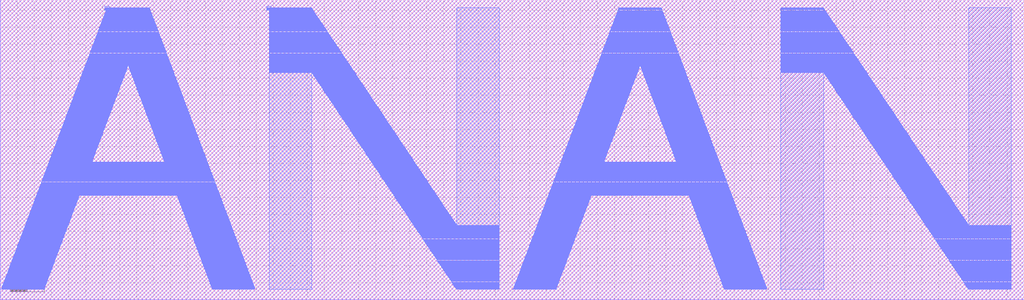
<source format=lef>
VERSION 5.7 ;
  NOWIREEXTENSIONATPIN ON ;
  DIVIDERCHAR "/" ;
  BUSBITCHARS "[]" ;
MACRO anan_logo
  CLASS BLOCK ;
  FOREIGN anan_logo ;
  ORIGIN 0.000 0.000 ;
  SIZE 1200.000 BY 352.200 ;
  PIN vdd
    PORT
      LAYER Metal4 ;
        RECT 122.500 342.600 127.500 344.700 ;
        RECT 122.500 342.000 175.000 342.600 ;
        RECT 122.500 341.400 175.200 342.000 ;
        RECT 122.500 340.800 175.400 341.400 ;
        RECT 122.500 340.200 175.700 340.800 ;
        RECT 122.500 339.700 175.900 340.200 ;
        RECT 124.100 339.600 175.900 339.700 ;
        RECT 123.900 339.000 176.100 339.600 ;
        RECT 123.600 338.400 176.400 339.000 ;
        RECT 123.400 337.800 176.600 338.400 ;
        RECT 123.200 337.200 176.800 337.800 ;
        RECT 123.000 336.600 177.000 337.200 ;
        RECT 122.800 336.000 177.200 336.600 ;
        RECT 122.500 335.400 177.500 336.000 ;
        RECT 122.300 334.800 177.700 335.400 ;
        RECT 122.100 334.200 177.900 334.800 ;
        RECT 121.800 333.600 178.200 334.200 ;
        RECT 121.600 333.000 178.400 333.600 ;
        RECT 121.400 332.400 178.600 333.000 ;
        RECT 121.200 331.800 178.800 332.400 ;
        RECT 120.900 331.200 179.000 331.800 ;
        RECT 120.700 330.600 179.300 331.200 ;
        RECT 120.500 330.000 179.500 330.600 ;
        RECT 120.300 329.400 179.700 330.000 ;
        RECT 120.100 328.800 180.000 329.400 ;
        RECT 119.800 328.200 180.200 328.800 ;
        RECT 119.600 327.600 180.400 328.200 ;
        RECT 119.400 327.000 180.600 327.600 ;
        RECT 119.200 326.400 180.800 327.000 ;
        RECT 118.900 325.800 181.100 326.400 ;
        RECT 118.700 325.200 181.300 325.800 ;
        RECT 118.500 324.600 181.500 325.200 ;
        RECT 118.200 324.000 181.800 324.600 ;
        RECT 118.000 323.400 182.000 324.000 ;
        RECT 117.800 322.800 182.200 323.400 ;
        RECT 117.600 322.200 182.400 322.800 ;
        RECT 117.400 321.600 182.600 322.200 ;
        RECT 117.100 321.000 182.900 321.600 ;
        RECT 116.900 320.400 183.100 321.000 ;
        RECT 116.700 319.800 183.300 320.400 ;
        RECT 116.400 319.200 183.600 319.800 ;
        RECT 116.200 318.600 183.800 319.200 ;
        RECT 116.000 318.000 184.000 318.600 ;
        RECT 115.800 317.400 184.200 318.000 ;
        RECT 115.600 316.800 184.400 317.400 ;
        RECT 115.300 316.200 184.700 316.800 ;
        RECT 115.100 315.600 184.900 316.200 ;
        RECT 114.900 315.000 185.100 315.600 ;
        RECT 114.600 314.400 185.400 315.000 ;
        RECT 114.400 313.800 185.600 314.400 ;
        RECT 114.200 313.200 185.800 313.800 ;
        RECT 114.000 312.600 186.000 313.200 ;
        RECT 113.800 312.000 186.200 312.600 ;
        RECT 113.500 311.400 186.500 312.000 ;
        RECT 113.300 310.800 186.700 311.400 ;
        RECT 113.100 310.200 186.900 310.800 ;
        RECT 112.800 309.600 187.200 310.200 ;
        RECT 112.600 309.000 187.400 309.600 ;
        RECT 112.400 308.400 187.600 309.000 ;
        RECT 112.200 307.800 187.800 308.400 ;
        RECT 111.900 307.200 188.000 307.800 ;
        RECT 111.700 306.600 188.300 307.200 ;
        RECT 111.500 306.000 188.500 306.600 ;
        RECT 111.300 305.400 188.700 306.000 ;
        RECT 111.100 304.800 189.000 305.400 ;
        RECT 110.800 304.200 189.200 304.800 ;
        RECT 110.600 303.600 189.400 304.200 ;
        RECT 110.400 303.000 189.600 303.600 ;
        RECT 110.200 302.400 189.800 303.000 ;
        RECT 109.900 301.800 190.100 302.400 ;
        RECT 109.700 301.200 190.300 301.800 ;
        RECT 109.500 300.600 190.500 301.200 ;
        RECT 109.200 300.000 190.800 300.600 ;
        RECT 109.000 299.400 191.000 300.000 ;
        RECT 108.800 298.800 191.200 299.400 ;
        RECT 108.600 298.200 191.400 298.800 ;
        RECT 108.400 297.600 191.600 298.200 ;
        RECT 108.100 297.000 191.900 297.600 ;
        RECT 107.900 296.400 192.100 297.000 ;
        RECT 107.700 295.800 192.300 296.400 ;
        RECT 107.400 295.200 192.600 295.800 ;
        RECT 107.200 294.600 192.800 295.200 ;
        RECT 107.000 294.000 193.000 294.600 ;
        RECT 106.800 293.400 193.200 294.000 ;
        RECT 106.600 292.800 193.400 293.400 ;
        RECT 106.300 292.200 193.700 292.800 ;
        RECT 106.100 291.600 193.900 292.200 ;
        RECT 105.900 291.000 194.100 291.600 ;
        RECT 105.600 290.400 194.400 291.000 ;
        RECT 105.400 289.800 194.600 290.400 ;
        RECT 105.200 289.200 194.800 289.800 ;
        RECT 105.000 288.600 195.000 289.200 ;
        RECT 104.800 288.000 195.200 288.600 ;
        RECT 104.500 287.400 195.500 288.000 ;
        RECT 104.300 286.800 195.700 287.400 ;
        RECT 104.100 286.200 195.900 286.800 ;
        RECT 103.800 285.600 196.200 286.200 ;
        RECT 103.600 285.000 196.400 285.600 ;
        RECT 103.400 284.400 196.600 285.000 ;
        RECT 103.200 283.800 196.800 284.400 ;
        RECT 103.000 283.200 197.000 283.800 ;
        RECT 102.700 282.600 197.300 283.200 ;
        RECT 102.500 282.000 197.500 282.600 ;
        RECT 102.300 281.400 197.700 282.000 ;
        RECT 102.000 280.800 198.000 281.400 ;
        RECT 101.800 280.200 198.200 280.800 ;
        RECT 101.600 279.600 198.400 280.200 ;
        RECT 101.400 279.000 198.600 279.600 ;
        RECT 101.200 278.400 198.800 279.000 ;
        RECT 100.900 277.800 199.100 278.400 ;
        RECT 100.700 277.200 199.300 277.800 ;
        RECT 100.500 276.600 199.500 277.200 ;
        RECT 100.200 276.000 199.800 276.600 ;
        RECT 100.000 275.400 200.000 276.000 ;
        RECT 99.800 275.200 200.200 275.400 ;
        RECT 99.800 274.800 149.800 275.200 ;
        RECT 99.600 274.600 149.800 274.800 ;
        RECT 150.200 274.800 200.200 275.200 ;
        RECT 150.200 274.600 200.400 274.800 ;
        RECT 99.600 274.200 149.600 274.600 ;
        RECT 99.400 274.000 149.600 274.200 ;
        RECT 150.400 274.200 200.400 274.600 ;
        RECT 150.400 274.000 200.600 274.200 ;
        RECT 99.400 273.600 149.400 274.000 ;
        RECT 99.100 273.400 149.400 273.600 ;
        RECT 150.600 273.600 200.600 274.000 ;
        RECT 150.600 273.400 200.900 273.600 ;
        RECT 99.100 273.000 149.100 273.400 ;
        RECT 98.900 272.800 149.100 273.000 ;
        RECT 150.900 273.000 200.900 273.400 ;
        RECT 150.900 272.800 201.100 273.000 ;
        RECT 98.900 272.400 148.900 272.800 ;
        RECT 98.700 272.200 148.900 272.400 ;
        RECT 151.100 272.400 201.100 272.800 ;
        RECT 151.100 272.200 201.300 272.400 ;
        RECT 98.700 271.800 148.700 272.200 ;
        RECT 98.400 271.600 148.700 271.800 ;
        RECT 151.300 271.800 201.300 272.200 ;
        RECT 151.300 271.600 201.600 271.800 ;
        RECT 98.400 271.200 148.400 271.600 ;
        RECT 98.200 271.000 148.400 271.200 ;
        RECT 151.600 271.200 201.600 271.600 ;
        RECT 151.600 271.000 201.800 271.200 ;
        RECT 98.200 270.600 148.200 271.000 ;
        RECT 98.000 270.400 148.200 270.600 ;
        RECT 151.800 270.600 201.800 271.000 ;
        RECT 151.800 270.400 202.000 270.600 ;
        RECT 98.000 270.000 148.000 270.400 ;
        RECT 97.800 269.800 148.000 270.000 ;
        RECT 152.000 270.000 202.000 270.400 ;
        RECT 152.000 269.800 202.200 270.000 ;
        RECT 97.800 269.400 147.800 269.800 ;
        RECT 97.600 269.200 147.800 269.400 ;
        RECT 152.200 269.400 202.200 269.800 ;
        RECT 152.200 269.200 202.400 269.400 ;
        RECT 97.600 268.800 147.600 269.200 ;
        RECT 97.300 268.600 147.600 268.800 ;
        RECT 152.400 268.800 202.400 269.200 ;
        RECT 152.400 268.600 202.700 268.800 ;
        RECT 97.300 268.200 147.300 268.600 ;
        RECT 97.100 268.000 147.300 268.200 ;
        RECT 152.700 268.200 202.700 268.600 ;
        RECT 152.700 268.000 202.900 268.200 ;
        RECT 97.100 267.600 147.100 268.000 ;
        RECT 96.900 267.400 147.100 267.600 ;
        RECT 152.900 267.600 202.900 268.000 ;
        RECT 152.900 267.400 203.100 267.600 ;
        RECT 96.900 267.000 146.900 267.400 ;
        RECT 96.600 266.800 146.900 267.000 ;
        RECT 153.100 267.000 203.100 267.400 ;
        RECT 153.100 266.800 203.400 267.000 ;
        RECT 96.600 266.400 146.600 266.800 ;
        RECT 96.400 266.200 146.600 266.400 ;
        RECT 153.400 266.400 203.400 266.800 ;
        RECT 153.400 266.200 203.600 266.400 ;
        RECT 96.400 265.800 146.400 266.200 ;
        RECT 96.200 265.600 146.400 265.800 ;
        RECT 153.600 265.800 203.600 266.200 ;
        RECT 153.600 265.600 203.800 265.800 ;
        RECT 96.200 265.200 146.200 265.600 ;
        RECT 96.000 265.000 146.200 265.200 ;
        RECT 153.800 265.200 203.800 265.600 ;
        RECT 153.800 265.000 204.000 265.200 ;
        RECT 96.000 264.600 146.000 265.000 ;
        RECT 95.800 264.400 146.000 264.600 ;
        RECT 154.000 264.600 204.000 265.000 ;
        RECT 154.000 264.400 204.200 264.600 ;
        RECT 95.800 264.000 145.800 264.400 ;
        RECT 95.500 263.800 145.800 264.000 ;
        RECT 154.200 264.000 204.200 264.400 ;
        RECT 154.200 263.800 204.500 264.000 ;
        RECT 95.500 263.400 145.500 263.800 ;
        RECT 95.300 263.200 145.500 263.400 ;
        RECT 154.500 263.400 204.500 263.800 ;
        RECT 154.500 263.200 204.700 263.400 ;
        RECT 95.300 262.800 145.300 263.200 ;
        RECT 95.100 262.600 145.300 262.800 ;
        RECT 154.700 262.800 204.700 263.200 ;
        RECT 154.700 262.600 204.900 262.800 ;
        RECT 95.100 262.200 145.100 262.600 ;
        RECT 94.800 262.000 145.100 262.200 ;
        RECT 154.900 262.200 204.900 262.600 ;
        RECT 154.900 262.000 205.200 262.200 ;
        RECT 94.800 261.600 144.800 262.000 ;
        RECT 94.600 261.400 144.800 261.600 ;
        RECT 155.200 261.600 205.200 262.000 ;
        RECT 155.200 261.400 205.400 261.600 ;
        RECT 94.600 261.000 144.600 261.400 ;
        RECT 94.400 260.800 144.600 261.000 ;
        RECT 155.400 261.000 205.400 261.400 ;
        RECT 155.400 260.800 205.600 261.000 ;
        RECT 94.400 260.400 144.400 260.800 ;
        RECT 94.200 260.200 144.400 260.400 ;
        RECT 155.600 260.400 205.600 260.800 ;
        RECT 155.600 260.200 205.800 260.400 ;
        RECT 94.200 259.800 144.200 260.200 ;
        RECT 94.000 259.600 144.200 259.800 ;
        RECT 155.800 259.800 205.800 260.200 ;
        RECT 155.800 259.600 206.000 259.800 ;
        RECT 94.000 259.200 144.000 259.600 ;
        RECT 93.700 259.000 144.000 259.200 ;
        RECT 156.000 259.200 206.000 259.600 ;
        RECT 156.000 259.000 206.300 259.200 ;
        RECT 93.700 258.600 143.700 259.000 ;
        RECT 93.500 258.400 143.700 258.600 ;
        RECT 156.300 258.600 206.300 259.000 ;
        RECT 156.300 258.400 206.500 258.600 ;
        RECT 93.500 258.000 143.500 258.400 ;
        RECT 93.300 257.800 143.500 258.000 ;
        RECT 156.500 258.000 206.500 258.400 ;
        RECT 156.500 257.800 206.700 258.000 ;
        RECT 93.300 257.400 143.300 257.800 ;
        RECT 93.000 257.200 143.300 257.400 ;
        RECT 156.700 257.400 206.700 257.800 ;
        RECT 156.700 257.200 207.000 257.400 ;
        RECT 93.000 256.800 143.000 257.200 ;
        RECT 92.800 256.600 143.000 256.800 ;
        RECT 157.000 256.800 207.000 257.200 ;
        RECT 157.000 256.600 207.200 256.800 ;
        RECT 92.800 256.200 142.800 256.600 ;
        RECT 92.600 256.000 142.800 256.200 ;
        RECT 157.200 256.200 207.200 256.600 ;
        RECT 157.200 256.000 207.400 256.200 ;
        RECT 92.600 255.600 142.600 256.000 ;
        RECT 92.400 255.400 142.600 255.600 ;
        RECT 157.400 255.600 207.400 256.000 ;
        RECT 157.400 255.400 207.600 255.600 ;
        RECT 92.400 255.000 142.400 255.400 ;
        RECT 92.200 254.800 142.400 255.000 ;
        RECT 157.600 255.000 207.600 255.400 ;
        RECT 157.600 254.800 207.800 255.000 ;
        RECT 92.200 254.400 142.200 254.800 ;
        RECT 91.900 254.200 142.200 254.400 ;
        RECT 157.800 254.400 207.800 254.800 ;
        RECT 157.800 254.200 208.100 254.400 ;
        RECT 91.900 253.800 141.900 254.200 ;
        RECT 91.700 253.600 141.900 253.800 ;
        RECT 158.100 253.800 208.100 254.200 ;
        RECT 158.100 253.600 208.300 253.800 ;
        RECT 91.700 253.200 141.700 253.600 ;
        RECT 91.500 253.000 141.700 253.200 ;
        RECT 158.300 253.200 208.300 253.600 ;
        RECT 158.300 253.000 208.500 253.200 ;
        RECT 91.500 252.600 141.500 253.000 ;
        RECT 91.200 252.400 141.500 252.600 ;
        RECT 158.500 252.600 208.500 253.000 ;
        RECT 158.500 252.400 208.800 252.600 ;
        RECT 91.200 252.000 141.200 252.400 ;
        RECT 91.000 251.800 141.200 252.000 ;
        RECT 158.800 252.000 208.800 252.400 ;
        RECT 158.800 251.800 209.000 252.000 ;
        RECT 91.000 251.400 141.000 251.800 ;
        RECT 90.800 251.200 141.000 251.400 ;
        RECT 159.000 251.400 209.000 251.800 ;
        RECT 159.000 251.200 209.200 251.400 ;
        RECT 90.800 250.800 140.800 251.200 ;
        RECT 90.600 250.600 140.800 250.800 ;
        RECT 159.200 250.800 209.200 251.200 ;
        RECT 159.200 250.600 209.400 250.800 ;
        RECT 90.600 250.200 140.600 250.600 ;
        RECT 90.400 250.000 140.600 250.200 ;
        RECT 159.400 250.200 209.400 250.600 ;
        RECT 159.400 250.000 209.600 250.200 ;
        RECT 90.400 249.600 140.400 250.000 ;
        RECT 90.100 249.400 140.400 249.600 ;
        RECT 159.600 249.600 209.600 250.000 ;
        RECT 159.600 249.400 209.900 249.600 ;
        RECT 90.100 249.000 140.100 249.400 ;
        RECT 89.900 248.800 140.100 249.000 ;
        RECT 159.900 249.000 209.900 249.400 ;
        RECT 159.900 248.800 210.100 249.000 ;
        RECT 89.900 248.400 139.900 248.800 ;
        RECT 89.700 248.200 139.900 248.400 ;
        RECT 160.100 248.400 210.100 248.800 ;
        RECT 160.100 248.200 210.300 248.400 ;
        RECT 89.700 247.800 139.700 248.200 ;
        RECT 89.400 247.600 139.700 247.800 ;
        RECT 160.300 247.800 210.300 248.200 ;
        RECT 160.300 247.600 210.600 247.800 ;
        RECT 89.400 247.200 139.400 247.600 ;
        RECT 89.200 247.000 139.400 247.200 ;
        RECT 160.600 247.200 210.600 247.600 ;
        RECT 160.600 247.000 210.800 247.200 ;
        RECT 89.200 246.600 139.200 247.000 ;
        RECT 89.000 246.400 139.200 246.600 ;
        RECT 160.800 246.600 210.800 247.000 ;
        RECT 160.800 246.400 211.000 246.600 ;
        RECT 89.000 246.000 139.000 246.400 ;
        RECT 88.800 245.800 139.000 246.000 ;
        RECT 161.000 246.000 211.000 246.400 ;
        RECT 161.000 245.800 211.200 246.000 ;
        RECT 88.800 245.400 138.800 245.800 ;
        RECT 88.600 245.200 138.800 245.400 ;
        RECT 161.200 245.400 211.200 245.800 ;
        RECT 161.200 245.200 211.400 245.400 ;
        RECT 88.600 244.800 138.600 245.200 ;
        RECT 88.300 244.600 138.600 244.800 ;
        RECT 161.400 244.800 211.400 245.200 ;
        RECT 161.400 244.600 211.700 244.800 ;
        RECT 88.300 244.200 138.300 244.600 ;
        RECT 88.100 244.000 138.300 244.200 ;
        RECT 161.700 244.200 211.700 244.600 ;
        RECT 161.700 244.000 211.900 244.200 ;
        RECT 88.100 243.600 138.100 244.000 ;
        RECT 87.900 243.400 138.100 243.600 ;
        RECT 161.900 243.600 211.900 244.000 ;
        RECT 161.900 243.400 212.100 243.600 ;
        RECT 87.900 243.000 137.900 243.400 ;
        RECT 87.600 242.800 137.900 243.000 ;
        RECT 162.100 243.000 212.100 243.400 ;
        RECT 162.100 242.800 212.400 243.000 ;
        RECT 87.600 242.400 137.600 242.800 ;
        RECT 87.400 242.200 137.600 242.400 ;
        RECT 162.400 242.400 212.400 242.800 ;
        RECT 162.400 242.200 212.600 242.400 ;
        RECT 87.400 241.800 137.400 242.200 ;
        RECT 87.200 241.600 137.400 241.800 ;
        RECT 162.600 241.800 212.600 242.200 ;
        RECT 162.600 241.600 212.800 241.800 ;
        RECT 87.200 241.200 137.200 241.600 ;
        RECT 87.000 241.000 137.200 241.200 ;
        RECT 162.800 241.200 212.800 241.600 ;
        RECT 162.800 241.000 213.000 241.200 ;
        RECT 87.000 240.600 137.000 241.000 ;
        RECT 86.800 240.400 137.000 240.600 ;
        RECT 163.000 240.600 213.000 241.000 ;
        RECT 163.000 240.400 213.200 240.600 ;
        RECT 86.800 240.000 136.800 240.400 ;
        RECT 86.500 239.800 136.800 240.000 ;
        RECT 163.200 240.000 213.200 240.400 ;
        RECT 163.200 239.800 213.500 240.000 ;
        RECT 86.500 239.400 136.500 239.800 ;
        RECT 86.300 239.200 136.500 239.400 ;
        RECT 163.500 239.400 213.500 239.800 ;
        RECT 163.500 239.200 213.700 239.400 ;
        RECT 86.300 238.800 136.300 239.200 ;
        RECT 86.100 238.600 136.300 238.800 ;
        RECT 163.700 238.800 213.700 239.200 ;
        RECT 163.700 238.600 213.900 238.800 ;
        RECT 86.100 238.200 136.100 238.600 ;
        RECT 85.800 238.000 136.100 238.200 ;
        RECT 163.900 238.200 213.900 238.600 ;
        RECT 163.900 238.000 214.200 238.200 ;
        RECT 85.800 237.600 135.800 238.000 ;
        RECT 85.600 237.400 135.800 237.600 ;
        RECT 164.200 237.600 214.200 238.000 ;
        RECT 164.200 237.400 214.400 237.600 ;
        RECT 85.600 237.000 135.600 237.400 ;
        RECT 85.400 236.800 135.600 237.000 ;
        RECT 164.400 237.000 214.400 237.400 ;
        RECT 164.400 236.800 214.600 237.000 ;
        RECT 85.400 236.400 135.400 236.800 ;
        RECT 85.200 236.200 135.400 236.400 ;
        RECT 164.600 236.400 214.600 236.800 ;
        RECT 164.600 236.200 214.800 236.400 ;
        RECT 85.200 235.800 135.200 236.200 ;
        RECT 84.900 235.600 135.200 235.800 ;
        RECT 164.800 235.800 214.800 236.200 ;
        RECT 164.800 235.600 215.000 235.800 ;
        RECT 84.900 235.200 135.000 235.600 ;
        RECT 84.700 235.000 135.000 235.200 ;
        RECT 165.000 235.200 215.000 235.600 ;
        RECT 165.000 235.000 215.300 235.200 ;
        RECT 84.700 234.600 134.700 235.000 ;
        RECT 84.500 234.400 134.700 234.600 ;
        RECT 165.300 234.600 215.300 235.000 ;
        RECT 165.300 234.400 215.500 234.600 ;
        RECT 84.500 234.000 134.500 234.400 ;
        RECT 84.300 233.800 134.500 234.000 ;
        RECT 165.500 234.000 215.500 234.400 ;
        RECT 165.500 233.800 215.700 234.000 ;
        RECT 84.300 233.400 134.300 233.800 ;
        RECT 84.000 233.200 134.300 233.400 ;
        RECT 165.700 233.400 215.700 233.800 ;
        RECT 165.700 233.200 216.000 233.400 ;
        RECT 84.000 232.800 134.000 233.200 ;
        RECT 83.800 232.600 134.000 232.800 ;
        RECT 166.000 232.800 216.000 233.200 ;
        RECT 166.000 232.600 216.200 232.800 ;
        RECT 83.800 232.200 133.800 232.600 ;
        RECT 83.600 232.000 133.800 232.200 ;
        RECT 166.200 232.200 216.200 232.600 ;
        RECT 166.200 232.000 216.400 232.200 ;
        RECT 83.600 231.600 133.600 232.000 ;
        RECT 83.400 231.400 133.600 231.600 ;
        RECT 166.400 231.600 216.400 232.000 ;
        RECT 166.400 231.400 216.600 231.600 ;
        RECT 83.400 231.000 133.400 231.400 ;
        RECT 83.200 230.800 133.400 231.000 ;
        RECT 166.600 231.000 216.600 231.400 ;
        RECT 166.600 230.800 216.800 231.000 ;
        RECT 83.200 230.400 133.200 230.800 ;
        RECT 82.900 230.200 133.200 230.400 ;
        RECT 166.800 230.400 216.800 230.800 ;
        RECT 166.800 230.200 217.100 230.400 ;
        RECT 82.900 229.800 132.900 230.200 ;
        RECT 82.700 229.600 132.900 229.800 ;
        RECT 167.100 229.800 217.100 230.200 ;
        RECT 167.100 229.600 217.300 229.800 ;
        RECT 82.700 229.200 132.700 229.600 ;
        RECT 82.500 229.000 132.700 229.200 ;
        RECT 167.300 229.200 217.300 229.600 ;
        RECT 167.300 229.000 217.500 229.200 ;
        RECT 82.500 228.600 132.500 229.000 ;
        RECT 82.200 228.400 132.500 228.600 ;
        RECT 167.500 228.600 217.500 229.000 ;
        RECT 167.500 228.400 217.800 228.600 ;
        RECT 82.200 228.000 132.200 228.400 ;
        RECT 82.000 227.800 132.200 228.000 ;
        RECT 167.800 228.000 217.800 228.400 ;
        RECT 167.800 227.800 218.000 228.000 ;
        RECT 82.000 227.400 132.000 227.800 ;
        RECT 81.800 227.200 132.000 227.400 ;
        RECT 168.000 227.400 218.000 227.800 ;
        RECT 168.000 227.200 218.200 227.400 ;
        RECT 81.800 226.800 131.800 227.200 ;
        RECT 81.600 226.600 131.800 226.800 ;
        RECT 168.200 226.800 218.200 227.200 ;
        RECT 168.200 226.600 218.400 226.800 ;
        RECT 81.600 226.200 131.600 226.600 ;
        RECT 81.400 226.000 131.600 226.200 ;
        RECT 168.400 226.200 218.400 226.600 ;
        RECT 168.400 226.000 218.600 226.200 ;
        RECT 81.400 225.600 131.400 226.000 ;
        RECT 81.100 225.400 131.400 225.600 ;
        RECT 168.600 225.600 218.600 226.000 ;
        RECT 168.600 225.400 218.900 225.600 ;
        RECT 81.100 225.000 131.100 225.400 ;
        RECT 80.900 224.800 131.100 225.000 ;
        RECT 168.900 225.000 218.900 225.400 ;
        RECT 168.900 224.800 219.100 225.000 ;
        RECT 80.900 224.400 130.900 224.800 ;
        RECT 80.700 224.200 130.900 224.400 ;
        RECT 169.100 224.400 219.100 224.800 ;
        RECT 169.100 224.200 219.300 224.400 ;
        RECT 80.700 223.800 130.700 224.200 ;
        RECT 80.400 223.600 130.700 223.800 ;
        RECT 169.300 223.800 219.300 224.200 ;
        RECT 169.300 223.600 219.600 223.800 ;
        RECT 80.400 223.200 130.400 223.600 ;
        RECT 80.200 223.000 130.400 223.200 ;
        RECT 169.600 223.200 219.600 223.600 ;
        RECT 169.600 223.000 219.800 223.200 ;
        RECT 80.200 222.600 130.200 223.000 ;
        RECT 80.000 222.400 130.200 222.600 ;
        RECT 169.800 222.600 219.800 223.000 ;
        RECT 169.800 222.400 220.000 222.600 ;
        RECT 80.000 222.000 130.000 222.400 ;
        RECT 79.800 221.800 130.000 222.000 ;
        RECT 170.000 222.000 220.000 222.400 ;
        RECT 170.000 221.800 220.200 222.000 ;
        RECT 79.800 221.400 129.800 221.800 ;
        RECT 79.600 221.200 129.800 221.400 ;
        RECT 170.200 221.400 220.200 221.800 ;
        RECT 170.200 221.200 220.400 221.400 ;
        RECT 79.600 220.800 129.600 221.200 ;
        RECT 79.300 220.600 129.600 220.800 ;
        RECT 170.400 220.800 220.400 221.200 ;
        RECT 170.400 220.600 220.700 220.800 ;
        RECT 79.300 220.200 129.300 220.600 ;
        RECT 79.100 220.000 129.300 220.200 ;
        RECT 170.700 220.200 220.700 220.600 ;
        RECT 170.700 220.000 220.900 220.200 ;
        RECT 79.100 219.600 129.100 220.000 ;
        RECT 78.900 219.400 129.100 219.600 ;
        RECT 170.900 219.600 220.900 220.000 ;
        RECT 170.900 219.400 221.100 219.600 ;
        RECT 78.900 219.000 128.900 219.400 ;
        RECT 78.600 218.800 128.900 219.000 ;
        RECT 171.100 219.000 221.100 219.400 ;
        RECT 171.100 218.800 221.400 219.000 ;
        RECT 78.600 218.400 128.600 218.800 ;
        RECT 78.400 218.200 128.600 218.400 ;
        RECT 171.400 218.400 221.400 218.800 ;
        RECT 171.400 218.200 221.600 218.400 ;
        RECT 78.400 217.800 128.400 218.200 ;
        RECT 78.200 217.600 128.400 217.800 ;
        RECT 171.600 217.800 221.600 218.200 ;
        RECT 171.600 217.600 221.800 217.800 ;
        RECT 78.200 217.200 128.200 217.600 ;
        RECT 78.000 217.000 128.200 217.200 ;
        RECT 171.800 217.200 221.800 217.600 ;
        RECT 171.800 217.000 222.000 217.200 ;
        RECT 78.000 216.600 128.000 217.000 ;
        RECT 77.800 216.400 128.000 216.600 ;
        RECT 172.000 216.600 222.000 217.000 ;
        RECT 172.000 216.400 222.200 216.600 ;
        RECT 77.800 216.000 127.800 216.400 ;
        RECT 77.500 215.800 127.800 216.000 ;
        RECT 172.200 216.000 222.200 216.400 ;
        RECT 172.200 215.800 222.500 216.000 ;
        RECT 77.500 215.400 127.500 215.800 ;
        RECT 77.300 215.200 127.500 215.400 ;
        RECT 172.500 215.400 222.500 215.800 ;
        RECT 172.500 215.200 222.700 215.400 ;
        RECT 77.300 214.800 127.300 215.200 ;
        RECT 77.100 214.600 127.300 214.800 ;
        RECT 172.700 214.800 222.700 215.200 ;
        RECT 172.700 214.600 222.900 214.800 ;
        RECT 77.100 214.200 127.100 214.600 ;
        RECT 76.800 214.000 127.100 214.200 ;
        RECT 172.900 214.200 222.900 214.600 ;
        RECT 172.900 214.000 223.200 214.200 ;
        RECT 76.800 213.600 126.800 214.000 ;
        RECT 76.600 213.400 126.800 213.600 ;
        RECT 173.200 213.600 223.200 214.000 ;
        RECT 173.200 213.400 223.400 213.600 ;
        RECT 76.600 213.000 126.600 213.400 ;
        RECT 76.400 212.800 126.600 213.000 ;
        RECT 173.400 213.000 223.400 213.400 ;
        RECT 173.400 212.800 223.600 213.000 ;
        RECT 76.400 212.400 126.400 212.800 ;
        RECT 76.200 212.200 126.400 212.400 ;
        RECT 173.600 212.400 223.600 212.800 ;
        RECT 173.600 212.200 223.800 212.400 ;
        RECT 76.200 211.800 126.200 212.200 ;
        RECT 75.900 211.600 126.200 211.800 ;
        RECT 173.800 211.800 223.800 212.200 ;
        RECT 173.800 211.600 224.000 211.800 ;
        RECT 75.900 211.200 125.900 211.600 ;
        RECT 75.700 211.000 125.900 211.200 ;
        RECT 174.000 211.200 224.000 211.600 ;
        RECT 174.000 211.000 224.300 211.200 ;
        RECT 75.700 210.600 125.700 211.000 ;
        RECT 75.500 210.400 125.700 210.600 ;
        RECT 174.300 210.600 224.300 211.000 ;
        RECT 174.300 210.400 224.500 210.600 ;
        RECT 75.500 210.000 125.500 210.400 ;
        RECT 75.300 209.800 125.500 210.000 ;
        RECT 174.500 210.000 224.500 210.400 ;
        RECT 174.500 209.800 224.700 210.000 ;
        RECT 75.300 209.400 125.300 209.800 ;
        RECT 75.000 209.200 125.300 209.400 ;
        RECT 174.700 209.400 224.700 209.800 ;
        RECT 174.700 209.200 225.000 209.400 ;
        RECT 75.000 208.800 125.000 209.200 ;
        RECT 74.800 208.600 125.000 208.800 ;
        RECT 175.000 208.800 225.000 209.200 ;
        RECT 175.000 208.600 225.200 208.800 ;
        RECT 74.800 208.200 124.800 208.600 ;
        RECT 74.600 208.000 124.800 208.200 ;
        RECT 175.200 208.200 225.200 208.600 ;
        RECT 175.200 208.000 225.400 208.200 ;
        RECT 74.600 207.600 124.600 208.000 ;
        RECT 74.400 207.400 124.600 207.600 ;
        RECT 175.400 207.600 225.400 208.000 ;
        RECT 175.400 207.400 225.600 207.600 ;
        RECT 74.400 207.000 124.400 207.400 ;
        RECT 74.200 206.800 124.400 207.000 ;
        RECT 175.600 207.000 225.600 207.400 ;
        RECT 175.600 206.800 225.800 207.000 ;
        RECT 74.200 206.400 124.200 206.800 ;
        RECT 73.900 206.200 124.200 206.400 ;
        RECT 175.800 206.400 225.800 206.800 ;
        RECT 175.800 206.200 226.100 206.400 ;
        RECT 73.900 205.800 123.900 206.200 ;
        RECT 73.700 205.600 123.900 205.800 ;
        RECT 176.100 205.800 226.100 206.200 ;
        RECT 176.100 205.600 226.300 205.800 ;
        RECT 73.700 205.200 123.700 205.600 ;
        RECT 73.500 205.000 123.700 205.200 ;
        RECT 176.300 205.200 226.300 205.600 ;
        RECT 176.300 205.000 226.500 205.200 ;
        RECT 73.500 204.600 123.500 205.000 ;
        RECT 73.200 204.400 123.500 204.600 ;
        RECT 176.500 204.600 226.500 205.000 ;
        RECT 176.500 204.400 226.800 204.600 ;
        RECT 73.200 204.000 123.200 204.400 ;
        RECT 73.000 203.800 123.200 204.000 ;
        RECT 176.800 204.000 226.800 204.400 ;
        RECT 176.800 203.800 227.000 204.000 ;
        RECT 73.000 203.400 123.000 203.800 ;
        RECT 72.800 203.200 123.000 203.400 ;
        RECT 177.000 203.400 227.000 203.800 ;
        RECT 177.000 203.200 227.200 203.400 ;
        RECT 72.800 202.800 122.800 203.200 ;
        RECT 72.600 202.600 122.800 202.800 ;
        RECT 177.200 202.800 227.200 203.200 ;
        RECT 177.200 202.600 227.400 202.800 ;
        RECT 72.600 202.200 122.600 202.600 ;
        RECT 72.400 202.000 122.600 202.200 ;
        RECT 177.400 202.200 227.400 202.600 ;
        RECT 177.400 202.000 227.600 202.200 ;
        RECT 72.400 201.600 122.400 202.000 ;
        RECT 72.100 201.400 122.400 201.600 ;
        RECT 177.600 201.600 227.600 202.000 ;
        RECT 177.600 201.400 227.900 201.600 ;
        RECT 72.100 201.000 122.100 201.400 ;
        RECT 71.900 200.800 122.100 201.000 ;
        RECT 177.900 201.000 227.900 201.400 ;
        RECT 177.900 200.800 228.100 201.000 ;
        RECT 71.900 200.400 121.900 200.800 ;
        RECT 71.700 200.200 121.900 200.400 ;
        RECT 178.100 200.400 228.100 200.800 ;
        RECT 178.100 200.200 228.300 200.400 ;
        RECT 71.700 199.800 121.700 200.200 ;
        RECT 71.400 199.600 121.700 199.800 ;
        RECT 178.300 199.800 228.300 200.200 ;
        RECT 178.300 199.600 228.600 199.800 ;
        RECT 71.400 199.200 121.400 199.600 ;
        RECT 71.200 199.000 121.400 199.200 ;
        RECT 178.600 199.200 228.600 199.600 ;
        RECT 178.600 199.000 228.800 199.200 ;
        RECT 71.200 198.600 121.200 199.000 ;
        RECT 71.000 198.400 121.200 198.600 ;
        RECT 178.800 198.600 228.800 199.000 ;
        RECT 178.800 198.400 229.000 198.600 ;
        RECT 71.000 198.000 121.000 198.400 ;
        RECT 70.800 197.800 121.000 198.000 ;
        RECT 179.000 198.000 229.000 198.400 ;
        RECT 179.000 197.800 229.200 198.000 ;
        RECT 70.800 197.400 120.800 197.800 ;
        RECT 70.600 197.200 120.800 197.400 ;
        RECT 179.200 197.400 229.200 197.800 ;
        RECT 179.200 197.200 229.400 197.400 ;
        RECT 70.600 196.800 120.600 197.200 ;
        RECT 70.300 196.600 120.600 196.800 ;
        RECT 179.400 196.800 229.400 197.200 ;
        RECT 179.400 196.600 229.700 196.800 ;
        RECT 70.300 196.200 120.300 196.600 ;
        RECT 70.100 196.000 120.300 196.200 ;
        RECT 179.700 196.200 229.700 196.600 ;
        RECT 179.700 196.000 229.900 196.200 ;
        RECT 70.100 195.600 120.100 196.000 ;
        RECT 69.900 195.400 120.100 195.600 ;
        RECT 179.900 195.600 229.900 196.000 ;
        RECT 179.900 195.400 230.100 195.600 ;
        RECT 69.900 195.000 119.900 195.400 ;
        RECT 69.600 194.800 119.900 195.000 ;
        RECT 180.100 195.000 230.100 195.400 ;
        RECT 180.100 194.800 230.400 195.000 ;
        RECT 69.600 194.400 119.600 194.800 ;
        RECT 69.400 194.200 119.600 194.400 ;
        RECT 180.400 194.400 230.400 194.800 ;
        RECT 180.400 194.200 230.600 194.400 ;
        RECT 69.400 193.800 119.400 194.200 ;
        RECT 69.200 193.600 119.400 193.800 ;
        RECT 180.600 193.800 230.600 194.200 ;
        RECT 180.600 193.600 230.800 193.800 ;
        RECT 69.200 193.200 119.200 193.600 ;
        RECT 69.000 193.000 119.200 193.200 ;
        RECT 180.800 193.200 230.800 193.600 ;
        RECT 180.800 193.000 231.000 193.200 ;
        RECT 69.000 192.600 119.000 193.000 ;
        RECT 68.800 192.400 119.000 192.600 ;
        RECT 181.000 192.600 231.000 193.000 ;
        RECT 181.000 192.400 231.200 192.600 ;
        RECT 68.800 192.000 118.800 192.400 ;
        RECT 68.500 191.800 118.800 192.000 ;
        RECT 181.200 192.000 231.200 192.400 ;
        RECT 181.200 191.800 231.500 192.000 ;
        RECT 68.500 191.400 118.500 191.800 ;
        RECT 68.300 191.200 118.500 191.400 ;
        RECT 181.500 191.400 231.500 191.800 ;
        RECT 181.500 191.200 231.700 191.400 ;
        RECT 68.300 190.800 118.300 191.200 ;
        RECT 68.100 190.600 118.300 190.800 ;
        RECT 181.700 190.800 231.700 191.200 ;
        RECT 181.700 190.600 231.900 190.800 ;
        RECT 68.100 190.200 118.100 190.600 ;
        RECT 67.800 190.000 118.100 190.200 ;
        RECT 181.900 190.200 231.900 190.600 ;
        RECT 181.900 190.000 232.200 190.200 ;
        RECT 67.800 189.600 117.800 190.000 ;
        RECT 67.600 189.400 117.800 189.600 ;
        RECT 182.200 189.600 232.200 190.000 ;
        RECT 182.200 189.400 232.400 189.600 ;
        RECT 67.600 189.000 117.600 189.400 ;
        RECT 67.400 188.800 117.600 189.000 ;
        RECT 182.400 189.000 232.400 189.400 ;
        RECT 182.400 188.800 232.600 189.000 ;
        RECT 67.400 188.400 117.400 188.800 ;
        RECT 67.200 188.200 117.400 188.400 ;
        RECT 182.600 188.400 232.600 188.800 ;
        RECT 182.600 188.200 232.800 188.400 ;
        RECT 67.200 187.800 117.200 188.200 ;
        RECT 66.900 187.600 117.200 187.800 ;
        RECT 182.800 187.800 232.800 188.200 ;
        RECT 182.800 187.600 233.000 187.800 ;
        RECT 66.900 187.200 116.900 187.600 ;
        RECT 66.700 187.000 116.900 187.200 ;
        RECT 183.000 187.200 233.000 187.600 ;
        RECT 183.000 187.000 233.300 187.200 ;
        RECT 66.700 186.600 116.700 187.000 ;
        RECT 66.500 186.400 116.700 186.600 ;
        RECT 183.300 186.600 233.300 187.000 ;
        RECT 183.300 186.400 233.500 186.600 ;
        RECT 66.500 186.000 116.500 186.400 ;
        RECT 66.300 185.800 116.500 186.000 ;
        RECT 183.500 186.000 233.500 186.400 ;
        RECT 183.500 185.800 233.700 186.000 ;
        RECT 66.300 185.400 116.300 185.800 ;
        RECT 66.000 185.200 116.300 185.400 ;
        RECT 183.700 185.400 233.700 185.800 ;
        RECT 183.700 185.200 234.000 185.400 ;
        RECT 66.000 184.800 116.000 185.200 ;
        RECT 65.800 184.600 116.000 184.800 ;
        RECT 184.000 184.800 234.000 185.200 ;
        RECT 184.000 184.600 234.200 184.800 ;
        RECT 65.800 184.200 115.800 184.600 ;
        RECT 65.600 184.000 115.800 184.200 ;
        RECT 184.200 184.200 234.200 184.600 ;
        RECT 184.200 184.000 234.400 184.200 ;
        RECT 65.600 183.600 115.600 184.000 ;
        RECT 65.400 183.400 115.600 183.600 ;
        RECT 184.400 183.600 234.400 184.000 ;
        RECT 184.400 183.400 234.600 183.600 ;
        RECT 65.400 183.000 115.400 183.400 ;
        RECT 65.200 182.800 115.400 183.000 ;
        RECT 184.600 183.000 234.600 183.400 ;
        RECT 184.600 182.800 234.800 183.000 ;
        RECT 65.200 182.400 115.200 182.800 ;
        RECT 64.900 182.200 115.200 182.400 ;
        RECT 184.800 182.400 234.800 182.800 ;
        RECT 184.800 182.200 235.100 182.400 ;
        RECT 64.900 181.800 114.900 182.200 ;
        RECT 64.700 181.600 114.900 181.800 ;
        RECT 185.100 181.800 235.100 182.200 ;
        RECT 185.100 181.600 235.300 181.800 ;
        RECT 64.700 181.200 114.700 181.600 ;
        RECT 64.500 181.000 114.700 181.200 ;
        RECT 185.300 181.200 235.300 181.600 ;
        RECT 185.300 181.000 235.500 181.200 ;
        RECT 64.500 180.600 114.500 181.000 ;
        RECT 64.200 180.400 114.500 180.600 ;
        RECT 185.500 180.600 235.500 181.000 ;
        RECT 185.500 180.400 235.800 180.600 ;
        RECT 64.200 180.000 114.200 180.400 ;
        RECT 64.000 179.800 114.200 180.000 ;
        RECT 185.800 180.000 235.800 180.400 ;
        RECT 185.800 179.800 236.000 180.000 ;
        RECT 64.000 179.400 114.000 179.800 ;
        RECT 63.800 179.200 114.000 179.400 ;
        RECT 186.000 179.400 236.000 179.800 ;
        RECT 186.000 179.200 236.200 179.400 ;
        RECT 63.800 178.800 113.800 179.200 ;
        RECT 63.600 178.600 113.800 178.800 ;
        RECT 186.200 178.800 236.200 179.200 ;
        RECT 186.200 178.600 236.400 178.800 ;
        RECT 63.600 178.200 113.600 178.600 ;
        RECT 63.300 178.000 113.600 178.200 ;
        RECT 186.400 178.200 236.400 178.600 ;
        RECT 186.400 178.000 236.600 178.200 ;
        RECT 63.300 177.600 113.400 178.000 ;
        RECT 63.100 177.400 113.400 177.600 ;
        RECT 186.600 177.600 236.600 178.000 ;
        RECT 186.600 177.400 236.900 177.600 ;
        RECT 63.100 177.000 113.100 177.400 ;
        RECT 62.900 176.800 113.100 177.000 ;
        RECT 186.900 177.000 236.900 177.400 ;
        RECT 186.900 176.800 237.100 177.000 ;
        RECT 62.900 176.400 112.900 176.800 ;
        RECT 62.700 176.200 112.900 176.400 ;
        RECT 187.100 176.400 237.100 176.800 ;
        RECT 187.100 176.200 237.300 176.400 ;
        RECT 62.700 175.800 112.700 176.200 ;
        RECT 62.400 175.600 112.700 175.800 ;
        RECT 187.300 175.800 237.300 176.200 ;
        RECT 187.300 175.600 237.600 175.800 ;
        RECT 62.400 175.200 112.400 175.600 ;
        RECT 62.200 175.000 112.400 175.200 ;
        RECT 187.600 175.200 237.600 175.600 ;
        RECT 187.600 175.000 237.800 175.200 ;
        RECT 62.200 174.600 112.200 175.000 ;
        RECT 62.000 174.400 112.200 174.600 ;
        RECT 187.800 174.600 237.800 175.000 ;
        RECT 187.800 174.400 238.000 174.600 ;
        RECT 62.000 174.000 112.000 174.400 ;
        RECT 61.800 173.800 112.000 174.000 ;
        RECT 188.000 174.000 238.000 174.400 ;
        RECT 188.000 173.800 238.200 174.000 ;
        RECT 61.800 173.400 111.800 173.800 ;
        RECT 61.600 173.200 111.800 173.400 ;
        RECT 188.200 173.400 238.200 173.800 ;
        RECT 188.200 173.200 238.400 173.400 ;
        RECT 61.600 172.800 111.600 173.200 ;
        RECT 61.300 172.600 111.600 172.800 ;
        RECT 188.400 172.800 238.400 173.200 ;
        RECT 188.400 172.600 238.700 172.800 ;
        RECT 61.300 172.200 111.300 172.600 ;
        RECT 61.100 172.000 111.300 172.200 ;
        RECT 188.700 172.200 238.700 172.600 ;
        RECT 188.700 172.000 238.900 172.200 ;
        RECT 61.100 171.600 111.100 172.000 ;
        RECT 60.900 171.400 111.100 171.600 ;
        RECT 188.900 171.600 238.900 172.000 ;
        RECT 188.900 171.400 239.100 171.600 ;
        RECT 60.900 171.000 110.900 171.400 ;
        RECT 60.600 170.800 110.900 171.000 ;
        RECT 189.100 171.000 239.100 171.400 ;
        RECT 189.100 170.800 239.400 171.000 ;
        RECT 60.600 170.400 110.600 170.800 ;
        RECT 60.400 170.200 110.600 170.400 ;
        RECT 189.400 170.400 239.400 170.800 ;
        RECT 189.400 170.200 239.600 170.400 ;
        RECT 60.400 169.800 110.400 170.200 ;
        RECT 60.200 169.600 110.400 169.800 ;
        RECT 189.600 169.800 239.600 170.200 ;
        RECT 189.600 169.600 239.800 169.800 ;
        RECT 60.200 169.200 110.200 169.600 ;
        RECT 60.000 169.000 110.200 169.200 ;
        RECT 189.800 169.200 239.800 169.600 ;
        RECT 189.800 169.000 240.000 169.200 ;
        RECT 60.000 168.600 110.000 169.000 ;
        RECT 59.800 168.400 110.000 168.600 ;
        RECT 190.000 168.600 240.000 169.000 ;
        RECT 190.000 168.400 240.200 168.600 ;
        RECT 59.800 168.000 109.800 168.400 ;
        RECT 59.500 167.800 109.800 168.000 ;
        RECT 190.200 168.000 240.200 168.400 ;
        RECT 190.200 167.800 240.500 168.000 ;
        RECT 59.500 167.400 109.500 167.800 ;
        RECT 59.300 167.200 109.500 167.400 ;
        RECT 190.500 167.400 240.500 167.800 ;
        RECT 190.500 167.200 240.700 167.400 ;
        RECT 59.300 166.800 109.300 167.200 ;
        RECT 59.100 166.600 109.300 166.800 ;
        RECT 190.700 166.800 240.700 167.200 ;
        RECT 190.700 166.600 240.900 166.800 ;
        RECT 59.100 166.200 109.100 166.600 ;
        RECT 58.800 166.000 109.100 166.200 ;
        RECT 190.900 166.200 240.900 166.600 ;
        RECT 190.900 166.000 241.200 166.200 ;
        RECT 58.800 165.600 108.800 166.000 ;
        RECT 58.600 165.400 108.800 165.600 ;
        RECT 191.200 165.600 241.200 166.000 ;
        RECT 191.200 165.400 241.400 165.600 ;
        RECT 58.600 165.000 108.600 165.400 ;
        RECT 58.400 164.800 108.600 165.000 ;
        RECT 191.400 165.000 241.400 165.400 ;
        RECT 191.400 164.800 241.600 165.000 ;
        RECT 58.400 164.400 108.400 164.800 ;
        RECT 58.200 164.200 108.400 164.400 ;
        RECT 191.600 164.400 241.600 164.800 ;
        RECT 191.600 164.200 241.800 164.400 ;
        RECT 58.200 163.800 108.200 164.200 ;
        RECT 58.000 163.600 108.200 163.800 ;
        RECT 191.800 163.800 241.800 164.200 ;
        RECT 191.800 163.600 242.000 163.800 ;
        RECT 58.000 163.200 108.000 163.600 ;
        RECT 57.700 163.000 108.000 163.200 ;
        RECT 192.000 163.200 242.000 163.600 ;
        RECT 192.000 163.000 242.300 163.200 ;
        RECT 57.700 162.600 107.700 163.000 ;
        RECT 57.500 162.400 107.700 162.600 ;
        RECT 192.300 162.600 242.300 163.000 ;
        RECT 192.300 162.400 242.500 162.600 ;
        RECT 57.500 162.000 107.500 162.400 ;
        RECT 192.500 162.000 242.500 162.400 ;
        RECT 57.300 161.400 242.700 162.000 ;
        RECT 57.000 160.800 243.000 161.400 ;
        RECT 56.800 160.200 243.200 160.800 ;
        RECT 56.600 159.600 243.400 160.200 ;
        RECT 56.400 159.000 243.600 159.600 ;
        RECT 56.100 158.400 243.900 159.000 ;
        RECT 55.900 157.800 244.100 158.400 ;
        RECT 55.700 157.200 244.300 157.800 ;
        RECT 55.500 156.600 244.500 157.200 ;
        RECT 55.200 156.000 244.800 156.600 ;
        RECT 55.000 155.400 245.000 156.000 ;
        RECT 54.800 154.800 245.200 155.400 ;
        RECT 54.600 154.200 245.400 154.800 ;
        RECT 54.300 153.600 245.600 154.200 ;
        RECT 54.100 153.000 245.900 153.600 ;
        RECT 53.900 152.400 246.100 153.000 ;
        RECT 53.700 151.800 246.300 152.400 ;
        RECT 53.400 151.200 246.600 151.800 ;
        RECT 53.200 150.600 246.800 151.200 ;
        RECT 53.000 150.000 247.000 150.600 ;
        RECT 52.800 149.400 247.200 150.000 ;
        RECT 52.600 148.800 247.400 149.400 ;
        RECT 52.300 148.200 247.700 148.800 ;
        RECT 52.100 147.600 247.900 148.200 ;
        RECT 51.900 147.000 248.100 147.600 ;
        RECT 51.600 146.400 248.400 147.000 ;
        RECT 51.400 145.800 248.600 146.400 ;
        RECT 51.200 145.200 248.800 145.800 ;
        RECT 51.000 144.600 249.000 145.200 ;
        RECT 50.800 144.000 249.200 144.600 ;
        RECT 50.500 143.400 249.500 144.000 ;
        RECT 50.300 142.800 249.700 143.400 ;
        RECT 50.100 142.200 249.900 142.800 ;
        RECT 49.800 141.600 250.200 142.200 ;
        RECT 49.600 141.000 250.400 141.600 ;
        RECT 49.400 140.400 250.600 141.000 ;
        RECT 49.200 139.800 250.800 140.400 ;
        RECT 49.000 139.200 251.000 139.800 ;
        RECT 48.700 138.600 251.300 139.200 ;
        RECT 48.500 138.000 251.500 138.600 ;
        RECT 48.300 137.400 251.700 138.000 ;
        RECT 48.000 136.800 252.000 137.400 ;
        RECT 47.800 136.200 252.200 136.800 ;
        RECT 47.600 135.600 252.400 136.200 ;
        RECT 47.400 135.000 252.600 135.600 ;
        RECT 47.100 134.400 252.900 135.000 ;
        RECT 46.900 133.800 253.100 134.400 ;
        RECT 46.700 133.200 253.300 133.800 ;
        RECT 46.500 132.600 253.500 133.200 ;
        RECT 46.200 132.000 253.800 132.600 ;
        RECT 46.000 131.400 254.000 132.000 ;
        RECT 45.800 130.800 254.200 131.400 ;
        RECT 45.600 130.200 254.400 130.800 ;
        RECT 45.300 129.600 254.600 130.200 ;
        RECT 45.100 129.000 254.900 129.600 ;
        RECT 44.900 128.400 255.100 129.000 ;
        RECT 44.700 127.800 255.300 128.400 ;
        RECT 44.400 127.200 255.600 127.800 ;
        RECT 44.200 126.600 255.800 127.200 ;
        RECT 44.000 126.000 256.000 126.600 ;
        RECT 43.800 125.400 256.200 126.000 ;
        RECT 43.600 124.800 256.400 125.400 ;
        RECT 43.300 124.200 256.700 124.800 ;
        RECT 43.100 123.600 256.900 124.200 ;
        RECT 42.900 123.000 257.100 123.600 ;
        RECT 42.600 122.400 257.400 123.000 ;
        RECT 42.400 122.200 257.600 122.400 ;
        RECT 42.400 121.800 92.400 122.200 ;
        RECT 42.200 121.600 92.400 121.800 ;
        RECT 207.600 121.800 257.600 122.200 ;
        RECT 207.600 121.600 257.800 121.800 ;
        RECT 42.200 121.200 92.200 121.600 ;
        RECT 42.000 121.000 92.200 121.200 ;
        RECT 207.800 121.200 257.800 121.600 ;
        RECT 207.800 121.000 258.000 121.200 ;
        RECT 42.000 120.600 92.000 121.000 ;
        RECT 41.800 120.400 92.000 120.600 ;
        RECT 208.000 120.600 258.000 121.000 ;
        RECT 208.000 120.400 258.200 120.600 ;
        RECT 41.800 120.000 91.800 120.400 ;
        RECT 41.500 119.800 91.800 120.000 ;
        RECT 208.200 120.000 258.200 120.400 ;
        RECT 208.200 119.800 258.500 120.000 ;
        RECT 41.500 119.400 91.500 119.800 ;
        RECT 41.300 119.200 91.500 119.400 ;
        RECT 208.500 119.400 258.500 119.800 ;
        RECT 208.500 119.200 258.700 119.400 ;
        RECT 41.300 118.800 91.300 119.200 ;
        RECT 41.100 118.600 91.300 118.800 ;
        RECT 208.700 118.800 258.700 119.200 ;
        RECT 208.700 118.600 258.900 118.800 ;
        RECT 41.100 118.200 91.100 118.600 ;
        RECT 40.800 118.000 91.100 118.200 ;
        RECT 208.900 118.200 258.900 118.600 ;
        RECT 208.900 118.000 259.100 118.200 ;
        RECT 40.800 117.600 90.800 118.000 ;
        RECT 40.600 117.400 90.800 117.600 ;
        RECT 209.200 117.600 259.100 118.000 ;
        RECT 209.200 117.400 259.400 117.600 ;
        RECT 40.600 117.000 90.600 117.400 ;
        RECT 40.400 116.800 90.600 117.000 ;
        RECT 209.400 117.000 259.400 117.400 ;
        RECT 209.400 116.800 259.600 117.000 ;
        RECT 40.400 116.400 90.400 116.800 ;
        RECT 40.200 116.200 90.400 116.400 ;
        RECT 209.600 116.400 259.600 116.800 ;
        RECT 209.600 116.200 259.800 116.400 ;
        RECT 40.200 115.800 90.200 116.200 ;
        RECT 40.000 115.600 90.200 115.800 ;
        RECT 209.800 115.800 259.800 116.200 ;
        RECT 209.800 115.600 260.000 115.800 ;
        RECT 40.000 115.200 90.000 115.600 ;
        RECT 39.700 115.000 90.000 115.200 ;
        RECT 210.000 115.200 260.000 115.600 ;
        RECT 210.000 115.000 260.300 115.200 ;
        RECT 39.700 114.600 89.700 115.000 ;
        RECT 39.500 114.400 89.700 114.600 ;
        RECT 210.300 114.600 260.300 115.000 ;
        RECT 210.300 114.400 260.500 114.600 ;
        RECT 39.500 114.000 89.500 114.400 ;
        RECT 39.300 113.800 89.500 114.000 ;
        RECT 210.500 114.000 260.500 114.400 ;
        RECT 210.500 113.800 260.700 114.000 ;
        RECT 39.300 113.400 89.300 113.800 ;
        RECT 39.000 113.200 89.300 113.400 ;
        RECT 210.700 113.400 260.700 113.800 ;
        RECT 210.700 113.200 261.000 113.400 ;
        RECT 39.000 112.800 89.000 113.200 ;
        RECT 38.800 112.600 89.000 112.800 ;
        RECT 211.000 112.800 261.000 113.200 ;
        RECT 211.000 112.600 261.200 112.800 ;
        RECT 38.800 112.200 88.800 112.600 ;
        RECT 38.600 112.000 88.800 112.200 ;
        RECT 211.200 112.200 261.200 112.600 ;
        RECT 211.200 112.000 261.400 112.200 ;
        RECT 38.600 111.600 88.600 112.000 ;
        RECT 38.400 111.400 88.600 111.600 ;
        RECT 211.400 111.600 261.400 112.000 ;
        RECT 211.400 111.400 261.600 111.600 ;
        RECT 38.400 111.000 88.400 111.400 ;
        RECT 38.100 110.800 88.400 111.000 ;
        RECT 211.600 111.000 261.600 111.400 ;
        RECT 211.600 110.800 261.900 111.000 ;
        RECT 38.100 110.400 88.100 110.800 ;
        RECT 37.900 110.200 88.100 110.400 ;
        RECT 211.900 110.400 261.900 110.800 ;
        RECT 211.900 110.200 262.100 110.400 ;
        RECT 37.900 109.800 87.900 110.200 ;
        RECT 37.700 109.600 87.900 109.800 ;
        RECT 212.100 109.800 262.100 110.200 ;
        RECT 212.100 109.600 262.300 109.800 ;
        RECT 37.700 109.200 87.700 109.600 ;
        RECT 37.500 109.000 87.700 109.200 ;
        RECT 212.300 109.200 262.300 109.600 ;
        RECT 212.300 109.000 262.500 109.200 ;
        RECT 37.500 108.600 87.500 109.000 ;
        RECT 37.200 108.400 87.500 108.600 ;
        RECT 212.500 108.600 262.500 109.000 ;
        RECT 212.500 108.400 262.800 108.600 ;
        RECT 37.200 108.000 87.200 108.400 ;
        RECT 37.000 107.800 87.200 108.000 ;
        RECT 212.800 108.000 262.800 108.400 ;
        RECT 212.800 107.800 263.000 108.000 ;
        RECT 37.000 107.400 87.000 107.800 ;
        RECT 36.800 107.200 87.000 107.400 ;
        RECT 213.000 107.400 263.000 107.800 ;
        RECT 213.000 107.200 263.200 107.400 ;
        RECT 36.800 106.800 86.800 107.200 ;
        RECT 36.600 106.600 86.800 106.800 ;
        RECT 213.200 106.800 263.200 107.200 ;
        RECT 213.200 106.600 263.400 106.800 ;
        RECT 36.600 106.200 86.600 106.600 ;
        RECT 36.300 106.000 86.600 106.200 ;
        RECT 213.400 106.200 263.400 106.600 ;
        RECT 213.400 106.000 263.600 106.200 ;
        RECT 36.300 105.600 86.400 106.000 ;
        RECT 36.100 105.400 86.400 105.600 ;
        RECT 213.600 105.600 263.600 106.000 ;
        RECT 213.600 105.400 263.900 105.600 ;
        RECT 36.100 105.000 86.100 105.400 ;
        RECT 35.900 104.800 86.100 105.000 ;
        RECT 213.900 105.000 263.900 105.400 ;
        RECT 213.900 104.800 264.100 105.000 ;
        RECT 35.900 104.400 85.900 104.800 ;
        RECT 35.700 104.200 85.900 104.400 ;
        RECT 214.100 104.400 264.100 104.800 ;
        RECT 214.100 104.200 264.300 104.400 ;
        RECT 35.700 103.800 85.700 104.200 ;
        RECT 35.400 103.600 85.700 103.800 ;
        RECT 214.300 103.800 264.300 104.200 ;
        RECT 214.300 103.600 264.600 103.800 ;
        RECT 35.400 103.200 85.400 103.600 ;
        RECT 35.200 103.000 85.400 103.200 ;
        RECT 214.600 103.200 264.600 103.600 ;
        RECT 214.600 103.000 264.800 103.200 ;
        RECT 35.200 102.600 85.200 103.000 ;
        RECT 35.000 102.400 85.200 102.600 ;
        RECT 214.800 102.600 264.800 103.000 ;
        RECT 214.800 102.400 265.000 102.600 ;
        RECT 35.000 102.000 85.000 102.400 ;
        RECT 34.800 101.800 85.000 102.000 ;
        RECT 215.000 102.000 265.000 102.400 ;
        RECT 215.000 101.800 265.200 102.000 ;
        RECT 34.800 101.400 84.800 101.800 ;
        RECT 34.600 101.200 84.800 101.400 ;
        RECT 215.200 101.400 265.200 101.800 ;
        RECT 215.200 101.200 265.400 101.400 ;
        RECT 34.600 100.800 84.600 101.200 ;
        RECT 34.300 100.600 84.600 100.800 ;
        RECT 215.400 100.800 265.400 101.200 ;
        RECT 215.400 100.600 265.700 100.800 ;
        RECT 34.300 100.200 84.300 100.600 ;
        RECT 34.100 100.000 84.300 100.200 ;
        RECT 215.700 100.200 265.700 100.600 ;
        RECT 215.700 100.000 265.900 100.200 ;
        RECT 34.100 99.600 84.100 100.000 ;
        RECT 33.900 99.400 84.100 99.600 ;
        RECT 215.900 99.600 265.900 100.000 ;
        RECT 215.900 99.400 266.100 99.600 ;
        RECT 33.900 99.000 83.900 99.400 ;
        RECT 33.600 98.800 83.900 99.000 ;
        RECT 216.100 99.000 266.100 99.400 ;
        RECT 216.100 98.800 266.400 99.000 ;
        RECT 33.600 98.400 83.600 98.800 ;
        RECT 33.400 98.200 83.600 98.400 ;
        RECT 216.400 98.400 266.400 98.800 ;
        RECT 216.400 98.200 266.600 98.400 ;
        RECT 33.400 97.800 83.400 98.200 ;
        RECT 33.200 97.600 83.400 97.800 ;
        RECT 216.600 97.800 266.600 98.200 ;
        RECT 216.600 97.600 266.800 97.800 ;
        RECT 33.200 97.200 83.200 97.600 ;
        RECT 33.000 97.000 83.200 97.200 ;
        RECT 216.800 97.200 266.800 97.600 ;
        RECT 216.800 97.000 267.000 97.200 ;
        RECT 33.000 96.600 83.000 97.000 ;
        RECT 32.800 96.400 83.000 96.600 ;
        RECT 217.000 96.600 267.000 97.000 ;
        RECT 217.000 96.400 267.200 96.600 ;
        RECT 32.800 96.000 82.800 96.400 ;
        RECT 32.500 95.800 82.800 96.000 ;
        RECT 217.200 96.000 267.200 96.400 ;
        RECT 217.200 95.800 267.500 96.000 ;
        RECT 32.500 95.400 82.500 95.800 ;
        RECT 32.300 95.200 82.500 95.400 ;
        RECT 217.500 95.400 267.500 95.800 ;
        RECT 217.500 95.200 267.700 95.400 ;
        RECT 32.300 94.800 82.300 95.200 ;
        RECT 32.100 94.600 82.300 94.800 ;
        RECT 217.700 94.800 267.700 95.200 ;
        RECT 217.700 94.600 267.900 94.800 ;
        RECT 32.100 94.200 82.100 94.600 ;
        RECT 31.800 94.000 82.100 94.200 ;
        RECT 217.900 94.200 267.900 94.600 ;
        RECT 217.900 94.000 268.200 94.200 ;
        RECT 31.800 93.600 81.800 94.000 ;
        RECT 31.600 93.400 81.800 93.600 ;
        RECT 218.200 93.600 268.200 94.000 ;
        RECT 218.200 93.400 268.400 93.600 ;
        RECT 31.600 93.000 81.600 93.400 ;
        RECT 31.400 92.800 81.600 93.000 ;
        RECT 218.400 93.000 268.400 93.400 ;
        RECT 218.400 92.800 268.600 93.000 ;
        RECT 31.400 92.400 81.400 92.800 ;
        RECT 31.200 92.200 81.400 92.400 ;
        RECT 218.600 92.400 268.600 92.800 ;
        RECT 218.600 92.200 268.800 92.400 ;
        RECT 31.200 91.800 81.200 92.200 ;
        RECT 31.000 91.600 81.200 91.800 ;
        RECT 218.800 91.800 268.800 92.200 ;
        RECT 218.800 91.600 269.000 91.800 ;
        RECT 31.000 91.200 81.000 91.600 ;
        RECT 30.700 91.000 81.000 91.200 ;
        RECT 219.000 91.200 269.000 91.600 ;
        RECT 219.000 91.000 269.300 91.200 ;
        RECT 30.700 90.600 80.700 91.000 ;
        RECT 30.500 90.400 80.700 90.600 ;
        RECT 219.300 90.600 269.300 91.000 ;
        RECT 219.300 90.400 269.500 90.600 ;
        RECT 30.500 90.000 80.500 90.400 ;
        RECT 30.300 89.800 80.500 90.000 ;
        RECT 219.500 90.000 269.500 90.400 ;
        RECT 219.500 89.800 269.700 90.000 ;
        RECT 30.300 89.400 80.300 89.800 ;
        RECT 30.000 89.200 80.300 89.400 ;
        RECT 219.700 89.400 269.700 89.800 ;
        RECT 219.700 89.200 270.000 89.400 ;
        RECT 30.000 88.800 80.000 89.200 ;
        RECT 29.800 88.600 80.000 88.800 ;
        RECT 220.000 88.800 270.000 89.200 ;
        RECT 220.000 88.600 270.200 88.800 ;
        RECT 29.800 88.200 79.800 88.600 ;
        RECT 29.600 88.000 79.800 88.200 ;
        RECT 220.200 88.200 270.200 88.600 ;
        RECT 220.200 88.000 270.400 88.200 ;
        RECT 29.600 87.600 79.600 88.000 ;
        RECT 29.400 87.400 79.600 87.600 ;
        RECT 220.400 87.600 270.400 88.000 ;
        RECT 220.400 87.400 270.600 87.600 ;
        RECT 29.400 87.000 79.400 87.400 ;
        RECT 29.100 86.800 79.400 87.000 ;
        RECT 220.600 87.000 270.600 87.400 ;
        RECT 220.600 86.800 270.800 87.000 ;
        RECT 29.100 86.400 79.100 86.800 ;
        RECT 28.900 86.200 79.100 86.400 ;
        RECT 220.900 86.400 270.800 86.800 ;
        RECT 220.900 86.200 271.100 86.400 ;
        RECT 28.900 85.800 78.900 86.200 ;
        RECT 28.700 85.600 78.900 85.800 ;
        RECT 221.100 85.800 271.100 86.200 ;
        RECT 221.100 85.600 271.300 85.800 ;
        RECT 28.700 85.200 78.700 85.600 ;
        RECT 28.500 85.000 78.700 85.200 ;
        RECT 221.300 85.200 271.300 85.600 ;
        RECT 221.300 85.000 271.500 85.200 ;
        RECT 28.500 84.600 78.500 85.000 ;
        RECT 28.200 84.400 78.500 84.600 ;
        RECT 221.500 84.600 271.500 85.000 ;
        RECT 221.500 84.400 271.800 84.600 ;
        RECT 28.200 84.000 78.200 84.400 ;
        RECT 28.000 83.800 78.200 84.000 ;
        RECT 221.800 84.000 271.800 84.400 ;
        RECT 221.800 83.800 272.000 84.000 ;
        RECT 28.000 83.400 78.000 83.800 ;
        RECT 27.800 83.200 78.000 83.400 ;
        RECT 222.000 83.400 272.000 83.800 ;
        RECT 222.000 83.200 272.200 83.400 ;
        RECT 27.800 82.800 77.800 83.200 ;
        RECT 27.600 82.600 77.800 82.800 ;
        RECT 222.200 82.800 272.200 83.200 ;
        RECT 222.200 82.600 272.400 82.800 ;
        RECT 27.600 82.200 77.600 82.600 ;
        RECT 27.300 82.000 77.600 82.200 ;
        RECT 222.400 82.200 272.400 82.600 ;
        RECT 222.400 82.000 272.600 82.200 ;
        RECT 27.300 81.600 77.400 82.000 ;
        RECT 27.100 81.400 77.400 81.600 ;
        RECT 222.600 81.600 272.600 82.000 ;
        RECT 222.600 81.400 272.900 81.600 ;
        RECT 27.100 81.000 77.100 81.400 ;
        RECT 26.900 80.800 77.100 81.000 ;
        RECT 222.900 81.000 272.900 81.400 ;
        RECT 222.900 80.800 273.100 81.000 ;
        RECT 26.900 80.400 76.900 80.800 ;
        RECT 26.700 80.200 76.900 80.400 ;
        RECT 223.100 80.400 273.100 80.800 ;
        RECT 223.100 80.200 273.300 80.400 ;
        RECT 26.700 79.800 76.700 80.200 ;
        RECT 26.500 79.600 76.700 79.800 ;
        RECT 223.300 79.800 273.300 80.200 ;
        RECT 223.300 79.600 273.600 79.800 ;
        RECT 26.500 79.200 76.400 79.600 ;
        RECT 26.200 79.000 76.400 79.200 ;
        RECT 223.600 79.200 273.600 79.600 ;
        RECT 223.600 79.000 273.800 79.200 ;
        RECT 26.200 78.600 76.200 79.000 ;
        RECT 26.000 78.400 76.200 78.600 ;
        RECT 223.800 78.600 273.800 79.000 ;
        RECT 223.800 78.400 274.000 78.600 ;
        RECT 26.000 78.000 76.000 78.400 ;
        RECT 25.800 77.800 76.000 78.000 ;
        RECT 224.000 78.000 274.000 78.400 ;
        RECT 224.000 77.800 274.200 78.000 ;
        RECT 25.800 77.400 75.800 77.800 ;
        RECT 25.500 77.200 75.800 77.400 ;
        RECT 224.200 77.400 274.200 77.800 ;
        RECT 224.200 77.200 274.400 77.400 ;
        RECT 25.500 76.800 75.600 77.200 ;
        RECT 25.300 76.600 75.600 76.800 ;
        RECT 224.400 76.800 274.400 77.200 ;
        RECT 224.400 76.600 274.700 76.800 ;
        RECT 25.300 76.200 75.300 76.600 ;
        RECT 25.100 76.000 75.300 76.200 ;
        RECT 224.700 76.200 274.700 76.600 ;
        RECT 224.700 76.000 274.900 76.200 ;
        RECT 25.100 75.600 75.100 76.000 ;
        RECT 24.900 75.400 75.100 75.600 ;
        RECT 224.900 75.600 274.900 76.000 ;
        RECT 224.900 75.400 275.100 75.600 ;
        RECT 24.900 75.000 74.900 75.400 ;
        RECT 24.600 74.800 74.900 75.000 ;
        RECT 225.100 75.000 275.100 75.400 ;
        RECT 225.100 74.800 275.400 75.000 ;
        RECT 24.600 74.400 74.600 74.800 ;
        RECT 24.400 74.200 74.600 74.400 ;
        RECT 225.400 74.400 275.400 74.800 ;
        RECT 225.400 74.200 275.600 74.400 ;
        RECT 24.400 73.800 74.400 74.200 ;
        RECT 24.200 73.600 74.400 73.800 ;
        RECT 225.600 73.800 275.600 74.200 ;
        RECT 225.600 73.600 275.800 73.800 ;
        RECT 24.200 73.200 74.200 73.600 ;
        RECT 24.000 73.000 74.200 73.200 ;
        RECT 225.800 73.200 275.800 73.600 ;
        RECT 225.800 73.000 276.000 73.200 ;
        RECT 24.000 72.600 74.000 73.000 ;
        RECT 23.800 72.400 74.000 72.600 ;
        RECT 226.000 72.600 276.000 73.000 ;
        RECT 226.000 72.400 276.200 72.600 ;
        RECT 23.800 72.000 73.800 72.400 ;
        RECT 23.500 71.800 73.800 72.000 ;
        RECT 226.200 72.000 276.200 72.400 ;
        RECT 226.200 71.800 276.500 72.000 ;
        RECT 23.500 71.400 73.500 71.800 ;
        RECT 23.300 71.200 73.500 71.400 ;
        RECT 226.500 71.400 276.500 71.800 ;
        RECT 226.500 71.200 276.700 71.400 ;
        RECT 23.300 70.800 73.300 71.200 ;
        RECT 23.100 70.600 73.300 70.800 ;
        RECT 226.700 70.800 276.700 71.200 ;
        RECT 226.700 70.600 276.900 70.800 ;
        RECT 23.100 70.200 73.100 70.600 ;
        RECT 22.800 70.000 73.100 70.200 ;
        RECT 226.900 70.200 276.900 70.600 ;
        RECT 226.900 70.000 277.200 70.200 ;
        RECT 22.800 69.600 72.800 70.000 ;
        RECT 22.600 69.400 72.800 69.600 ;
        RECT 227.200 69.600 277.200 70.000 ;
        RECT 227.200 69.400 277.400 69.600 ;
        RECT 22.600 69.000 72.600 69.400 ;
        RECT 22.400 68.800 72.600 69.000 ;
        RECT 227.400 69.000 277.400 69.400 ;
        RECT 227.400 68.800 277.600 69.000 ;
        RECT 22.400 68.400 72.400 68.800 ;
        RECT 22.200 68.200 72.400 68.400 ;
        RECT 227.600 68.400 277.600 68.800 ;
        RECT 227.600 68.200 277.800 68.400 ;
        RECT 22.200 67.800 72.200 68.200 ;
        RECT 22.000 67.600 72.200 67.800 ;
        RECT 227.800 67.800 277.800 68.200 ;
        RECT 227.800 67.600 278.000 67.800 ;
        RECT 22.000 67.200 72.000 67.600 ;
        RECT 21.700 67.000 72.000 67.200 ;
        RECT 228.000 67.200 278.000 67.600 ;
        RECT 228.000 67.000 278.300 67.200 ;
        RECT 21.700 66.600 71.700 67.000 ;
        RECT 21.500 66.400 71.700 66.600 ;
        RECT 228.300 66.600 278.300 67.000 ;
        RECT 228.300 66.400 278.500 66.600 ;
        RECT 21.500 66.000 71.500 66.400 ;
        RECT 21.300 65.800 71.500 66.000 ;
        RECT 228.500 66.000 278.500 66.400 ;
        RECT 228.500 65.800 278.700 66.000 ;
        RECT 21.300 65.400 71.300 65.800 ;
        RECT 21.000 65.200 71.300 65.400 ;
        RECT 228.700 65.400 278.700 65.800 ;
        RECT 228.700 65.200 279.000 65.400 ;
        RECT 21.000 64.800 71.000 65.200 ;
        RECT 20.800 64.600 71.000 64.800 ;
        RECT 229.000 64.800 279.000 65.200 ;
        RECT 229.000 64.600 279.200 64.800 ;
        RECT 20.800 64.200 70.800 64.600 ;
        RECT 20.600 64.000 70.800 64.200 ;
        RECT 229.200 64.200 279.200 64.600 ;
        RECT 229.200 64.000 279.400 64.200 ;
        RECT 20.600 63.600 70.600 64.000 ;
        RECT 20.400 63.400 70.600 63.600 ;
        RECT 229.400 63.600 279.400 64.000 ;
        RECT 229.400 63.400 279.600 63.600 ;
        RECT 20.400 63.000 70.400 63.400 ;
        RECT 20.100 62.800 70.400 63.000 ;
        RECT 229.600 63.000 279.600 63.400 ;
        RECT 229.600 62.800 279.800 63.000 ;
        RECT 20.100 62.400 70.100 62.800 ;
        RECT 19.900 62.200 70.100 62.400 ;
        RECT 229.900 62.400 279.800 62.800 ;
        RECT 229.900 62.200 280.100 62.400 ;
        RECT 19.900 61.800 69.900 62.200 ;
        RECT 19.700 61.600 69.900 61.800 ;
        RECT 230.100 61.800 280.100 62.200 ;
        RECT 230.100 61.600 280.300 61.800 ;
        RECT 19.700 61.200 69.700 61.600 ;
        RECT 19.500 61.000 69.700 61.200 ;
        RECT 230.300 61.200 280.300 61.600 ;
        RECT 230.300 61.000 280.500 61.200 ;
        RECT 19.500 60.600 69.500 61.000 ;
        RECT 19.200 60.400 69.500 60.600 ;
        RECT 230.500 60.600 280.500 61.000 ;
        RECT 230.500 60.400 280.800 60.600 ;
        RECT 19.200 60.000 69.200 60.400 ;
        RECT 19.000 59.800 69.200 60.000 ;
        RECT 230.800 60.000 280.800 60.400 ;
        RECT 230.800 59.800 281.000 60.000 ;
        RECT 19.000 59.400 69.000 59.800 ;
        RECT 18.800 59.200 69.000 59.400 ;
        RECT 231.000 59.400 281.000 59.800 ;
        RECT 231.000 59.200 281.200 59.400 ;
        RECT 18.800 58.800 68.800 59.200 ;
        RECT 18.600 58.600 68.800 58.800 ;
        RECT 231.200 58.800 281.200 59.200 ;
        RECT 231.200 58.600 281.400 58.800 ;
        RECT 18.600 58.200 68.600 58.600 ;
        RECT 18.300 58.000 68.600 58.200 ;
        RECT 231.400 58.200 281.400 58.600 ;
        RECT 231.400 58.000 281.600 58.200 ;
        RECT 18.300 57.600 68.400 58.000 ;
        RECT 18.100 57.400 68.400 57.600 ;
        RECT 231.600 57.600 281.600 58.000 ;
        RECT 231.600 57.400 281.900 57.600 ;
        RECT 18.100 57.000 68.100 57.400 ;
        RECT 17.900 56.800 68.100 57.000 ;
        RECT 231.900 57.000 281.900 57.400 ;
        RECT 231.900 56.800 282.100 57.000 ;
        RECT 17.900 56.400 67.900 56.800 ;
        RECT 17.700 56.200 67.900 56.400 ;
        RECT 232.100 56.400 282.100 56.800 ;
        RECT 232.100 56.200 282.300 56.400 ;
        RECT 17.700 55.800 67.700 56.200 ;
        RECT 17.500 55.600 67.700 55.800 ;
        RECT 232.300 55.800 282.300 56.200 ;
        RECT 232.300 55.600 282.600 55.800 ;
        RECT 17.500 55.200 67.400 55.600 ;
        RECT 17.200 55.000 67.400 55.200 ;
        RECT 232.600 55.200 282.600 55.600 ;
        RECT 232.600 55.000 282.800 55.200 ;
        RECT 17.200 54.600 67.200 55.000 ;
        RECT 17.000 54.400 67.200 54.600 ;
        RECT 232.800 54.600 282.800 55.000 ;
        RECT 232.800 54.400 283.000 54.600 ;
        RECT 17.000 54.000 67.000 54.400 ;
        RECT 16.800 53.800 67.000 54.000 ;
        RECT 233.000 54.000 283.000 54.400 ;
        RECT 233.000 53.800 283.200 54.000 ;
        RECT 16.800 53.400 66.800 53.800 ;
        RECT 16.500 53.200 66.800 53.400 ;
        RECT 233.200 53.400 283.200 53.800 ;
        RECT 233.200 53.200 283.400 53.400 ;
        RECT 16.500 52.800 66.600 53.200 ;
        RECT 16.300 52.600 66.600 52.800 ;
        RECT 233.400 52.800 283.400 53.200 ;
        RECT 233.400 52.600 283.700 52.800 ;
        RECT 16.300 52.200 66.300 52.600 ;
        RECT 16.100 52.000 66.300 52.200 ;
        RECT 233.700 52.200 283.700 52.600 ;
        RECT 233.700 52.000 283.900 52.200 ;
        RECT 16.100 51.600 66.100 52.000 ;
        RECT 15.900 51.400 66.100 51.600 ;
        RECT 233.900 51.600 283.900 52.000 ;
        RECT 233.900 51.400 284.100 51.600 ;
        RECT 15.900 51.000 65.900 51.400 ;
        RECT 15.600 50.800 65.900 51.000 ;
        RECT 234.100 51.000 284.100 51.400 ;
        RECT 234.100 50.800 284.400 51.000 ;
        RECT 15.600 50.400 65.600 50.800 ;
        RECT 15.400 50.200 65.600 50.400 ;
        RECT 234.400 50.400 284.400 50.800 ;
        RECT 234.400 50.200 284.600 50.400 ;
        RECT 15.400 49.800 65.400 50.200 ;
        RECT 15.200 49.600 65.400 49.800 ;
        RECT 234.600 49.800 284.600 50.200 ;
        RECT 234.600 49.600 284.800 49.800 ;
        RECT 15.200 49.200 65.200 49.600 ;
        RECT 15.000 49.000 65.200 49.200 ;
        RECT 234.800 49.200 284.800 49.600 ;
        RECT 234.800 49.000 285.000 49.200 ;
        RECT 15.000 48.600 65.000 49.000 ;
        RECT 14.800 48.400 65.000 48.600 ;
        RECT 235.000 48.600 285.000 49.000 ;
        RECT 235.000 48.400 285.200 48.600 ;
        RECT 14.800 48.000 64.800 48.400 ;
        RECT 14.500 47.800 64.800 48.000 ;
        RECT 235.200 48.000 285.200 48.400 ;
        RECT 235.200 47.800 285.500 48.000 ;
        RECT 14.500 47.400 64.500 47.800 ;
        RECT 14.300 47.200 64.500 47.400 ;
        RECT 235.500 47.400 285.500 47.800 ;
        RECT 235.500 47.200 285.700 47.400 ;
        RECT 14.300 46.800 64.300 47.200 ;
        RECT 14.100 46.600 64.300 46.800 ;
        RECT 235.700 46.800 285.700 47.200 ;
        RECT 235.700 46.600 285.900 46.800 ;
        RECT 14.100 46.200 64.100 46.600 ;
        RECT 13.800 46.000 64.100 46.200 ;
        RECT 235.900 46.200 285.900 46.600 ;
        RECT 235.900 46.000 286.200 46.200 ;
        RECT 13.800 45.600 63.800 46.000 ;
        RECT 13.600 45.400 63.800 45.600 ;
        RECT 236.100 45.600 286.200 46.000 ;
        RECT 236.100 45.400 286.400 45.600 ;
        RECT 13.600 45.000 63.600 45.400 ;
        RECT 13.400 44.800 63.600 45.000 ;
        RECT 236.400 45.000 286.400 45.400 ;
        RECT 236.400 44.800 286.600 45.000 ;
        RECT 13.400 44.400 63.400 44.800 ;
        RECT 13.200 44.200 63.400 44.400 ;
        RECT 236.600 44.400 286.600 44.800 ;
        RECT 236.600 44.200 286.800 44.400 ;
        RECT 13.200 43.800 63.200 44.200 ;
        RECT 13.000 43.600 63.200 43.800 ;
        RECT 236.800 43.800 286.800 44.200 ;
        RECT 236.800 43.600 287.000 43.800 ;
        RECT 13.000 43.200 63.000 43.600 ;
        RECT 12.700 43.000 63.000 43.200 ;
        RECT 237.000 43.200 287.000 43.600 ;
        RECT 237.000 43.000 287.300 43.200 ;
        RECT 12.700 42.600 62.700 43.000 ;
        RECT 12.500 42.400 62.700 42.600 ;
        RECT 237.300 42.600 287.300 43.000 ;
        RECT 237.300 42.400 287.500 42.600 ;
        RECT 12.500 42.000 62.500 42.400 ;
        RECT 12.300 41.800 62.500 42.000 ;
        RECT 237.500 42.000 287.500 42.400 ;
        RECT 237.500 41.800 287.700 42.000 ;
        RECT 12.300 41.400 62.300 41.800 ;
        RECT 12.000 41.200 62.300 41.400 ;
        RECT 237.700 41.400 287.700 41.800 ;
        RECT 237.700 41.200 288.000 41.400 ;
        RECT 12.000 40.800 62.000 41.200 ;
        RECT 11.800 40.600 62.000 40.800 ;
        RECT 238.000 40.800 288.000 41.200 ;
        RECT 238.000 40.600 288.200 40.800 ;
        RECT 11.800 40.200 61.800 40.600 ;
        RECT 11.600 40.000 61.800 40.200 ;
        RECT 238.200 40.200 288.200 40.600 ;
        RECT 238.200 40.000 288.400 40.200 ;
        RECT 11.600 39.600 61.600 40.000 ;
        RECT 11.400 39.400 61.600 39.600 ;
        RECT 238.400 39.600 288.400 40.000 ;
        RECT 238.400 39.400 288.600 39.600 ;
        RECT 11.400 39.000 61.400 39.400 ;
        RECT 11.100 38.800 61.400 39.000 ;
        RECT 238.600 39.000 288.600 39.400 ;
        RECT 238.600 38.800 288.800 39.000 ;
        RECT 11.100 38.400 61.100 38.800 ;
        RECT 10.900 38.200 61.100 38.400 ;
        RECT 238.900 38.400 288.800 38.800 ;
        RECT 238.900 38.200 289.100 38.400 ;
        RECT 10.900 37.800 60.900 38.200 ;
        RECT 10.700 37.600 60.900 37.800 ;
        RECT 239.100 37.800 289.100 38.200 ;
        RECT 239.100 37.600 289.300 37.800 ;
        RECT 10.700 37.200 60.700 37.600 ;
        RECT 10.500 37.000 60.700 37.200 ;
        RECT 239.300 37.200 289.300 37.600 ;
        RECT 239.300 37.000 289.500 37.200 ;
        RECT 10.500 36.600 60.500 37.000 ;
        RECT 10.200 36.400 60.500 36.600 ;
        RECT 239.500 36.600 289.500 37.000 ;
        RECT 239.500 36.400 289.800 36.600 ;
        RECT 10.200 36.000 60.200 36.400 ;
        RECT 10.000 35.800 60.200 36.000 ;
        RECT 239.800 36.000 289.800 36.400 ;
        RECT 239.800 35.800 290.000 36.000 ;
        RECT 10.000 35.400 60.000 35.800 ;
        RECT 9.800 35.200 60.000 35.400 ;
        RECT 240.000 35.400 290.000 35.800 ;
        RECT 240.000 35.200 290.200 35.400 ;
        RECT 9.800 34.800 59.800 35.200 ;
        RECT 9.600 34.600 59.800 34.800 ;
        RECT 240.200 34.800 290.200 35.200 ;
        RECT 240.200 34.600 290.400 34.800 ;
        RECT 9.600 34.200 59.600 34.600 ;
        RECT 9.300 34.000 59.600 34.200 ;
        RECT 240.400 34.200 290.400 34.600 ;
        RECT 240.400 34.000 290.600 34.200 ;
        RECT 9.300 33.600 59.300 34.000 ;
        RECT 9.100 33.400 59.300 33.600 ;
        RECT 240.600 33.600 290.600 34.000 ;
        RECT 240.600 33.400 290.900 33.600 ;
        RECT 9.100 33.000 59.100 33.400 ;
        RECT 8.900 32.800 59.100 33.000 ;
        RECT 240.900 33.000 290.900 33.400 ;
        RECT 240.900 32.800 291.100 33.000 ;
        RECT 8.900 32.400 58.900 32.800 ;
        RECT 8.700 32.200 58.900 32.400 ;
        RECT 241.100 32.400 291.100 32.800 ;
        RECT 241.100 32.200 291.300 32.400 ;
        RECT 8.700 31.800 58.700 32.200 ;
        RECT 8.500 31.600 58.700 31.800 ;
        RECT 241.300 31.800 291.300 32.200 ;
        RECT 241.300 31.600 291.600 31.800 ;
        RECT 8.500 31.200 58.400 31.600 ;
        RECT 8.200 31.000 58.400 31.200 ;
        RECT 241.600 31.200 291.600 31.600 ;
        RECT 241.600 31.000 291.800 31.200 ;
        RECT 8.200 30.600 58.200 31.000 ;
        RECT 8.000 30.400 58.200 30.600 ;
        RECT 241.800 30.600 291.800 31.000 ;
        RECT 241.800 30.400 292.000 30.600 ;
        RECT 8.000 30.000 58.000 30.400 ;
        RECT 7.800 29.800 58.000 30.000 ;
        RECT 242.000 30.000 292.000 30.400 ;
        RECT 242.000 29.800 292.200 30.000 ;
        RECT 7.800 29.400 57.800 29.800 ;
        RECT 7.500 29.200 57.800 29.400 ;
        RECT 242.200 29.400 292.200 29.800 ;
        RECT 242.200 29.200 292.400 29.400 ;
        RECT 7.500 28.800 57.600 29.200 ;
        RECT 7.300 28.600 57.600 28.800 ;
        RECT 242.400 28.800 292.400 29.200 ;
        RECT 242.400 28.600 292.700 28.800 ;
        RECT 7.300 28.200 57.300 28.600 ;
        RECT 7.100 28.000 57.300 28.200 ;
        RECT 242.700 28.200 292.700 28.600 ;
        RECT 242.700 28.000 292.900 28.200 ;
        RECT 7.100 27.600 57.100 28.000 ;
        RECT 6.900 27.400 57.100 27.600 ;
        RECT 242.900 27.600 292.900 28.000 ;
        RECT 242.900 27.400 293.100 27.600 ;
        RECT 6.900 27.000 56.900 27.400 ;
        RECT 6.600 26.800 56.900 27.000 ;
        RECT 243.100 27.000 293.100 27.400 ;
        RECT 243.100 26.800 293.400 27.000 ;
        RECT 6.600 26.400 56.600 26.800 ;
        RECT 6.400 26.200 56.600 26.400 ;
        RECT 243.400 26.400 293.400 26.800 ;
        RECT 243.400 26.200 293.600 26.400 ;
        RECT 6.400 25.800 56.400 26.200 ;
        RECT 6.200 25.600 56.400 25.800 ;
        RECT 243.600 25.800 293.600 26.200 ;
        RECT 243.600 25.600 293.800 25.800 ;
        RECT 6.200 25.200 56.200 25.600 ;
        RECT 6.000 25.000 56.200 25.200 ;
        RECT 243.800 25.200 293.800 25.600 ;
        RECT 243.800 25.000 294.000 25.200 ;
        RECT 6.000 24.600 56.000 25.000 ;
        RECT 5.800 24.400 56.000 24.600 ;
        RECT 244.000 24.600 294.000 25.000 ;
        RECT 244.000 24.400 294.200 24.600 ;
        RECT 5.800 24.000 55.800 24.400 ;
        RECT 5.500 23.800 55.800 24.000 ;
        RECT 244.200 24.000 294.200 24.400 ;
        RECT 244.200 23.800 294.500 24.000 ;
        RECT 5.500 23.400 55.500 23.800 ;
        RECT 5.300 23.200 55.500 23.400 ;
        RECT 244.500 23.400 294.500 23.800 ;
        RECT 244.500 23.200 294.700 23.400 ;
        RECT 5.300 22.800 55.300 23.200 ;
        RECT 5.100 22.600 55.300 22.800 ;
        RECT 244.700 22.800 294.700 23.200 ;
        RECT 244.700 22.600 294.900 22.800 ;
        RECT 5.100 22.200 55.100 22.600 ;
        RECT 4.800 22.000 55.100 22.200 ;
        RECT 244.900 22.200 294.900 22.600 ;
        RECT 244.900 22.000 295.200 22.200 ;
        RECT 4.800 21.600 54.800 22.000 ;
        RECT 4.600 21.400 54.800 21.600 ;
        RECT 245.100 21.600 295.200 22.000 ;
        RECT 245.100 21.400 295.400 21.600 ;
        RECT 4.600 21.000 54.600 21.400 ;
        RECT 4.400 20.800 54.600 21.000 ;
        RECT 245.400 21.000 295.400 21.400 ;
        RECT 245.400 20.800 295.600 21.000 ;
        RECT 4.400 20.400 54.400 20.800 ;
        RECT 4.200 20.200 54.400 20.400 ;
        RECT 245.600 20.400 295.600 20.800 ;
        RECT 245.600 20.200 295.800 20.400 ;
        RECT 4.200 19.800 54.200 20.200 ;
        RECT 4.000 19.600 54.200 19.800 ;
        RECT 245.800 19.800 295.800 20.200 ;
        RECT 245.800 19.600 296.000 19.800 ;
        RECT 4.000 19.200 54.000 19.600 ;
        RECT 3.700 19.000 54.000 19.200 ;
        RECT 246.000 19.200 296.000 19.600 ;
        RECT 246.000 19.000 296.300 19.200 ;
        RECT 3.700 18.600 53.700 19.000 ;
        RECT 3.500 18.400 53.700 18.600 ;
        RECT 246.300 18.600 296.300 19.000 ;
        RECT 246.300 18.400 296.500 18.600 ;
        RECT 3.500 18.000 53.500 18.400 ;
        RECT 3.300 17.800 53.500 18.000 ;
        RECT 246.500 18.000 296.500 18.400 ;
        RECT 246.500 17.800 296.700 18.000 ;
        RECT 3.300 17.400 53.300 17.800 ;
        RECT 3.000 17.200 53.300 17.400 ;
        RECT 246.700 17.400 296.700 17.800 ;
        RECT 246.700 17.200 297.000 17.400 ;
        RECT 3.000 16.800 53.000 17.200 ;
        RECT 2.800 16.600 53.000 16.800 ;
        RECT 247.000 16.800 297.000 17.200 ;
        RECT 247.000 16.600 297.200 16.800 ;
        RECT 2.800 16.200 52.800 16.600 ;
        RECT 2.600 16.000 52.800 16.200 ;
        RECT 247.200 16.200 297.200 16.600 ;
        RECT 247.200 16.000 297.400 16.200 ;
        RECT 2.600 15.600 52.600 16.000 ;
        RECT 2.400 15.400 52.600 15.600 ;
        RECT 247.400 15.600 297.400 16.000 ;
        RECT 247.400 15.400 297.600 15.600 ;
        RECT 2.400 15.000 52.400 15.400 ;
        RECT 2.100 14.800 52.400 15.000 ;
        RECT 247.600 15.000 297.600 15.400 ;
        RECT 247.600 14.800 297.800 15.000 ;
        RECT 2.100 14.400 52.100 14.800 ;
        RECT 1.900 14.200 52.100 14.400 ;
        RECT 247.900 14.400 297.800 14.800 ;
        RECT 247.900 14.200 298.100 14.400 ;
        RECT 1.900 13.800 51.900 14.200 ;
        RECT 1.700 13.600 51.900 13.800 ;
        RECT 248.100 13.800 298.100 14.200 ;
        RECT 248.100 13.600 298.300 13.800 ;
        RECT 1.700 13.200 51.700 13.600 ;
        RECT 1.500 13.000 51.700 13.200 ;
        RECT 248.300 13.200 298.300 13.600 ;
        RECT 248.300 13.000 298.500 13.200 ;
        RECT 1.500 12.400 51.500 13.000 ;
        RECT 248.500 12.400 298.500 13.000 ;
    END
  END vdd
  PIN vss
    PORT
      LAYER Metal4 ;
        RECT 312.500 342.600 317.500 344.700 ;
        RECT 312.500 342.000 365.000 342.600 ;
        RECT 312.500 341.400 365.400 342.000 ;
        RECT 312.500 340.800 365.800 341.400 ;
        RECT 312.500 340.200 366.200 340.800 ;
        RECT 312.500 339.700 366.600 340.200 ;
        RECT 315.000 339.600 366.600 339.700 ;
        RECT 315.000 339.000 367.000 339.600 ;
        RECT 315.000 338.400 367.400 339.000 ;
        RECT 315.000 337.800 367.800 338.400 ;
        RECT 315.000 337.200 368.200 337.800 ;
        RECT 315.000 336.600 368.600 337.200 ;
        RECT 315.000 336.000 369.000 336.600 ;
        RECT 315.000 335.400 369.400 336.000 ;
        RECT 315.000 334.800 369.800 335.400 ;
        RECT 315.000 334.200 370.200 334.800 ;
        RECT 315.000 333.600 370.600 334.200 ;
        RECT 315.000 333.000 371.000 333.600 ;
        RECT 315.000 332.400 371.400 333.000 ;
        RECT 315.000 331.800 371.800 332.400 ;
        RECT 315.000 331.200 372.200 331.800 ;
        RECT 315.000 330.600 372.600 331.200 ;
        RECT 315.000 330.000 373.000 330.600 ;
        RECT 315.000 329.400 373.400 330.000 ;
        RECT 315.000 328.800 373.800 329.400 ;
        RECT 315.000 328.200 374.200 328.800 ;
        RECT 315.000 327.600 374.600 328.200 ;
        RECT 315.000 327.000 375.000 327.600 ;
        RECT 315.000 326.400 375.400 327.000 ;
        RECT 315.000 325.800 375.800 326.400 ;
        RECT 315.000 325.200 376.200 325.800 ;
        RECT 315.000 324.600 376.600 325.200 ;
        RECT 315.000 324.000 377.000 324.600 ;
        RECT 315.000 323.400 377.400 324.000 ;
        RECT 315.000 322.800 377.800 323.400 ;
        RECT 315.000 322.200 378.200 322.800 ;
        RECT 315.000 321.600 378.600 322.200 ;
        RECT 315.000 321.000 379.000 321.600 ;
        RECT 315.000 320.400 379.400 321.000 ;
        RECT 315.000 319.800 379.800 320.400 ;
        RECT 315.000 319.200 380.200 319.800 ;
        RECT 315.000 318.600 380.600 319.200 ;
        RECT 315.000 318.000 381.000 318.600 ;
        RECT 315.000 317.400 381.400 318.000 ;
        RECT 315.000 316.800 381.800 317.400 ;
        RECT 315.000 316.200 382.200 316.800 ;
        RECT 315.000 315.600 382.600 316.200 ;
        RECT 315.000 315.000 383.000 315.600 ;
        RECT 315.000 314.400 383.400 315.000 ;
        RECT 315.000 313.800 383.800 314.400 ;
        RECT 315.000 313.200 384.200 313.800 ;
        RECT 315.000 312.600 384.600 313.200 ;
        RECT 315.000 312.000 385.000 312.600 ;
        RECT 315.000 311.400 385.400 312.000 ;
        RECT 315.000 310.800 385.800 311.400 ;
        RECT 315.000 310.200 386.200 310.800 ;
        RECT 315.000 309.600 386.600 310.200 ;
        RECT 315.000 309.000 387.000 309.600 ;
        RECT 315.000 308.400 387.400 309.000 ;
        RECT 315.000 307.800 387.800 308.400 ;
        RECT 315.000 307.200 388.200 307.800 ;
        RECT 315.000 306.600 388.600 307.200 ;
        RECT 315.000 306.000 389.000 306.600 ;
        RECT 315.000 305.400 389.400 306.000 ;
        RECT 315.000 304.800 389.800 305.400 ;
        RECT 315.000 304.200 390.200 304.800 ;
        RECT 315.000 303.600 390.600 304.200 ;
        RECT 315.000 303.000 391.000 303.600 ;
        RECT 315.000 302.400 391.400 303.000 ;
        RECT 315.000 301.800 391.800 302.400 ;
        RECT 315.000 301.200 392.200 301.800 ;
        RECT 315.000 300.600 392.600 301.200 ;
        RECT 315.000 300.000 393.000 300.600 ;
        RECT 315.000 299.400 393.400 300.000 ;
        RECT 315.000 298.800 393.800 299.400 ;
        RECT 315.000 298.200 394.200 298.800 ;
        RECT 315.000 297.600 394.600 298.200 ;
        RECT 315.000 297.000 395.000 297.600 ;
        RECT 315.000 296.400 395.400 297.000 ;
        RECT 315.000 295.800 395.800 296.400 ;
        RECT 315.000 295.200 396.200 295.800 ;
        RECT 315.000 294.600 396.600 295.200 ;
        RECT 315.000 294.000 397.000 294.600 ;
        RECT 315.000 293.400 397.400 294.000 ;
        RECT 315.000 292.800 397.800 293.400 ;
        RECT 315.000 292.200 398.200 292.800 ;
        RECT 315.000 291.600 398.600 292.200 ;
        RECT 315.000 291.000 399.000 291.600 ;
        RECT 315.000 290.400 399.400 291.000 ;
        RECT 315.000 289.800 399.800 290.400 ;
        RECT 315.000 289.200 400.200 289.800 ;
        RECT 315.000 288.600 400.600 289.200 ;
        RECT 315.000 288.000 401.000 288.600 ;
        RECT 315.000 287.400 401.400 288.000 ;
        RECT 315.000 286.800 401.800 287.400 ;
        RECT 315.000 286.200 402.200 286.800 ;
        RECT 315.000 285.600 402.600 286.200 ;
        RECT 315.000 285.000 403.000 285.600 ;
        RECT 315.000 284.400 403.400 285.000 ;
        RECT 315.000 283.800 403.800 284.400 ;
        RECT 315.000 283.200 404.200 283.800 ;
        RECT 315.000 282.600 404.600 283.200 ;
        RECT 315.000 282.000 405.000 282.600 ;
        RECT 315.000 281.400 405.400 282.000 ;
        RECT 315.000 280.800 405.800 281.400 ;
        RECT 315.000 280.200 406.200 280.800 ;
        RECT 315.000 279.600 406.600 280.200 ;
        RECT 315.000 279.000 407.000 279.600 ;
        RECT 315.000 278.400 407.400 279.000 ;
        RECT 315.000 277.800 407.800 278.400 ;
        RECT 315.000 277.200 408.200 277.800 ;
        RECT 315.000 276.600 408.600 277.200 ;
        RECT 315.000 276.000 409.000 276.600 ;
        RECT 315.000 275.400 409.400 276.000 ;
        RECT 315.000 274.800 409.800 275.400 ;
        RECT 315.000 274.200 410.200 274.800 ;
        RECT 315.000 273.600 410.600 274.200 ;
        RECT 315.000 273.000 411.000 273.600 ;
        RECT 315.000 272.400 411.400 273.000 ;
        RECT 315.000 271.800 411.800 272.400 ;
        RECT 315.000 271.200 412.200 271.800 ;
        RECT 315.000 270.600 412.600 271.200 ;
        RECT 315.000 270.000 413.000 270.600 ;
        RECT 315.000 269.400 413.400 270.000 ;
        RECT 315.000 268.800 413.800 269.400 ;
        RECT 315.000 268.200 414.200 268.800 ;
        RECT 315.000 267.600 414.600 268.200 ;
        RECT 315.000 267.000 415.000 267.600 ;
        RECT 315.000 266.800 415.400 267.000 ;
        RECT 315.000 12.400 365.000 266.800 ;
        RECT 365.400 266.400 415.400 266.800 ;
        RECT 365.400 266.200 415.800 266.400 ;
        RECT 365.800 265.800 415.800 266.200 ;
        RECT 365.800 265.600 416.200 265.800 ;
        RECT 366.200 265.200 416.200 265.600 ;
        RECT 366.200 265.000 416.600 265.200 ;
        RECT 366.600 264.600 416.600 265.000 ;
        RECT 366.600 264.400 417.000 264.600 ;
        RECT 367.000 264.000 417.000 264.400 ;
        RECT 367.000 263.800 417.400 264.000 ;
        RECT 367.400 263.400 417.400 263.800 ;
        RECT 367.400 263.200 417.800 263.400 ;
        RECT 367.800 262.800 417.800 263.200 ;
        RECT 367.800 262.600 418.200 262.800 ;
        RECT 368.200 262.200 418.200 262.600 ;
        RECT 368.200 262.000 418.600 262.200 ;
        RECT 368.600 261.600 418.600 262.000 ;
        RECT 368.600 261.400 419.000 261.600 ;
        RECT 369.000 261.000 419.000 261.400 ;
        RECT 369.000 260.800 419.400 261.000 ;
        RECT 369.400 260.400 419.400 260.800 ;
        RECT 369.400 260.200 419.800 260.400 ;
        RECT 369.800 259.800 419.800 260.200 ;
        RECT 369.800 259.600 420.200 259.800 ;
        RECT 370.200 259.200 420.200 259.600 ;
        RECT 370.200 259.000 420.600 259.200 ;
        RECT 370.600 258.600 420.600 259.000 ;
        RECT 370.600 258.400 421.000 258.600 ;
        RECT 371.000 258.000 421.000 258.400 ;
        RECT 371.000 257.800 421.400 258.000 ;
        RECT 371.400 257.400 421.400 257.800 ;
        RECT 371.400 257.200 421.800 257.400 ;
        RECT 371.800 256.800 421.800 257.200 ;
        RECT 371.800 256.600 422.200 256.800 ;
        RECT 372.200 256.200 422.200 256.600 ;
        RECT 372.200 256.000 422.600 256.200 ;
        RECT 372.600 255.600 422.600 256.000 ;
        RECT 372.600 255.400 423.000 255.600 ;
        RECT 373.000 255.000 423.000 255.400 ;
        RECT 373.000 254.800 423.400 255.000 ;
        RECT 373.400 254.400 423.400 254.800 ;
        RECT 373.400 254.200 423.800 254.400 ;
        RECT 373.800 253.800 423.800 254.200 ;
        RECT 373.800 253.600 424.200 253.800 ;
        RECT 374.200 253.200 424.200 253.600 ;
        RECT 374.200 253.000 424.600 253.200 ;
        RECT 374.600 252.600 424.600 253.000 ;
        RECT 374.600 252.400 425.000 252.600 ;
        RECT 375.000 252.000 425.000 252.400 ;
        RECT 375.000 251.800 425.400 252.000 ;
        RECT 375.400 251.400 425.400 251.800 ;
        RECT 375.400 251.200 425.800 251.400 ;
        RECT 375.800 250.800 425.800 251.200 ;
        RECT 375.800 250.600 426.200 250.800 ;
        RECT 376.200 250.200 426.200 250.600 ;
        RECT 376.200 250.000 426.600 250.200 ;
        RECT 376.600 249.600 426.600 250.000 ;
        RECT 376.600 249.400 427.000 249.600 ;
        RECT 377.000 249.000 427.000 249.400 ;
        RECT 377.000 248.800 427.400 249.000 ;
        RECT 377.400 248.400 427.400 248.800 ;
        RECT 377.400 248.200 427.800 248.400 ;
        RECT 377.800 247.800 427.800 248.200 ;
        RECT 377.800 247.600 428.200 247.800 ;
        RECT 378.200 247.200 428.200 247.600 ;
        RECT 378.200 247.000 428.600 247.200 ;
        RECT 378.600 246.600 428.600 247.000 ;
        RECT 378.600 246.400 429.000 246.600 ;
        RECT 379.000 246.000 429.000 246.400 ;
        RECT 379.000 245.800 429.400 246.000 ;
        RECT 379.400 245.400 429.400 245.800 ;
        RECT 379.400 245.200 429.800 245.400 ;
        RECT 379.800 244.800 429.800 245.200 ;
        RECT 379.800 244.600 430.200 244.800 ;
        RECT 380.200 244.200 430.200 244.600 ;
        RECT 380.200 244.000 430.600 244.200 ;
        RECT 380.600 243.600 430.600 244.000 ;
        RECT 380.600 243.400 431.000 243.600 ;
        RECT 381.000 243.000 431.000 243.400 ;
        RECT 381.000 242.800 431.400 243.000 ;
        RECT 381.400 242.400 431.400 242.800 ;
        RECT 381.400 242.200 431.800 242.400 ;
        RECT 381.800 241.800 431.800 242.200 ;
        RECT 381.800 241.600 432.200 241.800 ;
        RECT 382.200 241.200 432.200 241.600 ;
        RECT 382.200 241.000 432.600 241.200 ;
        RECT 382.600 240.600 432.600 241.000 ;
        RECT 382.600 240.400 433.000 240.600 ;
        RECT 383.000 240.000 433.000 240.400 ;
        RECT 383.000 239.800 433.400 240.000 ;
        RECT 383.400 239.400 433.400 239.800 ;
        RECT 383.400 239.200 433.800 239.400 ;
        RECT 383.800 238.800 433.800 239.200 ;
        RECT 383.800 238.600 434.200 238.800 ;
        RECT 384.200 238.200 434.200 238.600 ;
        RECT 384.200 238.000 434.600 238.200 ;
        RECT 384.600 237.600 434.600 238.000 ;
        RECT 384.600 237.400 435.000 237.600 ;
        RECT 385.000 237.000 435.000 237.400 ;
        RECT 385.000 236.800 435.400 237.000 ;
        RECT 385.400 236.400 435.400 236.800 ;
        RECT 385.400 236.200 435.800 236.400 ;
        RECT 385.800 235.800 435.800 236.200 ;
        RECT 385.800 235.600 436.200 235.800 ;
        RECT 386.200 235.200 436.200 235.600 ;
        RECT 386.200 235.000 436.600 235.200 ;
        RECT 386.600 234.600 436.600 235.000 ;
        RECT 386.600 234.400 437.000 234.600 ;
        RECT 387.000 234.000 437.000 234.400 ;
        RECT 387.000 233.800 437.400 234.000 ;
        RECT 387.400 233.400 437.400 233.800 ;
        RECT 387.400 233.200 437.800 233.400 ;
        RECT 387.800 232.800 437.800 233.200 ;
        RECT 387.800 232.600 438.200 232.800 ;
        RECT 388.200 232.200 438.200 232.600 ;
        RECT 388.200 232.000 438.600 232.200 ;
        RECT 388.600 231.600 438.600 232.000 ;
        RECT 388.600 231.400 439.000 231.600 ;
        RECT 389.000 231.000 439.000 231.400 ;
        RECT 389.000 230.800 439.400 231.000 ;
        RECT 389.400 230.400 439.400 230.800 ;
        RECT 389.400 230.200 439.800 230.400 ;
        RECT 389.800 229.800 439.800 230.200 ;
        RECT 389.800 229.600 440.200 229.800 ;
        RECT 390.200 229.200 440.200 229.600 ;
        RECT 390.200 229.000 440.600 229.200 ;
        RECT 390.600 228.600 440.600 229.000 ;
        RECT 390.600 228.400 441.000 228.600 ;
        RECT 391.000 228.000 441.000 228.400 ;
        RECT 391.000 227.800 441.400 228.000 ;
        RECT 391.400 227.400 441.400 227.800 ;
        RECT 391.400 227.200 441.800 227.400 ;
        RECT 391.800 226.800 441.800 227.200 ;
        RECT 391.800 226.600 442.200 226.800 ;
        RECT 392.200 226.200 442.200 226.600 ;
        RECT 392.200 226.000 442.600 226.200 ;
        RECT 392.600 225.600 442.600 226.000 ;
        RECT 392.600 225.400 443.000 225.600 ;
        RECT 393.000 225.000 443.000 225.400 ;
        RECT 393.000 224.800 443.400 225.000 ;
        RECT 393.400 224.400 443.400 224.800 ;
        RECT 393.400 224.200 443.800 224.400 ;
        RECT 393.800 223.800 443.800 224.200 ;
        RECT 393.800 223.600 444.200 223.800 ;
        RECT 394.200 223.200 444.200 223.600 ;
        RECT 394.200 223.000 444.600 223.200 ;
        RECT 394.600 222.600 444.600 223.000 ;
        RECT 394.600 222.400 445.000 222.600 ;
        RECT 395.000 222.000 445.000 222.400 ;
        RECT 395.000 221.800 445.400 222.000 ;
        RECT 395.400 221.400 445.400 221.800 ;
        RECT 395.400 221.200 445.800 221.400 ;
        RECT 395.800 220.800 445.800 221.200 ;
        RECT 395.800 220.600 446.200 220.800 ;
        RECT 396.200 220.200 446.200 220.600 ;
        RECT 396.200 220.000 446.600 220.200 ;
        RECT 396.600 219.600 446.600 220.000 ;
        RECT 396.600 219.400 447.000 219.600 ;
        RECT 397.000 219.000 447.000 219.400 ;
        RECT 397.000 218.800 447.400 219.000 ;
        RECT 397.400 218.400 447.400 218.800 ;
        RECT 397.400 218.200 447.800 218.400 ;
        RECT 397.800 217.800 447.800 218.200 ;
        RECT 397.800 217.600 448.200 217.800 ;
        RECT 398.200 217.200 448.200 217.600 ;
        RECT 398.200 217.000 448.600 217.200 ;
        RECT 398.600 216.600 448.600 217.000 ;
        RECT 398.600 216.400 449.000 216.600 ;
        RECT 399.000 216.000 449.000 216.400 ;
        RECT 399.000 215.800 449.400 216.000 ;
        RECT 399.400 215.400 449.400 215.800 ;
        RECT 399.400 215.200 449.800 215.400 ;
        RECT 399.800 214.800 449.800 215.200 ;
        RECT 399.800 214.600 450.200 214.800 ;
        RECT 400.200 214.200 450.200 214.600 ;
        RECT 400.200 214.000 450.600 214.200 ;
        RECT 400.600 213.600 450.600 214.000 ;
        RECT 400.600 213.400 451.000 213.600 ;
        RECT 401.000 213.000 451.000 213.400 ;
        RECT 401.000 212.800 451.400 213.000 ;
        RECT 401.400 212.400 451.400 212.800 ;
        RECT 401.400 212.200 451.800 212.400 ;
        RECT 401.800 211.800 451.800 212.200 ;
        RECT 401.800 211.600 452.200 211.800 ;
        RECT 402.200 211.200 452.200 211.600 ;
        RECT 402.200 211.000 452.600 211.200 ;
        RECT 402.600 210.600 452.600 211.000 ;
        RECT 402.600 210.400 453.000 210.600 ;
        RECT 403.000 210.000 453.000 210.400 ;
        RECT 403.000 209.800 453.400 210.000 ;
        RECT 403.400 209.400 453.400 209.800 ;
        RECT 403.400 209.200 453.800 209.400 ;
        RECT 403.800 208.800 453.800 209.200 ;
        RECT 403.800 208.600 454.200 208.800 ;
        RECT 404.200 208.200 454.200 208.600 ;
        RECT 404.200 208.000 454.600 208.200 ;
        RECT 404.600 207.600 454.600 208.000 ;
        RECT 404.600 207.400 455.000 207.600 ;
        RECT 405.000 207.000 455.000 207.400 ;
        RECT 405.000 206.800 455.400 207.000 ;
        RECT 405.400 206.400 455.400 206.800 ;
        RECT 405.400 206.200 455.800 206.400 ;
        RECT 405.800 205.800 455.800 206.200 ;
        RECT 405.800 205.600 456.200 205.800 ;
        RECT 406.200 205.200 456.200 205.600 ;
        RECT 406.200 205.000 456.600 205.200 ;
        RECT 406.600 204.600 456.600 205.000 ;
        RECT 406.600 204.400 457.000 204.600 ;
        RECT 407.000 204.000 457.000 204.400 ;
        RECT 407.000 203.800 457.400 204.000 ;
        RECT 407.400 203.400 457.400 203.800 ;
        RECT 407.400 203.200 457.800 203.400 ;
        RECT 407.800 202.800 457.800 203.200 ;
        RECT 407.800 202.600 458.200 202.800 ;
        RECT 408.200 202.200 458.200 202.600 ;
        RECT 408.200 202.000 458.600 202.200 ;
        RECT 408.600 201.600 458.600 202.000 ;
        RECT 408.600 201.400 459.000 201.600 ;
        RECT 409.000 201.000 459.000 201.400 ;
        RECT 409.000 200.800 459.400 201.000 ;
        RECT 409.400 200.400 459.400 200.800 ;
        RECT 409.400 200.200 459.800 200.400 ;
        RECT 409.800 199.800 459.800 200.200 ;
        RECT 409.800 199.600 460.200 199.800 ;
        RECT 410.200 199.200 460.200 199.600 ;
        RECT 410.200 199.000 460.600 199.200 ;
        RECT 410.600 198.600 460.600 199.000 ;
        RECT 410.600 198.400 461.000 198.600 ;
        RECT 411.000 198.000 461.000 198.400 ;
        RECT 411.000 197.800 461.400 198.000 ;
        RECT 411.400 197.400 461.400 197.800 ;
        RECT 411.400 197.200 461.800 197.400 ;
        RECT 411.800 196.800 461.800 197.200 ;
        RECT 411.800 196.600 462.200 196.800 ;
        RECT 412.200 196.200 462.200 196.600 ;
        RECT 412.200 196.000 462.600 196.200 ;
        RECT 412.600 195.600 462.600 196.000 ;
        RECT 412.600 195.400 463.000 195.600 ;
        RECT 413.000 195.000 463.000 195.400 ;
        RECT 413.000 194.800 463.400 195.000 ;
        RECT 413.400 194.400 463.400 194.800 ;
        RECT 413.400 194.200 463.800 194.400 ;
        RECT 413.800 193.800 463.800 194.200 ;
        RECT 413.800 193.600 464.200 193.800 ;
        RECT 414.200 193.200 464.200 193.600 ;
        RECT 414.200 193.000 464.600 193.200 ;
        RECT 414.600 192.600 464.600 193.000 ;
        RECT 414.600 192.400 465.000 192.600 ;
        RECT 415.000 192.000 465.000 192.400 ;
        RECT 415.000 191.800 465.400 192.000 ;
        RECT 415.400 191.400 465.400 191.800 ;
        RECT 415.400 191.200 465.800 191.400 ;
        RECT 415.800 190.800 465.800 191.200 ;
        RECT 415.800 190.600 466.200 190.800 ;
        RECT 416.200 190.200 466.200 190.600 ;
        RECT 416.200 190.000 466.600 190.200 ;
        RECT 416.600 189.600 466.600 190.000 ;
        RECT 416.600 189.400 467.000 189.600 ;
        RECT 417.000 189.000 467.000 189.400 ;
        RECT 417.000 188.800 467.400 189.000 ;
        RECT 417.400 188.400 467.400 188.800 ;
        RECT 417.400 188.200 467.800 188.400 ;
        RECT 417.800 187.800 467.800 188.200 ;
        RECT 417.800 187.600 468.200 187.800 ;
        RECT 418.200 187.200 468.200 187.600 ;
        RECT 418.200 187.000 468.600 187.200 ;
        RECT 418.600 186.600 468.600 187.000 ;
        RECT 418.600 186.400 469.000 186.600 ;
        RECT 419.000 186.000 469.000 186.400 ;
        RECT 419.000 185.800 469.400 186.000 ;
        RECT 419.400 185.400 469.400 185.800 ;
        RECT 419.400 185.200 469.800 185.400 ;
        RECT 419.800 184.800 469.800 185.200 ;
        RECT 419.800 184.600 470.200 184.800 ;
        RECT 420.200 184.200 470.200 184.600 ;
        RECT 420.200 184.000 470.600 184.200 ;
        RECT 420.600 183.600 470.600 184.000 ;
        RECT 420.600 183.400 471.000 183.600 ;
        RECT 421.000 183.000 471.000 183.400 ;
        RECT 421.000 182.800 471.400 183.000 ;
        RECT 421.400 182.400 471.400 182.800 ;
        RECT 421.400 182.200 471.800 182.400 ;
        RECT 421.800 181.800 471.800 182.200 ;
        RECT 421.800 181.600 472.200 181.800 ;
        RECT 422.200 181.200 472.200 181.600 ;
        RECT 422.200 181.000 472.600 181.200 ;
        RECT 422.600 180.600 472.600 181.000 ;
        RECT 422.600 180.400 473.000 180.600 ;
        RECT 423.000 180.000 473.000 180.400 ;
        RECT 423.000 179.800 473.400 180.000 ;
        RECT 423.400 179.400 473.400 179.800 ;
        RECT 423.400 179.200 473.800 179.400 ;
        RECT 423.800 178.800 473.800 179.200 ;
        RECT 423.800 178.600 474.200 178.800 ;
        RECT 424.200 178.200 474.200 178.600 ;
        RECT 424.200 178.000 474.600 178.200 ;
        RECT 424.600 177.600 474.600 178.000 ;
        RECT 424.600 177.400 475.000 177.600 ;
        RECT 425.000 177.000 475.000 177.400 ;
        RECT 425.000 176.800 475.400 177.000 ;
        RECT 425.400 176.400 475.400 176.800 ;
        RECT 425.400 176.200 475.800 176.400 ;
        RECT 425.800 175.800 475.800 176.200 ;
        RECT 425.800 175.600 476.200 175.800 ;
        RECT 426.200 175.200 476.200 175.600 ;
        RECT 426.200 175.000 476.600 175.200 ;
        RECT 426.600 174.600 476.600 175.000 ;
        RECT 426.600 174.400 477.000 174.600 ;
        RECT 427.000 174.000 477.000 174.400 ;
        RECT 427.000 173.800 477.400 174.000 ;
        RECT 427.400 173.400 477.400 173.800 ;
        RECT 427.400 173.200 477.800 173.400 ;
        RECT 427.800 172.800 477.800 173.200 ;
        RECT 427.800 172.600 478.200 172.800 ;
        RECT 428.200 172.200 478.200 172.600 ;
        RECT 428.200 172.000 478.600 172.200 ;
        RECT 428.600 171.600 478.600 172.000 ;
        RECT 428.600 171.400 479.000 171.600 ;
        RECT 429.000 171.000 479.000 171.400 ;
        RECT 429.000 170.800 479.400 171.000 ;
        RECT 429.400 170.400 479.400 170.800 ;
        RECT 429.400 170.200 479.800 170.400 ;
        RECT 429.800 169.800 479.800 170.200 ;
        RECT 429.800 169.600 480.200 169.800 ;
        RECT 430.200 169.200 480.200 169.600 ;
        RECT 430.200 169.000 480.600 169.200 ;
        RECT 430.600 168.600 480.600 169.000 ;
        RECT 430.600 168.400 481.000 168.600 ;
        RECT 431.000 168.000 481.000 168.400 ;
        RECT 431.000 167.800 481.400 168.000 ;
        RECT 431.400 167.400 481.400 167.800 ;
        RECT 431.400 167.200 481.800 167.400 ;
        RECT 431.800 166.800 481.800 167.200 ;
        RECT 431.800 166.600 482.200 166.800 ;
        RECT 432.200 166.200 482.200 166.600 ;
        RECT 432.200 166.000 482.600 166.200 ;
        RECT 432.600 165.600 482.600 166.000 ;
        RECT 432.600 165.400 483.000 165.600 ;
        RECT 433.000 165.000 483.000 165.400 ;
        RECT 433.000 164.800 483.400 165.000 ;
        RECT 433.400 164.400 483.400 164.800 ;
        RECT 433.400 164.200 483.800 164.400 ;
        RECT 433.800 163.800 483.800 164.200 ;
        RECT 433.800 163.600 484.200 163.800 ;
        RECT 434.200 163.200 484.200 163.600 ;
        RECT 434.200 163.000 484.600 163.200 ;
        RECT 434.600 162.600 484.600 163.000 ;
        RECT 434.600 162.400 485.000 162.600 ;
        RECT 435.000 162.000 485.000 162.400 ;
        RECT 435.000 161.800 485.400 162.000 ;
        RECT 435.400 161.400 485.400 161.800 ;
        RECT 435.400 161.200 485.800 161.400 ;
        RECT 435.800 160.800 485.800 161.200 ;
        RECT 435.800 160.600 486.200 160.800 ;
        RECT 436.200 160.200 486.200 160.600 ;
        RECT 436.200 160.000 486.600 160.200 ;
        RECT 436.600 159.600 486.600 160.000 ;
        RECT 436.600 159.400 487.000 159.600 ;
        RECT 437.000 159.000 487.000 159.400 ;
        RECT 437.000 158.800 487.400 159.000 ;
        RECT 437.400 158.400 487.400 158.800 ;
        RECT 437.400 158.200 487.800 158.400 ;
        RECT 437.800 157.800 487.800 158.200 ;
        RECT 437.800 157.600 488.200 157.800 ;
        RECT 438.200 157.200 488.200 157.600 ;
        RECT 438.200 157.000 488.600 157.200 ;
        RECT 438.600 156.600 488.600 157.000 ;
        RECT 438.600 156.400 489.000 156.600 ;
        RECT 439.000 156.000 489.000 156.400 ;
        RECT 439.000 155.800 489.400 156.000 ;
        RECT 439.400 155.400 489.400 155.800 ;
        RECT 439.400 155.200 489.800 155.400 ;
        RECT 439.800 154.800 489.800 155.200 ;
        RECT 439.800 154.600 490.200 154.800 ;
        RECT 440.200 154.200 490.200 154.600 ;
        RECT 440.200 154.000 490.600 154.200 ;
        RECT 440.600 153.600 490.600 154.000 ;
        RECT 440.600 153.400 491.000 153.600 ;
        RECT 441.000 153.000 491.000 153.400 ;
        RECT 441.000 152.800 491.400 153.000 ;
        RECT 441.400 152.400 491.400 152.800 ;
        RECT 441.400 152.200 491.800 152.400 ;
        RECT 441.800 151.800 491.800 152.200 ;
        RECT 441.800 151.600 492.200 151.800 ;
        RECT 442.200 151.200 492.200 151.600 ;
        RECT 442.200 151.000 492.600 151.200 ;
        RECT 442.600 150.600 492.600 151.000 ;
        RECT 442.600 150.400 493.000 150.600 ;
        RECT 443.000 150.000 493.000 150.400 ;
        RECT 443.000 149.800 493.400 150.000 ;
        RECT 443.400 149.400 493.400 149.800 ;
        RECT 443.400 149.200 493.800 149.400 ;
        RECT 443.800 148.800 493.800 149.200 ;
        RECT 443.800 148.600 494.200 148.800 ;
        RECT 444.200 148.200 494.200 148.600 ;
        RECT 444.200 148.000 494.600 148.200 ;
        RECT 444.600 147.600 494.600 148.000 ;
        RECT 444.600 147.400 495.000 147.600 ;
        RECT 445.000 147.000 495.000 147.400 ;
        RECT 445.000 146.800 495.400 147.000 ;
        RECT 445.400 146.400 495.400 146.800 ;
        RECT 445.400 146.200 495.800 146.400 ;
        RECT 445.800 145.800 495.800 146.200 ;
        RECT 445.800 145.600 496.200 145.800 ;
        RECT 446.200 145.200 496.200 145.600 ;
        RECT 446.200 145.000 496.600 145.200 ;
        RECT 446.600 144.600 496.600 145.000 ;
        RECT 446.600 144.400 497.000 144.600 ;
        RECT 447.000 144.000 497.000 144.400 ;
        RECT 447.000 143.800 497.400 144.000 ;
        RECT 447.400 143.400 497.400 143.800 ;
        RECT 447.400 143.200 497.800 143.400 ;
        RECT 447.800 142.800 497.800 143.200 ;
        RECT 447.800 142.600 498.200 142.800 ;
        RECT 448.200 142.200 498.200 142.600 ;
        RECT 448.200 142.000 498.600 142.200 ;
        RECT 448.600 141.600 498.600 142.000 ;
        RECT 448.600 141.400 499.000 141.600 ;
        RECT 449.000 141.000 499.000 141.400 ;
        RECT 449.000 140.800 499.400 141.000 ;
        RECT 449.400 140.400 499.400 140.800 ;
        RECT 449.400 140.200 499.800 140.400 ;
        RECT 449.800 139.800 499.800 140.200 ;
        RECT 449.800 139.600 500.200 139.800 ;
        RECT 450.200 139.200 500.200 139.600 ;
        RECT 450.200 139.000 500.600 139.200 ;
        RECT 450.600 138.600 500.600 139.000 ;
        RECT 450.600 138.400 501.000 138.600 ;
        RECT 451.000 138.000 501.000 138.400 ;
        RECT 451.000 137.800 501.400 138.000 ;
        RECT 451.400 137.400 501.400 137.800 ;
        RECT 451.400 137.200 501.800 137.400 ;
        RECT 451.800 136.800 501.800 137.200 ;
        RECT 451.800 136.600 502.200 136.800 ;
        RECT 452.200 136.200 502.200 136.600 ;
        RECT 452.200 136.000 502.600 136.200 ;
        RECT 452.600 135.600 502.600 136.000 ;
        RECT 452.600 135.400 503.000 135.600 ;
        RECT 453.000 135.000 503.000 135.400 ;
        RECT 453.000 134.800 503.400 135.000 ;
        RECT 453.400 134.400 503.400 134.800 ;
        RECT 453.400 134.200 503.800 134.400 ;
        RECT 453.800 133.800 503.800 134.200 ;
        RECT 453.800 133.600 504.200 133.800 ;
        RECT 454.200 133.200 504.200 133.600 ;
        RECT 454.200 133.000 504.600 133.200 ;
        RECT 454.600 132.600 504.600 133.000 ;
        RECT 454.600 132.400 505.000 132.600 ;
        RECT 455.000 132.000 505.000 132.400 ;
        RECT 455.000 131.800 505.400 132.000 ;
        RECT 455.400 131.400 505.400 131.800 ;
        RECT 455.400 131.200 505.800 131.400 ;
        RECT 455.800 130.800 505.800 131.200 ;
        RECT 455.800 130.600 506.200 130.800 ;
        RECT 456.200 130.200 506.200 130.600 ;
        RECT 456.200 130.000 506.600 130.200 ;
        RECT 456.600 129.600 506.600 130.000 ;
        RECT 456.600 129.400 507.000 129.600 ;
        RECT 457.000 129.000 507.000 129.400 ;
        RECT 457.000 128.800 507.400 129.000 ;
        RECT 457.400 128.400 507.400 128.800 ;
        RECT 457.400 128.200 507.800 128.400 ;
        RECT 457.800 127.800 507.800 128.200 ;
        RECT 457.800 127.600 508.200 127.800 ;
        RECT 458.200 127.200 508.200 127.600 ;
        RECT 458.200 127.000 508.600 127.200 ;
        RECT 458.600 126.600 508.600 127.000 ;
        RECT 458.600 126.400 509.000 126.600 ;
        RECT 459.000 126.000 509.000 126.400 ;
        RECT 459.000 125.800 509.400 126.000 ;
        RECT 459.400 125.400 509.400 125.800 ;
        RECT 459.400 125.200 509.800 125.400 ;
        RECT 459.800 124.800 509.800 125.200 ;
        RECT 459.800 124.600 510.200 124.800 ;
        RECT 460.200 124.200 510.200 124.600 ;
        RECT 460.200 124.000 510.600 124.200 ;
        RECT 460.600 123.600 510.600 124.000 ;
        RECT 460.600 123.400 511.000 123.600 ;
        RECT 461.000 123.000 511.000 123.400 ;
        RECT 461.000 122.800 511.400 123.000 ;
        RECT 461.400 122.400 511.400 122.800 ;
        RECT 461.400 122.200 511.800 122.400 ;
        RECT 461.800 121.800 511.800 122.200 ;
        RECT 461.800 121.600 512.200 121.800 ;
        RECT 462.200 121.200 512.200 121.600 ;
        RECT 462.200 121.000 512.600 121.200 ;
        RECT 462.600 120.600 512.600 121.000 ;
        RECT 462.600 120.400 513.000 120.600 ;
        RECT 463.000 120.000 513.000 120.400 ;
        RECT 463.000 119.800 513.400 120.000 ;
        RECT 463.400 119.400 513.400 119.800 ;
        RECT 463.400 119.200 513.800 119.400 ;
        RECT 463.800 118.800 513.800 119.200 ;
        RECT 463.800 118.600 514.200 118.800 ;
        RECT 464.200 118.200 514.200 118.600 ;
        RECT 464.200 118.000 514.600 118.200 ;
        RECT 464.600 117.600 514.600 118.000 ;
        RECT 464.600 117.400 515.000 117.600 ;
        RECT 465.000 117.000 515.000 117.400 ;
        RECT 465.000 116.800 515.400 117.000 ;
        RECT 465.400 116.400 515.400 116.800 ;
        RECT 465.400 116.200 515.800 116.400 ;
        RECT 465.800 115.800 515.800 116.200 ;
        RECT 465.800 115.600 516.200 115.800 ;
        RECT 466.200 115.200 516.200 115.600 ;
        RECT 466.200 115.000 516.600 115.200 ;
        RECT 466.600 114.600 516.600 115.000 ;
        RECT 466.600 114.400 517.000 114.600 ;
        RECT 467.000 114.000 517.000 114.400 ;
        RECT 467.000 113.800 517.400 114.000 ;
        RECT 467.400 113.400 517.400 113.800 ;
        RECT 467.400 113.200 517.800 113.400 ;
        RECT 467.800 112.800 517.800 113.200 ;
        RECT 467.800 112.600 518.200 112.800 ;
        RECT 468.200 112.200 518.200 112.600 ;
        RECT 468.200 112.000 518.600 112.200 ;
        RECT 468.600 111.600 518.600 112.000 ;
        RECT 468.600 111.400 519.000 111.600 ;
        RECT 469.000 111.000 519.000 111.400 ;
        RECT 469.000 110.800 519.400 111.000 ;
        RECT 469.400 110.400 519.400 110.800 ;
        RECT 469.400 110.200 519.800 110.400 ;
        RECT 469.800 109.800 519.800 110.200 ;
        RECT 469.800 109.600 520.200 109.800 ;
        RECT 470.200 109.200 520.200 109.600 ;
        RECT 470.200 109.000 520.600 109.200 ;
        RECT 470.600 108.600 520.600 109.000 ;
        RECT 470.600 108.400 521.000 108.600 ;
        RECT 471.000 108.000 521.000 108.400 ;
        RECT 471.000 107.800 521.400 108.000 ;
        RECT 471.400 107.400 521.400 107.800 ;
        RECT 471.400 107.200 521.800 107.400 ;
        RECT 471.800 106.800 521.800 107.200 ;
        RECT 471.800 106.600 522.200 106.800 ;
        RECT 472.200 106.200 522.200 106.600 ;
        RECT 472.200 106.000 522.600 106.200 ;
        RECT 472.600 105.600 522.600 106.000 ;
        RECT 472.600 105.400 523.000 105.600 ;
        RECT 473.000 105.000 523.000 105.400 ;
        RECT 473.000 104.800 523.400 105.000 ;
        RECT 473.400 104.400 523.400 104.800 ;
        RECT 473.400 104.200 523.800 104.400 ;
        RECT 473.800 103.800 523.800 104.200 ;
        RECT 473.800 103.600 524.200 103.800 ;
        RECT 474.200 103.200 524.200 103.600 ;
        RECT 474.200 103.000 524.600 103.200 ;
        RECT 474.600 102.600 524.600 103.000 ;
        RECT 474.600 102.400 525.000 102.600 ;
        RECT 475.000 102.000 525.000 102.400 ;
        RECT 475.000 101.800 525.400 102.000 ;
        RECT 475.400 101.400 525.400 101.800 ;
        RECT 475.400 101.200 525.800 101.400 ;
        RECT 475.800 100.800 525.800 101.200 ;
        RECT 475.800 100.600 526.200 100.800 ;
        RECT 476.200 100.200 526.200 100.600 ;
        RECT 476.200 100.000 526.600 100.200 ;
        RECT 476.600 99.600 526.600 100.000 ;
        RECT 476.600 99.400 527.000 99.600 ;
        RECT 477.000 99.000 527.000 99.400 ;
        RECT 477.000 98.800 527.400 99.000 ;
        RECT 477.400 98.400 527.400 98.800 ;
        RECT 477.400 98.200 527.800 98.400 ;
        RECT 477.800 97.800 527.800 98.200 ;
        RECT 477.800 97.600 528.200 97.800 ;
        RECT 478.200 97.200 528.200 97.600 ;
        RECT 478.200 97.000 528.600 97.200 ;
        RECT 478.600 96.600 528.600 97.000 ;
        RECT 478.600 96.400 529.000 96.600 ;
        RECT 479.000 96.000 529.000 96.400 ;
        RECT 479.000 95.800 529.400 96.000 ;
        RECT 479.400 95.400 529.400 95.800 ;
        RECT 479.400 95.200 529.800 95.400 ;
        RECT 479.800 94.800 529.800 95.200 ;
        RECT 479.800 94.600 530.200 94.800 ;
        RECT 480.200 94.200 530.200 94.600 ;
        RECT 480.200 94.000 530.600 94.200 ;
        RECT 480.600 93.600 530.600 94.000 ;
        RECT 480.600 93.400 531.000 93.600 ;
        RECT 481.000 93.000 531.000 93.400 ;
        RECT 481.000 92.800 531.400 93.000 ;
        RECT 481.400 92.400 531.400 92.800 ;
        RECT 481.400 92.200 531.800 92.400 ;
        RECT 481.800 91.800 531.800 92.200 ;
        RECT 481.800 91.600 532.200 91.800 ;
        RECT 482.200 91.200 532.200 91.600 ;
        RECT 482.200 91.000 532.600 91.200 ;
        RECT 482.600 90.600 532.600 91.000 ;
        RECT 482.600 90.400 533.000 90.600 ;
        RECT 483.000 90.000 533.000 90.400 ;
        RECT 483.000 89.800 533.400 90.000 ;
        RECT 483.400 89.400 533.400 89.800 ;
        RECT 483.400 89.200 533.800 89.400 ;
        RECT 483.800 88.800 533.800 89.200 ;
        RECT 483.800 88.600 534.200 88.800 ;
        RECT 484.200 88.200 534.200 88.600 ;
        RECT 484.200 88.000 534.600 88.200 ;
        RECT 484.600 87.600 534.600 88.000 ;
        RECT 535.000 87.600 585.000 342.600 ;
        RECT 484.600 87.400 585.000 87.600 ;
        RECT 485.000 86.800 585.000 87.400 ;
        RECT 485.400 86.200 585.000 86.800 ;
        RECT 485.800 85.600 585.000 86.200 ;
        RECT 486.200 85.000 585.000 85.600 ;
        RECT 486.600 84.400 585.000 85.000 ;
        RECT 487.000 83.800 585.000 84.400 ;
        RECT 487.400 83.200 585.000 83.800 ;
        RECT 487.800 82.600 585.000 83.200 ;
        RECT 488.200 82.000 585.000 82.600 ;
        RECT 488.600 81.400 585.000 82.000 ;
        RECT 489.000 80.800 585.000 81.400 ;
        RECT 489.400 80.200 585.000 80.800 ;
        RECT 489.800 79.600 585.000 80.200 ;
        RECT 490.200 79.000 585.000 79.600 ;
        RECT 490.600 78.400 585.000 79.000 ;
        RECT 491.000 77.800 585.000 78.400 ;
        RECT 491.400 77.200 585.000 77.800 ;
        RECT 491.800 76.600 585.000 77.200 ;
        RECT 492.200 76.000 585.000 76.600 ;
        RECT 492.600 75.400 585.000 76.000 ;
        RECT 493.000 74.800 585.000 75.400 ;
        RECT 493.400 74.200 585.000 74.800 ;
        RECT 493.800 73.600 585.000 74.200 ;
        RECT 494.200 73.000 585.000 73.600 ;
        RECT 494.600 72.400 585.000 73.000 ;
        RECT 495.000 71.800 585.000 72.400 ;
        RECT 495.400 71.200 585.000 71.800 ;
        RECT 495.800 70.600 585.000 71.200 ;
        RECT 496.200 70.000 585.000 70.600 ;
        RECT 496.600 69.400 585.000 70.000 ;
        RECT 497.000 68.800 585.000 69.400 ;
        RECT 497.400 68.200 585.000 68.800 ;
        RECT 497.800 67.600 585.000 68.200 ;
        RECT 498.200 67.000 585.000 67.600 ;
        RECT 498.600 66.400 585.000 67.000 ;
        RECT 499.000 65.800 585.000 66.400 ;
        RECT 499.400 65.200 585.000 65.800 ;
        RECT 499.800 64.600 585.000 65.200 ;
        RECT 500.200 64.000 585.000 64.600 ;
        RECT 500.600 63.400 585.000 64.000 ;
        RECT 501.000 62.800 585.000 63.400 ;
        RECT 501.400 62.200 585.000 62.800 ;
        RECT 501.800 61.600 585.000 62.200 ;
        RECT 502.200 61.000 585.000 61.600 ;
        RECT 502.600 60.400 585.000 61.000 ;
        RECT 503.000 59.800 585.000 60.400 ;
        RECT 503.400 59.200 585.000 59.800 ;
        RECT 503.800 58.600 585.000 59.200 ;
        RECT 504.200 58.000 585.000 58.600 ;
        RECT 504.600 57.400 585.000 58.000 ;
        RECT 505.000 56.800 585.000 57.400 ;
        RECT 505.400 56.200 585.000 56.800 ;
        RECT 505.800 55.600 585.000 56.200 ;
        RECT 506.200 55.000 585.000 55.600 ;
        RECT 506.600 54.400 585.000 55.000 ;
        RECT 507.000 53.800 585.000 54.400 ;
        RECT 507.400 53.200 585.000 53.800 ;
        RECT 507.800 52.600 585.000 53.200 ;
        RECT 508.200 52.000 585.000 52.600 ;
        RECT 508.600 51.400 585.000 52.000 ;
        RECT 509.000 50.800 585.000 51.400 ;
        RECT 509.400 50.200 585.000 50.800 ;
        RECT 509.800 49.600 585.000 50.200 ;
        RECT 510.200 49.000 585.000 49.600 ;
        RECT 510.600 48.400 585.000 49.000 ;
        RECT 511.000 47.800 585.000 48.400 ;
        RECT 511.400 47.200 585.000 47.800 ;
        RECT 511.800 46.600 585.000 47.200 ;
        RECT 512.200 46.000 585.000 46.600 ;
        RECT 512.600 45.400 585.000 46.000 ;
        RECT 513.000 44.800 585.000 45.400 ;
        RECT 513.400 44.200 585.000 44.800 ;
        RECT 513.800 43.600 585.000 44.200 ;
        RECT 514.200 43.000 585.000 43.600 ;
        RECT 514.600 42.400 585.000 43.000 ;
        RECT 515.000 41.800 585.000 42.400 ;
        RECT 515.400 41.200 585.000 41.800 ;
        RECT 515.800 40.600 585.000 41.200 ;
        RECT 516.200 40.000 585.000 40.600 ;
        RECT 516.600 39.400 585.000 40.000 ;
        RECT 517.000 38.800 585.000 39.400 ;
        RECT 517.400 38.200 585.000 38.800 ;
        RECT 517.800 37.600 585.000 38.200 ;
        RECT 518.200 37.000 585.000 37.600 ;
        RECT 518.600 36.400 585.000 37.000 ;
        RECT 519.000 35.800 585.000 36.400 ;
        RECT 519.400 35.200 585.000 35.800 ;
        RECT 519.800 34.600 585.000 35.200 ;
        RECT 520.200 34.000 585.000 34.600 ;
        RECT 520.600 33.400 585.000 34.000 ;
        RECT 521.000 32.800 585.000 33.400 ;
        RECT 521.400 32.200 585.000 32.800 ;
        RECT 521.800 31.600 585.000 32.200 ;
        RECT 522.200 31.000 585.000 31.600 ;
        RECT 522.600 30.400 585.000 31.000 ;
        RECT 523.000 29.800 585.000 30.400 ;
        RECT 523.400 29.200 585.000 29.800 ;
        RECT 523.800 28.600 585.000 29.200 ;
        RECT 524.200 28.000 585.000 28.600 ;
        RECT 524.600 27.400 585.000 28.000 ;
        RECT 525.000 26.800 585.000 27.400 ;
        RECT 525.400 26.200 585.000 26.800 ;
        RECT 525.800 25.600 585.000 26.200 ;
        RECT 526.200 25.000 585.000 25.600 ;
        RECT 526.600 24.400 585.000 25.000 ;
        RECT 527.000 23.800 585.000 24.400 ;
        RECT 527.400 23.200 585.000 23.800 ;
        RECT 527.800 22.600 585.000 23.200 ;
        RECT 528.200 22.000 585.000 22.600 ;
        RECT 528.600 21.400 585.000 22.000 ;
        RECT 529.000 20.800 585.000 21.400 ;
        RECT 529.400 20.200 585.000 20.800 ;
        RECT 529.800 19.600 585.000 20.200 ;
        RECT 530.200 19.000 585.000 19.600 ;
        RECT 530.600 18.400 585.000 19.000 ;
        RECT 531.000 17.800 585.000 18.400 ;
        RECT 531.400 17.200 585.000 17.800 ;
        RECT 531.800 16.600 585.000 17.200 ;
        RECT 532.200 16.000 585.000 16.600 ;
        RECT 532.600 15.400 585.000 16.000 ;
        RECT 533.000 14.800 585.000 15.400 ;
        RECT 533.400 14.200 585.000 14.800 ;
        RECT 533.800 13.600 585.000 14.200 ;
        RECT 534.200 13.000 585.000 13.600 ;
        RECT 534.600 12.400 585.000 13.000 ;
    END
  END vss
  OBS
      LAYER Metal2 ;
        RECT 0.000 0.000 1200.000 352.200 ;
      LAYER Metal3 ;
        RECT 0.000 0.000 1200.000 352.200 ;
      LAYER Metal4 ;
        RECT 725.000 342.000 775.000 342.600 ;
        RECT 915.000 342.000 965.000 342.600 ;
        RECT 724.800 341.400 775.200 342.000 ;
        RECT 915.000 341.400 965.400 342.000 ;
        RECT 724.600 340.800 775.400 341.400 ;
        RECT 915.000 340.800 965.800 341.400 ;
        RECT 724.300 340.200 775.700 340.800 ;
        RECT 915.000 340.200 966.200 340.800 ;
        RECT 724.100 339.600 775.900 340.200 ;
        RECT 915.000 339.600 966.600 340.200 ;
        RECT 723.900 339.000 776.100 339.600 ;
        RECT 915.000 339.000 967.000 339.600 ;
        RECT 723.600 338.400 776.400 339.000 ;
        RECT 915.000 338.400 967.400 339.000 ;
        RECT 723.400 337.800 776.600 338.400 ;
        RECT 915.000 337.800 967.800 338.400 ;
        RECT 723.200 337.200 776.800 337.800 ;
        RECT 915.000 337.200 968.200 337.800 ;
        RECT 723.000 336.600 777.000 337.200 ;
        RECT 915.000 336.600 968.600 337.200 ;
        RECT 722.800 336.000 777.200 336.600 ;
        RECT 915.000 336.000 969.000 336.600 ;
        RECT 722.500 335.400 777.500 336.000 ;
        RECT 915.000 335.400 969.400 336.000 ;
        RECT 722.300 334.800 777.700 335.400 ;
        RECT 915.000 334.800 969.800 335.400 ;
        RECT 722.100 334.200 777.900 334.800 ;
        RECT 915.000 334.200 970.200 334.800 ;
        RECT 721.800 333.600 778.200 334.200 ;
        RECT 915.000 333.600 970.600 334.200 ;
        RECT 721.600 333.000 778.400 333.600 ;
        RECT 915.000 333.000 971.000 333.600 ;
        RECT 721.400 332.400 778.600 333.000 ;
        RECT 915.000 332.400 971.400 333.000 ;
        RECT 721.200 331.800 778.800 332.400 ;
        RECT 915.000 331.800 971.800 332.400 ;
        RECT 721.000 331.200 779.000 331.800 ;
        RECT 915.000 331.200 972.200 331.800 ;
        RECT 720.700 330.600 779.300 331.200 ;
        RECT 915.000 330.600 972.600 331.200 ;
        RECT 720.500 330.000 779.500 330.600 ;
        RECT 915.000 330.000 973.000 330.600 ;
        RECT 720.300 329.400 779.700 330.000 ;
        RECT 915.000 329.400 973.400 330.000 ;
        RECT 720.000 328.800 780.000 329.400 ;
        RECT 915.000 328.800 973.800 329.400 ;
        RECT 719.800 328.200 780.200 328.800 ;
        RECT 915.000 328.200 974.200 328.800 ;
        RECT 719.600 327.600 780.400 328.200 ;
        RECT 915.000 327.600 974.600 328.200 ;
        RECT 719.400 327.000 780.600 327.600 ;
        RECT 915.000 327.000 975.000 327.600 ;
        RECT 719.200 326.400 780.800 327.000 ;
        RECT 915.000 326.400 975.400 327.000 ;
        RECT 718.900 325.800 781.100 326.400 ;
        RECT 915.000 325.800 975.800 326.400 ;
        RECT 718.700 325.200 781.300 325.800 ;
        RECT 915.000 325.200 976.200 325.800 ;
        RECT 718.500 324.600 781.500 325.200 ;
        RECT 915.000 324.600 976.600 325.200 ;
        RECT 718.200 324.000 781.800 324.600 ;
        RECT 915.000 324.000 977.000 324.600 ;
        RECT 718.000 323.400 782.000 324.000 ;
        RECT 915.000 323.400 977.400 324.000 ;
        RECT 717.800 322.800 782.200 323.400 ;
        RECT 915.000 322.800 977.800 323.400 ;
        RECT 717.600 322.200 782.400 322.800 ;
        RECT 915.000 322.200 978.200 322.800 ;
        RECT 717.400 321.600 782.600 322.200 ;
        RECT 915.000 321.600 978.600 322.200 ;
        RECT 717.100 321.000 782.900 321.600 ;
        RECT 915.000 321.000 979.000 321.600 ;
        RECT 716.900 320.400 783.100 321.000 ;
        RECT 915.000 320.400 979.400 321.000 ;
        RECT 716.700 319.800 783.300 320.400 ;
        RECT 915.000 319.800 979.800 320.400 ;
        RECT 716.400 319.200 783.600 319.800 ;
        RECT 915.000 319.200 980.200 319.800 ;
        RECT 716.200 318.600 783.800 319.200 ;
        RECT 915.000 318.600 980.600 319.200 ;
        RECT 716.000 318.000 784.000 318.600 ;
        RECT 915.000 318.000 981.000 318.600 ;
        RECT 715.800 317.400 784.200 318.000 ;
        RECT 915.000 317.400 981.400 318.000 ;
        RECT 715.600 316.800 784.400 317.400 ;
        RECT 915.000 316.800 981.800 317.400 ;
        RECT 715.300 316.200 784.700 316.800 ;
        RECT 915.000 316.200 982.200 316.800 ;
        RECT 715.100 315.600 784.900 316.200 ;
        RECT 915.000 315.600 982.600 316.200 ;
        RECT 714.900 315.000 785.100 315.600 ;
        RECT 915.000 315.000 983.000 315.600 ;
        RECT 714.600 314.400 785.400 315.000 ;
        RECT 915.000 314.400 983.400 315.000 ;
        RECT 714.400 313.800 785.600 314.400 ;
        RECT 915.000 313.800 983.800 314.400 ;
        RECT 714.200 313.200 785.800 313.800 ;
        RECT 915.000 313.200 984.200 313.800 ;
        RECT 714.000 312.600 786.000 313.200 ;
        RECT 915.000 312.600 984.600 313.200 ;
        RECT 713.800 312.000 786.200 312.600 ;
        RECT 915.000 312.000 985.000 312.600 ;
        RECT 713.500 311.400 786.500 312.000 ;
        RECT 915.000 311.400 985.400 312.000 ;
        RECT 713.300 310.800 786.700 311.400 ;
        RECT 915.000 310.800 985.800 311.400 ;
        RECT 713.100 310.200 786.900 310.800 ;
        RECT 915.000 310.200 986.200 310.800 ;
        RECT 712.800 309.600 787.200 310.200 ;
        RECT 915.000 309.600 986.600 310.200 ;
        RECT 712.600 309.000 787.400 309.600 ;
        RECT 915.000 309.000 987.000 309.600 ;
        RECT 712.400 308.400 787.600 309.000 ;
        RECT 915.000 308.400 987.400 309.000 ;
        RECT 712.200 307.800 787.800 308.400 ;
        RECT 915.000 307.800 987.800 308.400 ;
        RECT 712.000 307.200 788.000 307.800 ;
        RECT 915.000 307.200 988.200 307.800 ;
        RECT 711.700 306.600 788.300 307.200 ;
        RECT 915.000 306.600 988.600 307.200 ;
        RECT 711.500 306.000 788.500 306.600 ;
        RECT 915.000 306.000 989.000 306.600 ;
        RECT 711.300 305.400 788.700 306.000 ;
        RECT 915.000 305.400 989.400 306.000 ;
        RECT 711.000 304.800 789.000 305.400 ;
        RECT 915.000 304.800 989.800 305.400 ;
        RECT 710.800 304.200 789.200 304.800 ;
        RECT 915.000 304.200 990.200 304.800 ;
        RECT 710.600 303.600 789.400 304.200 ;
        RECT 915.000 303.600 990.600 304.200 ;
        RECT 710.400 303.000 789.600 303.600 ;
        RECT 915.000 303.000 991.000 303.600 ;
        RECT 710.200 302.400 789.800 303.000 ;
        RECT 915.000 302.400 991.400 303.000 ;
        RECT 709.900 301.800 790.100 302.400 ;
        RECT 915.000 301.800 991.800 302.400 ;
        RECT 709.700 301.200 790.300 301.800 ;
        RECT 915.000 301.200 992.200 301.800 ;
        RECT 709.500 300.600 790.500 301.200 ;
        RECT 915.000 300.600 992.600 301.200 ;
        RECT 709.200 300.000 790.800 300.600 ;
        RECT 915.000 300.000 993.000 300.600 ;
        RECT 709.000 299.400 791.000 300.000 ;
        RECT 915.000 299.400 993.400 300.000 ;
        RECT 708.800 298.800 791.200 299.400 ;
        RECT 915.000 298.800 993.800 299.400 ;
        RECT 708.600 298.200 791.400 298.800 ;
        RECT 915.000 298.200 994.200 298.800 ;
        RECT 708.400 297.600 791.600 298.200 ;
        RECT 915.000 297.600 994.600 298.200 ;
        RECT 708.100 297.000 791.900 297.600 ;
        RECT 915.000 297.000 995.000 297.600 ;
        RECT 707.900 296.400 792.100 297.000 ;
        RECT 915.000 296.400 995.400 297.000 ;
        RECT 707.700 295.800 792.300 296.400 ;
        RECT 915.000 295.800 995.800 296.400 ;
        RECT 707.400 295.200 792.600 295.800 ;
        RECT 915.000 295.200 996.200 295.800 ;
        RECT 707.200 294.600 792.800 295.200 ;
        RECT 915.000 294.600 996.600 295.200 ;
        RECT 707.000 294.000 793.000 294.600 ;
        RECT 915.000 294.000 997.000 294.600 ;
        RECT 706.800 293.400 793.200 294.000 ;
        RECT 915.000 293.400 997.400 294.000 ;
        RECT 706.600 292.800 793.400 293.400 ;
        RECT 915.000 292.800 997.800 293.400 ;
        RECT 706.300 292.200 793.700 292.800 ;
        RECT 915.000 292.200 998.200 292.800 ;
        RECT 706.100 291.600 793.900 292.200 ;
        RECT 915.000 291.600 998.600 292.200 ;
        RECT 705.900 291.000 794.100 291.600 ;
        RECT 915.000 291.000 999.000 291.600 ;
        RECT 705.600 290.400 794.400 291.000 ;
        RECT 915.000 290.400 999.400 291.000 ;
        RECT 705.400 289.800 794.600 290.400 ;
        RECT 915.000 289.800 999.800 290.400 ;
        RECT 705.200 289.200 794.800 289.800 ;
        RECT 915.000 289.200 1000.200 289.800 ;
        RECT 705.000 288.600 795.000 289.200 ;
        RECT 915.000 288.600 1000.600 289.200 ;
        RECT 704.800 288.000 795.200 288.600 ;
        RECT 915.000 288.000 1001.000 288.600 ;
        RECT 704.500 287.400 795.500 288.000 ;
        RECT 915.000 287.400 1001.400 288.000 ;
        RECT 704.300 286.800 795.700 287.400 ;
        RECT 915.000 286.800 1001.800 287.400 ;
        RECT 704.100 286.200 795.900 286.800 ;
        RECT 915.000 286.200 1002.200 286.800 ;
        RECT 703.800 285.600 796.200 286.200 ;
        RECT 915.000 285.600 1002.600 286.200 ;
        RECT 703.600 285.000 796.400 285.600 ;
        RECT 915.000 285.000 1003.000 285.600 ;
        RECT 703.400 284.400 796.600 285.000 ;
        RECT 915.000 284.400 1003.400 285.000 ;
        RECT 703.200 283.800 796.800 284.400 ;
        RECT 915.000 283.800 1003.800 284.400 ;
        RECT 703.000 283.200 797.000 283.800 ;
        RECT 915.000 283.200 1004.200 283.800 ;
        RECT 702.700 282.600 797.300 283.200 ;
        RECT 915.000 282.600 1004.600 283.200 ;
        RECT 702.500 282.000 797.500 282.600 ;
        RECT 915.000 282.000 1005.000 282.600 ;
        RECT 702.300 281.400 797.700 282.000 ;
        RECT 915.000 281.400 1005.400 282.000 ;
        RECT 702.000 280.800 798.000 281.400 ;
        RECT 915.000 280.800 1005.800 281.400 ;
        RECT 701.800 280.200 798.200 280.800 ;
        RECT 915.000 280.200 1006.200 280.800 ;
        RECT 701.600 279.600 798.400 280.200 ;
        RECT 915.000 279.600 1006.600 280.200 ;
        RECT 701.400 279.000 798.600 279.600 ;
        RECT 915.000 279.000 1007.000 279.600 ;
        RECT 701.200 278.400 798.800 279.000 ;
        RECT 915.000 278.400 1007.400 279.000 ;
        RECT 700.900 277.800 799.100 278.400 ;
        RECT 915.000 277.800 1007.800 278.400 ;
        RECT 700.700 277.200 799.300 277.800 ;
        RECT 915.000 277.200 1008.200 277.800 ;
        RECT 700.500 276.600 799.500 277.200 ;
        RECT 915.000 276.600 1008.600 277.200 ;
        RECT 700.200 276.000 799.800 276.600 ;
        RECT 915.000 276.000 1009.000 276.600 ;
        RECT 700.000 275.400 800.000 276.000 ;
        RECT 915.000 275.400 1009.400 276.000 ;
        RECT 699.800 275.200 800.200 275.400 ;
        RECT 699.800 274.800 749.800 275.200 ;
        RECT 699.600 274.600 749.800 274.800 ;
        RECT 750.200 274.800 800.200 275.200 ;
        RECT 915.000 274.800 1009.800 275.400 ;
        RECT 750.200 274.600 800.400 274.800 ;
        RECT 699.600 274.200 749.600 274.600 ;
        RECT 699.400 274.000 749.600 274.200 ;
        RECT 750.400 274.200 800.400 274.600 ;
        RECT 915.000 274.200 1010.200 274.800 ;
        RECT 750.400 274.000 800.600 274.200 ;
        RECT 699.400 273.600 749.400 274.000 ;
        RECT 699.100 273.400 749.400 273.600 ;
        RECT 750.600 273.600 800.600 274.000 ;
        RECT 915.000 273.600 1010.600 274.200 ;
        RECT 750.600 273.400 800.900 273.600 ;
        RECT 699.100 273.000 749.100 273.400 ;
        RECT 698.900 272.800 749.100 273.000 ;
        RECT 750.900 273.000 800.900 273.400 ;
        RECT 915.000 273.000 1011.000 273.600 ;
        RECT 750.900 272.800 801.100 273.000 ;
        RECT 698.900 272.400 748.900 272.800 ;
        RECT 698.700 272.200 748.900 272.400 ;
        RECT 751.100 272.400 801.100 272.800 ;
        RECT 915.000 272.400 1011.400 273.000 ;
        RECT 751.100 272.200 801.300 272.400 ;
        RECT 698.700 271.800 748.700 272.200 ;
        RECT 698.400 271.600 748.700 271.800 ;
        RECT 751.300 271.800 801.300 272.200 ;
        RECT 915.000 271.800 1011.800 272.400 ;
        RECT 751.300 271.600 801.600 271.800 ;
        RECT 698.400 271.200 748.400 271.600 ;
        RECT 698.200 271.000 748.400 271.200 ;
        RECT 751.600 271.200 801.600 271.600 ;
        RECT 915.000 271.200 1012.200 271.800 ;
        RECT 751.600 271.000 801.800 271.200 ;
        RECT 698.200 270.600 748.200 271.000 ;
        RECT 698.000 270.400 748.200 270.600 ;
        RECT 751.800 270.600 801.800 271.000 ;
        RECT 915.000 270.600 1012.600 271.200 ;
        RECT 751.800 270.400 802.000 270.600 ;
        RECT 698.000 270.000 748.000 270.400 ;
        RECT 697.800 269.800 748.000 270.000 ;
        RECT 752.000 270.000 802.000 270.400 ;
        RECT 915.000 270.000 1013.000 270.600 ;
        RECT 752.000 269.800 802.200 270.000 ;
        RECT 697.800 269.400 747.800 269.800 ;
        RECT 697.600 269.200 747.800 269.400 ;
        RECT 752.200 269.400 802.200 269.800 ;
        RECT 915.000 269.400 1013.400 270.000 ;
        RECT 752.200 269.200 802.400 269.400 ;
        RECT 697.600 268.800 747.600 269.200 ;
        RECT 697.300 268.600 747.600 268.800 ;
        RECT 752.400 268.800 802.400 269.200 ;
        RECT 915.000 268.800 1013.800 269.400 ;
        RECT 752.400 268.600 802.700 268.800 ;
        RECT 697.300 268.200 747.300 268.600 ;
        RECT 697.100 268.000 747.300 268.200 ;
        RECT 752.700 268.200 802.700 268.600 ;
        RECT 915.000 268.200 1014.200 268.800 ;
        RECT 752.700 268.000 802.900 268.200 ;
        RECT 697.100 267.600 747.100 268.000 ;
        RECT 696.900 267.400 747.100 267.600 ;
        RECT 752.900 267.600 802.900 268.000 ;
        RECT 915.000 267.600 1014.600 268.200 ;
        RECT 752.900 267.400 803.100 267.600 ;
        RECT 696.900 267.000 746.900 267.400 ;
        RECT 696.600 266.800 746.900 267.000 ;
        RECT 753.100 267.000 803.100 267.400 ;
        RECT 915.000 267.000 1015.000 267.600 ;
        RECT 753.100 266.800 803.400 267.000 ;
        RECT 696.600 266.400 746.600 266.800 ;
        RECT 696.400 266.200 746.600 266.400 ;
        RECT 753.400 266.400 803.400 266.800 ;
        RECT 915.000 266.800 1015.400 267.000 ;
        RECT 753.400 266.200 803.600 266.400 ;
        RECT 696.400 265.800 746.400 266.200 ;
        RECT 696.200 265.600 746.400 265.800 ;
        RECT 753.600 265.800 803.600 266.200 ;
        RECT 753.600 265.600 803.800 265.800 ;
        RECT 696.200 265.200 746.200 265.600 ;
        RECT 696.000 265.000 746.200 265.200 ;
        RECT 753.800 265.200 803.800 265.600 ;
        RECT 753.800 265.000 804.000 265.200 ;
        RECT 696.000 264.600 746.000 265.000 ;
        RECT 695.800 264.400 746.000 264.600 ;
        RECT 754.000 264.600 804.000 265.000 ;
        RECT 754.000 264.400 804.200 264.600 ;
        RECT 695.800 264.000 745.800 264.400 ;
        RECT 695.500 263.800 745.800 264.000 ;
        RECT 754.200 264.000 804.200 264.400 ;
        RECT 754.200 263.800 804.500 264.000 ;
        RECT 695.500 263.400 745.500 263.800 ;
        RECT 695.300 263.200 745.500 263.400 ;
        RECT 754.500 263.400 804.500 263.800 ;
        RECT 754.500 263.200 804.700 263.400 ;
        RECT 695.300 262.800 745.300 263.200 ;
        RECT 695.100 262.600 745.300 262.800 ;
        RECT 754.700 262.800 804.700 263.200 ;
        RECT 754.700 262.600 804.900 262.800 ;
        RECT 695.100 262.200 745.100 262.600 ;
        RECT 694.800 262.000 745.100 262.200 ;
        RECT 754.900 262.200 804.900 262.600 ;
        RECT 754.900 262.000 805.200 262.200 ;
        RECT 694.800 261.600 744.800 262.000 ;
        RECT 694.600 261.400 744.800 261.600 ;
        RECT 755.200 261.600 805.200 262.000 ;
        RECT 755.200 261.400 805.400 261.600 ;
        RECT 694.600 261.000 744.600 261.400 ;
        RECT 694.400 260.800 744.600 261.000 ;
        RECT 755.400 261.000 805.400 261.400 ;
        RECT 755.400 260.800 805.600 261.000 ;
        RECT 694.400 260.400 744.400 260.800 ;
        RECT 694.200 260.200 744.400 260.400 ;
        RECT 755.600 260.400 805.600 260.800 ;
        RECT 755.600 260.200 805.800 260.400 ;
        RECT 694.200 259.800 744.200 260.200 ;
        RECT 694.000 259.600 744.200 259.800 ;
        RECT 755.800 259.800 805.800 260.200 ;
        RECT 755.800 259.600 806.000 259.800 ;
        RECT 694.000 259.200 744.000 259.600 ;
        RECT 693.700 259.000 744.000 259.200 ;
        RECT 756.000 259.200 806.000 259.600 ;
        RECT 756.000 259.000 806.300 259.200 ;
        RECT 693.700 258.600 743.700 259.000 ;
        RECT 693.500 258.400 743.700 258.600 ;
        RECT 756.300 258.600 806.300 259.000 ;
        RECT 756.300 258.400 806.500 258.600 ;
        RECT 693.500 258.000 743.500 258.400 ;
        RECT 693.300 257.800 743.500 258.000 ;
        RECT 756.500 258.000 806.500 258.400 ;
        RECT 756.500 257.800 806.700 258.000 ;
        RECT 693.300 257.400 743.300 257.800 ;
        RECT 693.000 257.200 743.300 257.400 ;
        RECT 756.700 257.400 806.700 257.800 ;
        RECT 756.700 257.200 807.000 257.400 ;
        RECT 693.000 256.800 743.000 257.200 ;
        RECT 692.800 256.600 743.000 256.800 ;
        RECT 757.000 256.800 807.000 257.200 ;
        RECT 757.000 256.600 807.200 256.800 ;
        RECT 692.800 256.200 742.800 256.600 ;
        RECT 692.600 256.000 742.800 256.200 ;
        RECT 757.200 256.200 807.200 256.600 ;
        RECT 757.200 256.000 807.400 256.200 ;
        RECT 692.600 255.600 742.600 256.000 ;
        RECT 692.400 255.400 742.600 255.600 ;
        RECT 757.400 255.600 807.400 256.000 ;
        RECT 757.400 255.400 807.600 255.600 ;
        RECT 692.400 255.000 742.400 255.400 ;
        RECT 692.200 254.800 742.400 255.000 ;
        RECT 757.600 255.000 807.600 255.400 ;
        RECT 757.600 254.800 807.800 255.000 ;
        RECT 692.200 254.400 742.200 254.800 ;
        RECT 691.900 254.200 742.200 254.400 ;
        RECT 757.800 254.400 807.800 254.800 ;
        RECT 757.800 254.200 808.100 254.400 ;
        RECT 691.900 253.800 741.900 254.200 ;
        RECT 691.700 253.600 741.900 253.800 ;
        RECT 758.100 253.800 808.100 254.200 ;
        RECT 758.100 253.600 808.300 253.800 ;
        RECT 691.700 253.200 741.700 253.600 ;
        RECT 691.500 253.000 741.700 253.200 ;
        RECT 758.300 253.200 808.300 253.600 ;
        RECT 758.300 253.000 808.500 253.200 ;
        RECT 691.500 252.600 741.500 253.000 ;
        RECT 691.200 252.400 741.500 252.600 ;
        RECT 758.500 252.600 808.500 253.000 ;
        RECT 758.500 252.400 808.800 252.600 ;
        RECT 691.200 252.000 741.200 252.400 ;
        RECT 691.000 251.800 741.200 252.000 ;
        RECT 758.800 252.000 808.800 252.400 ;
        RECT 758.800 251.800 809.000 252.000 ;
        RECT 691.000 251.400 741.000 251.800 ;
        RECT 690.800 251.200 741.000 251.400 ;
        RECT 759.000 251.400 809.000 251.800 ;
        RECT 759.000 251.200 809.200 251.400 ;
        RECT 690.800 250.800 740.800 251.200 ;
        RECT 690.600 250.600 740.800 250.800 ;
        RECT 759.200 250.800 809.200 251.200 ;
        RECT 759.200 250.600 809.400 250.800 ;
        RECT 690.600 250.200 740.600 250.600 ;
        RECT 690.400 250.000 740.600 250.200 ;
        RECT 759.400 250.200 809.400 250.600 ;
        RECT 759.400 250.000 809.600 250.200 ;
        RECT 690.400 249.600 740.400 250.000 ;
        RECT 690.100 249.400 740.400 249.600 ;
        RECT 759.600 249.600 809.600 250.000 ;
        RECT 759.600 249.400 809.900 249.600 ;
        RECT 690.100 249.000 740.100 249.400 ;
        RECT 689.900 248.800 740.100 249.000 ;
        RECT 759.900 249.000 809.900 249.400 ;
        RECT 759.900 248.800 810.100 249.000 ;
        RECT 689.900 248.400 739.900 248.800 ;
        RECT 689.700 248.200 739.900 248.400 ;
        RECT 760.100 248.400 810.100 248.800 ;
        RECT 760.100 248.200 810.300 248.400 ;
        RECT 689.700 247.800 739.700 248.200 ;
        RECT 689.400 247.600 739.700 247.800 ;
        RECT 760.300 247.800 810.300 248.200 ;
        RECT 760.300 247.600 810.600 247.800 ;
        RECT 689.400 247.200 739.400 247.600 ;
        RECT 689.200 247.000 739.400 247.200 ;
        RECT 760.600 247.200 810.600 247.600 ;
        RECT 760.600 247.000 810.800 247.200 ;
        RECT 689.200 246.600 739.200 247.000 ;
        RECT 689.000 246.400 739.200 246.600 ;
        RECT 760.800 246.600 810.800 247.000 ;
        RECT 760.800 246.400 811.000 246.600 ;
        RECT 689.000 246.000 739.000 246.400 ;
        RECT 688.800 245.800 739.000 246.000 ;
        RECT 761.000 246.000 811.000 246.400 ;
        RECT 761.000 245.800 811.200 246.000 ;
        RECT 688.800 245.400 738.800 245.800 ;
        RECT 688.600 245.200 738.800 245.400 ;
        RECT 761.200 245.400 811.200 245.800 ;
        RECT 761.200 245.200 811.400 245.400 ;
        RECT 688.600 244.800 738.600 245.200 ;
        RECT 688.300 244.600 738.600 244.800 ;
        RECT 761.400 244.800 811.400 245.200 ;
        RECT 761.400 244.600 811.700 244.800 ;
        RECT 688.300 244.200 738.300 244.600 ;
        RECT 688.100 244.000 738.300 244.200 ;
        RECT 761.700 244.200 811.700 244.600 ;
        RECT 761.700 244.000 811.900 244.200 ;
        RECT 688.100 243.600 738.100 244.000 ;
        RECT 687.900 243.400 738.100 243.600 ;
        RECT 761.900 243.600 811.900 244.000 ;
        RECT 761.900 243.400 812.100 243.600 ;
        RECT 687.900 243.000 737.900 243.400 ;
        RECT 687.600 242.800 737.900 243.000 ;
        RECT 762.100 243.000 812.100 243.400 ;
        RECT 762.100 242.800 812.400 243.000 ;
        RECT 687.600 242.400 737.600 242.800 ;
        RECT 687.400 242.200 737.600 242.400 ;
        RECT 762.400 242.400 812.400 242.800 ;
        RECT 762.400 242.200 812.600 242.400 ;
        RECT 687.400 241.800 737.400 242.200 ;
        RECT 687.200 241.600 737.400 241.800 ;
        RECT 762.600 241.800 812.600 242.200 ;
        RECT 762.600 241.600 812.800 241.800 ;
        RECT 687.200 241.200 737.200 241.600 ;
        RECT 687.000 241.000 737.200 241.200 ;
        RECT 762.800 241.200 812.800 241.600 ;
        RECT 762.800 241.000 813.000 241.200 ;
        RECT 687.000 240.600 737.000 241.000 ;
        RECT 686.800 240.400 737.000 240.600 ;
        RECT 763.000 240.600 813.000 241.000 ;
        RECT 763.000 240.400 813.200 240.600 ;
        RECT 686.800 240.000 736.800 240.400 ;
        RECT 686.500 239.800 736.800 240.000 ;
        RECT 763.200 240.000 813.200 240.400 ;
        RECT 763.200 239.800 813.500 240.000 ;
        RECT 686.500 239.400 736.500 239.800 ;
        RECT 686.300 239.200 736.500 239.400 ;
        RECT 763.500 239.400 813.500 239.800 ;
        RECT 763.500 239.200 813.700 239.400 ;
        RECT 686.300 238.800 736.300 239.200 ;
        RECT 686.100 238.600 736.300 238.800 ;
        RECT 763.700 238.800 813.700 239.200 ;
        RECT 763.700 238.600 813.900 238.800 ;
        RECT 686.100 238.200 736.100 238.600 ;
        RECT 685.800 238.000 736.100 238.200 ;
        RECT 763.900 238.200 813.900 238.600 ;
        RECT 763.900 238.000 814.200 238.200 ;
        RECT 685.800 237.600 735.800 238.000 ;
        RECT 685.600 237.400 735.800 237.600 ;
        RECT 764.200 237.600 814.200 238.000 ;
        RECT 764.200 237.400 814.400 237.600 ;
        RECT 685.600 237.000 735.600 237.400 ;
        RECT 685.400 236.800 735.600 237.000 ;
        RECT 764.400 237.000 814.400 237.400 ;
        RECT 764.400 236.800 814.600 237.000 ;
        RECT 685.400 236.400 735.400 236.800 ;
        RECT 685.200 236.200 735.400 236.400 ;
        RECT 764.600 236.400 814.600 236.800 ;
        RECT 764.600 236.200 814.800 236.400 ;
        RECT 685.200 235.800 735.200 236.200 ;
        RECT 685.000 235.600 735.200 235.800 ;
        RECT 764.800 235.800 814.800 236.200 ;
        RECT 764.800 235.600 815.000 235.800 ;
        RECT 685.000 235.200 735.000 235.600 ;
        RECT 684.700 235.000 735.000 235.200 ;
        RECT 765.000 235.200 815.000 235.600 ;
        RECT 765.000 235.000 815.300 235.200 ;
        RECT 684.700 234.600 734.700 235.000 ;
        RECT 684.500 234.400 734.700 234.600 ;
        RECT 765.300 234.600 815.300 235.000 ;
        RECT 765.300 234.400 815.500 234.600 ;
        RECT 684.500 234.000 734.500 234.400 ;
        RECT 684.300 233.800 734.500 234.000 ;
        RECT 765.500 234.000 815.500 234.400 ;
        RECT 765.500 233.800 815.700 234.000 ;
        RECT 684.300 233.400 734.300 233.800 ;
        RECT 684.000 233.200 734.300 233.400 ;
        RECT 765.700 233.400 815.700 233.800 ;
        RECT 765.700 233.200 816.000 233.400 ;
        RECT 684.000 232.800 734.000 233.200 ;
        RECT 683.800 232.600 734.000 232.800 ;
        RECT 766.000 232.800 816.000 233.200 ;
        RECT 766.000 232.600 816.200 232.800 ;
        RECT 683.800 232.200 733.800 232.600 ;
        RECT 683.600 232.000 733.800 232.200 ;
        RECT 766.200 232.200 816.200 232.600 ;
        RECT 766.200 232.000 816.400 232.200 ;
        RECT 683.600 231.600 733.600 232.000 ;
        RECT 683.400 231.400 733.600 231.600 ;
        RECT 766.400 231.600 816.400 232.000 ;
        RECT 766.400 231.400 816.600 231.600 ;
        RECT 683.400 231.000 733.400 231.400 ;
        RECT 683.200 230.800 733.400 231.000 ;
        RECT 766.600 231.000 816.600 231.400 ;
        RECT 766.600 230.800 816.800 231.000 ;
        RECT 683.200 230.400 733.200 230.800 ;
        RECT 682.900 230.200 733.200 230.400 ;
        RECT 766.800 230.400 816.800 230.800 ;
        RECT 766.800 230.200 817.100 230.400 ;
        RECT 682.900 229.800 732.900 230.200 ;
        RECT 682.700 229.600 732.900 229.800 ;
        RECT 767.100 229.800 817.100 230.200 ;
        RECT 767.100 229.600 817.300 229.800 ;
        RECT 682.700 229.200 732.700 229.600 ;
        RECT 682.500 229.000 732.700 229.200 ;
        RECT 767.300 229.200 817.300 229.600 ;
        RECT 767.300 229.000 817.500 229.200 ;
        RECT 682.500 228.600 732.500 229.000 ;
        RECT 682.200 228.400 732.500 228.600 ;
        RECT 767.500 228.600 817.500 229.000 ;
        RECT 767.500 228.400 817.800 228.600 ;
        RECT 682.200 228.000 732.200 228.400 ;
        RECT 682.000 227.800 732.200 228.000 ;
        RECT 767.800 228.000 817.800 228.400 ;
        RECT 767.800 227.800 818.000 228.000 ;
        RECT 682.000 227.400 732.000 227.800 ;
        RECT 681.800 227.200 732.000 227.400 ;
        RECT 768.000 227.400 818.000 227.800 ;
        RECT 768.000 227.200 818.200 227.400 ;
        RECT 681.800 226.800 731.800 227.200 ;
        RECT 681.600 226.600 731.800 226.800 ;
        RECT 768.200 226.800 818.200 227.200 ;
        RECT 768.200 226.600 818.400 226.800 ;
        RECT 681.600 226.200 731.600 226.600 ;
        RECT 681.400 226.000 731.600 226.200 ;
        RECT 768.400 226.200 818.400 226.600 ;
        RECT 768.400 226.000 818.600 226.200 ;
        RECT 681.400 225.600 731.400 226.000 ;
        RECT 681.100 225.400 731.400 225.600 ;
        RECT 768.600 225.600 818.600 226.000 ;
        RECT 768.600 225.400 818.900 225.600 ;
        RECT 681.100 225.000 731.100 225.400 ;
        RECT 680.900 224.800 731.100 225.000 ;
        RECT 768.900 225.000 818.900 225.400 ;
        RECT 768.900 224.800 819.100 225.000 ;
        RECT 680.900 224.400 730.900 224.800 ;
        RECT 680.700 224.200 730.900 224.400 ;
        RECT 769.100 224.400 819.100 224.800 ;
        RECT 769.100 224.200 819.300 224.400 ;
        RECT 680.700 223.800 730.700 224.200 ;
        RECT 680.400 223.600 730.700 223.800 ;
        RECT 769.300 223.800 819.300 224.200 ;
        RECT 769.300 223.600 819.600 223.800 ;
        RECT 680.400 223.200 730.400 223.600 ;
        RECT 680.200 223.000 730.400 223.200 ;
        RECT 769.600 223.200 819.600 223.600 ;
        RECT 769.600 223.000 819.800 223.200 ;
        RECT 680.200 222.600 730.200 223.000 ;
        RECT 680.000 222.400 730.200 222.600 ;
        RECT 769.800 222.600 819.800 223.000 ;
        RECT 769.800 222.400 820.000 222.600 ;
        RECT 680.000 222.000 730.000 222.400 ;
        RECT 679.800 221.800 730.000 222.000 ;
        RECT 770.000 222.000 820.000 222.400 ;
        RECT 770.000 221.800 820.200 222.000 ;
        RECT 679.800 221.400 729.800 221.800 ;
        RECT 679.600 221.200 729.800 221.400 ;
        RECT 770.200 221.400 820.200 221.800 ;
        RECT 770.200 221.200 820.400 221.400 ;
        RECT 679.600 220.800 729.600 221.200 ;
        RECT 679.300 220.600 729.600 220.800 ;
        RECT 770.400 220.800 820.400 221.200 ;
        RECT 770.400 220.600 820.700 220.800 ;
        RECT 679.300 220.200 729.300 220.600 ;
        RECT 679.100 220.000 729.300 220.200 ;
        RECT 770.700 220.200 820.700 220.600 ;
        RECT 770.700 220.000 820.900 220.200 ;
        RECT 679.100 219.600 729.100 220.000 ;
        RECT 678.900 219.400 729.100 219.600 ;
        RECT 770.900 219.600 820.900 220.000 ;
        RECT 770.900 219.400 821.100 219.600 ;
        RECT 678.900 219.000 728.900 219.400 ;
        RECT 678.600 218.800 728.900 219.000 ;
        RECT 771.100 219.000 821.100 219.400 ;
        RECT 771.100 218.800 821.400 219.000 ;
        RECT 678.600 218.400 728.600 218.800 ;
        RECT 678.400 218.200 728.600 218.400 ;
        RECT 771.400 218.400 821.400 218.800 ;
        RECT 771.400 218.200 821.600 218.400 ;
        RECT 678.400 217.800 728.400 218.200 ;
        RECT 678.200 217.600 728.400 217.800 ;
        RECT 771.600 217.800 821.600 218.200 ;
        RECT 771.600 217.600 821.800 217.800 ;
        RECT 678.200 217.200 728.200 217.600 ;
        RECT 678.000 217.000 728.200 217.200 ;
        RECT 771.800 217.200 821.800 217.600 ;
        RECT 771.800 217.000 822.000 217.200 ;
        RECT 678.000 216.600 728.000 217.000 ;
        RECT 677.800 216.400 728.000 216.600 ;
        RECT 772.000 216.600 822.000 217.000 ;
        RECT 772.000 216.400 822.200 216.600 ;
        RECT 677.800 216.000 727.800 216.400 ;
        RECT 677.500 215.800 727.800 216.000 ;
        RECT 772.200 216.000 822.200 216.400 ;
        RECT 772.200 215.800 822.500 216.000 ;
        RECT 677.500 215.400 727.500 215.800 ;
        RECT 677.300 215.200 727.500 215.400 ;
        RECT 772.500 215.400 822.500 215.800 ;
        RECT 772.500 215.200 822.700 215.400 ;
        RECT 677.300 214.800 727.300 215.200 ;
        RECT 677.100 214.600 727.300 214.800 ;
        RECT 772.700 214.800 822.700 215.200 ;
        RECT 772.700 214.600 822.900 214.800 ;
        RECT 677.100 214.200 727.100 214.600 ;
        RECT 676.800 214.000 727.100 214.200 ;
        RECT 772.900 214.200 822.900 214.600 ;
        RECT 772.900 214.000 823.200 214.200 ;
        RECT 676.800 213.600 726.800 214.000 ;
        RECT 676.600 213.400 726.800 213.600 ;
        RECT 773.200 213.600 823.200 214.000 ;
        RECT 773.200 213.400 823.400 213.600 ;
        RECT 676.600 213.000 726.600 213.400 ;
        RECT 676.400 212.800 726.600 213.000 ;
        RECT 773.400 213.000 823.400 213.400 ;
        RECT 773.400 212.800 823.600 213.000 ;
        RECT 676.400 212.400 726.400 212.800 ;
        RECT 676.200 212.200 726.400 212.400 ;
        RECT 773.600 212.400 823.600 212.800 ;
        RECT 773.600 212.200 823.800 212.400 ;
        RECT 676.200 211.800 726.200 212.200 ;
        RECT 676.000 211.600 726.200 211.800 ;
        RECT 773.800 211.800 823.800 212.200 ;
        RECT 773.800 211.600 824.000 211.800 ;
        RECT 676.000 211.200 726.000 211.600 ;
        RECT 675.700 211.000 726.000 211.200 ;
        RECT 774.000 211.200 824.000 211.600 ;
        RECT 774.000 211.000 824.300 211.200 ;
        RECT 675.700 210.600 725.700 211.000 ;
        RECT 675.500 210.400 725.700 210.600 ;
        RECT 774.300 210.600 824.300 211.000 ;
        RECT 774.300 210.400 824.500 210.600 ;
        RECT 675.500 210.000 725.500 210.400 ;
        RECT 675.300 209.800 725.500 210.000 ;
        RECT 774.500 210.000 824.500 210.400 ;
        RECT 774.500 209.800 824.700 210.000 ;
        RECT 675.300 209.400 725.300 209.800 ;
        RECT 675.000 209.200 725.300 209.400 ;
        RECT 774.700 209.400 824.700 209.800 ;
        RECT 774.700 209.200 825.000 209.400 ;
        RECT 675.000 208.800 725.000 209.200 ;
        RECT 674.800 208.600 725.000 208.800 ;
        RECT 775.000 208.800 825.000 209.200 ;
        RECT 775.000 208.600 825.200 208.800 ;
        RECT 674.800 208.200 724.800 208.600 ;
        RECT 674.600 208.000 724.800 208.200 ;
        RECT 775.200 208.200 825.200 208.600 ;
        RECT 775.200 208.000 825.400 208.200 ;
        RECT 674.600 207.600 724.600 208.000 ;
        RECT 674.400 207.400 724.600 207.600 ;
        RECT 775.400 207.600 825.400 208.000 ;
        RECT 775.400 207.400 825.600 207.600 ;
        RECT 674.400 207.000 724.400 207.400 ;
        RECT 674.200 206.800 724.400 207.000 ;
        RECT 775.600 207.000 825.600 207.400 ;
        RECT 775.600 206.800 825.800 207.000 ;
        RECT 674.200 206.400 724.200 206.800 ;
        RECT 673.900 206.200 724.200 206.400 ;
        RECT 775.800 206.400 825.800 206.800 ;
        RECT 775.800 206.200 826.100 206.400 ;
        RECT 673.900 205.800 723.900 206.200 ;
        RECT 673.700 205.600 723.900 205.800 ;
        RECT 776.100 205.800 826.100 206.200 ;
        RECT 776.100 205.600 826.300 205.800 ;
        RECT 673.700 205.200 723.700 205.600 ;
        RECT 673.500 205.000 723.700 205.200 ;
        RECT 776.300 205.200 826.300 205.600 ;
        RECT 776.300 205.000 826.500 205.200 ;
        RECT 673.500 204.600 723.500 205.000 ;
        RECT 673.200 204.400 723.500 204.600 ;
        RECT 776.500 204.600 826.500 205.000 ;
        RECT 776.500 204.400 826.800 204.600 ;
        RECT 673.200 204.000 723.200 204.400 ;
        RECT 673.000 203.800 723.200 204.000 ;
        RECT 776.800 204.000 826.800 204.400 ;
        RECT 776.800 203.800 827.000 204.000 ;
        RECT 673.000 203.400 723.000 203.800 ;
        RECT 672.800 203.200 723.000 203.400 ;
        RECT 777.000 203.400 827.000 203.800 ;
        RECT 777.000 203.200 827.200 203.400 ;
        RECT 672.800 202.800 722.800 203.200 ;
        RECT 672.600 202.600 722.800 202.800 ;
        RECT 777.200 202.800 827.200 203.200 ;
        RECT 777.200 202.600 827.400 202.800 ;
        RECT 672.600 202.200 722.600 202.600 ;
        RECT 672.400 202.000 722.600 202.200 ;
        RECT 777.400 202.200 827.400 202.600 ;
        RECT 777.400 202.000 827.600 202.200 ;
        RECT 672.400 201.600 722.400 202.000 ;
        RECT 672.100 201.400 722.400 201.600 ;
        RECT 777.600 201.600 827.600 202.000 ;
        RECT 777.600 201.400 827.900 201.600 ;
        RECT 672.100 201.000 722.100 201.400 ;
        RECT 671.900 200.800 722.100 201.000 ;
        RECT 777.900 201.000 827.900 201.400 ;
        RECT 777.900 200.800 828.100 201.000 ;
        RECT 671.900 200.400 721.900 200.800 ;
        RECT 671.700 200.200 721.900 200.400 ;
        RECT 778.100 200.400 828.100 200.800 ;
        RECT 778.100 200.200 828.300 200.400 ;
        RECT 671.700 199.800 721.700 200.200 ;
        RECT 671.400 199.600 721.700 199.800 ;
        RECT 778.300 199.800 828.300 200.200 ;
        RECT 778.300 199.600 828.600 199.800 ;
        RECT 671.400 199.200 721.400 199.600 ;
        RECT 671.200 199.000 721.400 199.200 ;
        RECT 778.600 199.200 828.600 199.600 ;
        RECT 778.600 199.000 828.800 199.200 ;
        RECT 671.200 198.600 721.200 199.000 ;
        RECT 671.000 198.400 721.200 198.600 ;
        RECT 778.800 198.600 828.800 199.000 ;
        RECT 778.800 198.400 829.000 198.600 ;
        RECT 671.000 198.000 721.000 198.400 ;
        RECT 670.800 197.800 721.000 198.000 ;
        RECT 779.000 198.000 829.000 198.400 ;
        RECT 779.000 197.800 829.200 198.000 ;
        RECT 670.800 197.400 720.800 197.800 ;
        RECT 670.600 197.200 720.800 197.400 ;
        RECT 779.200 197.400 829.200 197.800 ;
        RECT 779.200 197.200 829.400 197.400 ;
        RECT 670.600 196.800 720.600 197.200 ;
        RECT 670.300 196.600 720.600 196.800 ;
        RECT 779.400 196.800 829.400 197.200 ;
        RECT 779.400 196.600 829.700 196.800 ;
        RECT 670.300 196.200 720.300 196.600 ;
        RECT 670.100 196.000 720.300 196.200 ;
        RECT 779.700 196.200 829.700 196.600 ;
        RECT 779.700 196.000 829.900 196.200 ;
        RECT 670.100 195.600 720.100 196.000 ;
        RECT 669.900 195.400 720.100 195.600 ;
        RECT 779.900 195.600 829.900 196.000 ;
        RECT 779.900 195.400 830.100 195.600 ;
        RECT 669.900 195.000 719.900 195.400 ;
        RECT 669.600 194.800 719.900 195.000 ;
        RECT 780.100 195.000 830.100 195.400 ;
        RECT 780.100 194.800 830.400 195.000 ;
        RECT 669.600 194.400 719.600 194.800 ;
        RECT 669.400 194.200 719.600 194.400 ;
        RECT 780.400 194.400 830.400 194.800 ;
        RECT 780.400 194.200 830.600 194.400 ;
        RECT 669.400 193.800 719.400 194.200 ;
        RECT 669.200 193.600 719.400 193.800 ;
        RECT 780.600 193.800 830.600 194.200 ;
        RECT 780.600 193.600 830.800 193.800 ;
        RECT 669.200 193.200 719.200 193.600 ;
        RECT 669.000 193.000 719.200 193.200 ;
        RECT 780.800 193.200 830.800 193.600 ;
        RECT 780.800 193.000 831.000 193.200 ;
        RECT 669.000 192.600 719.000 193.000 ;
        RECT 668.800 192.400 719.000 192.600 ;
        RECT 781.000 192.600 831.000 193.000 ;
        RECT 781.000 192.400 831.200 192.600 ;
        RECT 668.800 192.000 718.800 192.400 ;
        RECT 668.500 191.800 718.800 192.000 ;
        RECT 781.200 192.000 831.200 192.400 ;
        RECT 781.200 191.800 831.500 192.000 ;
        RECT 668.500 191.400 718.500 191.800 ;
        RECT 668.300 191.200 718.500 191.400 ;
        RECT 781.500 191.400 831.500 191.800 ;
        RECT 781.500 191.200 831.700 191.400 ;
        RECT 668.300 190.800 718.300 191.200 ;
        RECT 668.100 190.600 718.300 190.800 ;
        RECT 781.700 190.800 831.700 191.200 ;
        RECT 781.700 190.600 831.900 190.800 ;
        RECT 668.100 190.200 718.100 190.600 ;
        RECT 667.800 190.000 718.100 190.200 ;
        RECT 781.900 190.200 831.900 190.600 ;
        RECT 781.900 190.000 832.200 190.200 ;
        RECT 667.800 189.600 717.800 190.000 ;
        RECT 667.600 189.400 717.800 189.600 ;
        RECT 782.200 189.600 832.200 190.000 ;
        RECT 782.200 189.400 832.400 189.600 ;
        RECT 667.600 189.000 717.600 189.400 ;
        RECT 667.400 188.800 717.600 189.000 ;
        RECT 782.400 189.000 832.400 189.400 ;
        RECT 782.400 188.800 832.600 189.000 ;
        RECT 667.400 188.400 717.400 188.800 ;
        RECT 667.200 188.200 717.400 188.400 ;
        RECT 782.600 188.400 832.600 188.800 ;
        RECT 782.600 188.200 832.800 188.400 ;
        RECT 667.200 187.800 717.200 188.200 ;
        RECT 667.000 187.600 717.200 187.800 ;
        RECT 782.800 187.800 832.800 188.200 ;
        RECT 782.800 187.600 833.000 187.800 ;
        RECT 667.000 187.200 717.000 187.600 ;
        RECT 666.700 187.000 717.000 187.200 ;
        RECT 783.000 187.200 833.000 187.600 ;
        RECT 783.000 187.000 833.300 187.200 ;
        RECT 666.700 186.600 716.700 187.000 ;
        RECT 666.500 186.400 716.700 186.600 ;
        RECT 783.300 186.600 833.300 187.000 ;
        RECT 783.300 186.400 833.500 186.600 ;
        RECT 666.500 186.000 716.500 186.400 ;
        RECT 666.300 185.800 716.500 186.000 ;
        RECT 783.500 186.000 833.500 186.400 ;
        RECT 783.500 185.800 833.700 186.000 ;
        RECT 666.300 185.400 716.300 185.800 ;
        RECT 666.000 185.200 716.300 185.400 ;
        RECT 783.700 185.400 833.700 185.800 ;
        RECT 783.700 185.200 834.000 185.400 ;
        RECT 666.000 184.800 716.000 185.200 ;
        RECT 665.800 184.600 716.000 184.800 ;
        RECT 784.000 184.800 834.000 185.200 ;
        RECT 784.000 184.600 834.200 184.800 ;
        RECT 665.800 184.200 715.800 184.600 ;
        RECT 665.600 184.000 715.800 184.200 ;
        RECT 784.200 184.200 834.200 184.600 ;
        RECT 784.200 184.000 834.400 184.200 ;
        RECT 665.600 183.600 715.600 184.000 ;
        RECT 665.400 183.400 715.600 183.600 ;
        RECT 784.400 183.600 834.400 184.000 ;
        RECT 784.400 183.400 834.600 183.600 ;
        RECT 665.400 183.000 715.400 183.400 ;
        RECT 665.200 182.800 715.400 183.000 ;
        RECT 784.600 183.000 834.600 183.400 ;
        RECT 784.600 182.800 834.800 183.000 ;
        RECT 665.200 182.400 715.200 182.800 ;
        RECT 664.900 182.200 715.200 182.400 ;
        RECT 784.800 182.400 834.800 182.800 ;
        RECT 784.800 182.200 835.100 182.400 ;
        RECT 664.900 181.800 714.900 182.200 ;
        RECT 664.700 181.600 714.900 181.800 ;
        RECT 785.100 181.800 835.100 182.200 ;
        RECT 785.100 181.600 835.300 181.800 ;
        RECT 664.700 181.200 714.700 181.600 ;
        RECT 664.500 181.000 714.700 181.200 ;
        RECT 785.300 181.200 835.300 181.600 ;
        RECT 785.300 181.000 835.500 181.200 ;
        RECT 664.500 180.600 714.500 181.000 ;
        RECT 664.200 180.400 714.500 180.600 ;
        RECT 785.500 180.600 835.500 181.000 ;
        RECT 785.500 180.400 835.800 180.600 ;
        RECT 664.200 180.000 714.200 180.400 ;
        RECT 664.000 179.800 714.200 180.000 ;
        RECT 785.800 180.000 835.800 180.400 ;
        RECT 785.800 179.800 836.000 180.000 ;
        RECT 664.000 179.400 714.000 179.800 ;
        RECT 663.800 179.200 714.000 179.400 ;
        RECT 786.000 179.400 836.000 179.800 ;
        RECT 786.000 179.200 836.200 179.400 ;
        RECT 663.800 178.800 713.800 179.200 ;
        RECT 663.600 178.600 713.800 178.800 ;
        RECT 786.200 178.800 836.200 179.200 ;
        RECT 786.200 178.600 836.400 178.800 ;
        RECT 663.600 178.200 713.600 178.600 ;
        RECT 663.400 178.000 713.600 178.200 ;
        RECT 786.400 178.200 836.400 178.600 ;
        RECT 786.400 178.000 836.600 178.200 ;
        RECT 663.400 177.600 713.400 178.000 ;
        RECT 663.100 177.400 713.400 177.600 ;
        RECT 786.600 177.600 836.600 178.000 ;
        RECT 786.600 177.400 836.900 177.600 ;
        RECT 663.100 177.000 713.100 177.400 ;
        RECT 662.900 176.800 713.100 177.000 ;
        RECT 786.900 177.000 836.900 177.400 ;
        RECT 786.900 176.800 837.100 177.000 ;
        RECT 662.900 176.400 712.900 176.800 ;
        RECT 662.700 176.200 712.900 176.400 ;
        RECT 787.100 176.400 837.100 176.800 ;
        RECT 787.100 176.200 837.300 176.400 ;
        RECT 662.700 175.800 712.700 176.200 ;
        RECT 662.400 175.600 712.700 175.800 ;
        RECT 787.300 175.800 837.300 176.200 ;
        RECT 787.300 175.600 837.600 175.800 ;
        RECT 662.400 175.200 712.400 175.600 ;
        RECT 662.200 175.000 712.400 175.200 ;
        RECT 787.600 175.200 837.600 175.600 ;
        RECT 787.600 175.000 837.800 175.200 ;
        RECT 662.200 174.600 712.200 175.000 ;
        RECT 662.000 174.400 712.200 174.600 ;
        RECT 787.800 174.600 837.800 175.000 ;
        RECT 787.800 174.400 838.000 174.600 ;
        RECT 662.000 174.000 712.000 174.400 ;
        RECT 661.800 173.800 712.000 174.000 ;
        RECT 788.000 174.000 838.000 174.400 ;
        RECT 788.000 173.800 838.200 174.000 ;
        RECT 661.800 173.400 711.800 173.800 ;
        RECT 661.600 173.200 711.800 173.400 ;
        RECT 788.200 173.400 838.200 173.800 ;
        RECT 788.200 173.200 838.400 173.400 ;
        RECT 661.600 172.800 711.600 173.200 ;
        RECT 661.300 172.600 711.600 172.800 ;
        RECT 788.400 172.800 838.400 173.200 ;
        RECT 788.400 172.600 838.700 172.800 ;
        RECT 661.300 172.200 711.300 172.600 ;
        RECT 661.100 172.000 711.300 172.200 ;
        RECT 788.700 172.200 838.700 172.600 ;
        RECT 788.700 172.000 838.900 172.200 ;
        RECT 661.100 171.600 711.100 172.000 ;
        RECT 660.900 171.400 711.100 171.600 ;
        RECT 788.900 171.600 838.900 172.000 ;
        RECT 788.900 171.400 839.100 171.600 ;
        RECT 660.900 171.000 710.900 171.400 ;
        RECT 660.600 170.800 710.900 171.000 ;
        RECT 789.100 171.000 839.100 171.400 ;
        RECT 789.100 170.800 839.400 171.000 ;
        RECT 660.600 170.400 710.600 170.800 ;
        RECT 660.400 170.200 710.600 170.400 ;
        RECT 789.400 170.400 839.400 170.800 ;
        RECT 789.400 170.200 839.600 170.400 ;
        RECT 660.400 169.800 710.400 170.200 ;
        RECT 660.200 169.600 710.400 169.800 ;
        RECT 789.600 169.800 839.600 170.200 ;
        RECT 789.600 169.600 839.800 169.800 ;
        RECT 660.200 169.200 710.200 169.600 ;
        RECT 660.000 169.000 710.200 169.200 ;
        RECT 789.800 169.200 839.800 169.600 ;
        RECT 789.800 169.000 840.000 169.200 ;
        RECT 660.000 168.600 710.000 169.000 ;
        RECT 659.800 168.400 710.000 168.600 ;
        RECT 790.000 168.600 840.000 169.000 ;
        RECT 790.000 168.400 840.200 168.600 ;
        RECT 659.800 168.000 709.800 168.400 ;
        RECT 659.500 167.800 709.800 168.000 ;
        RECT 790.200 168.000 840.200 168.400 ;
        RECT 790.200 167.800 840.500 168.000 ;
        RECT 659.500 167.400 709.500 167.800 ;
        RECT 659.300 167.200 709.500 167.400 ;
        RECT 790.500 167.400 840.500 167.800 ;
        RECT 790.500 167.200 840.700 167.400 ;
        RECT 659.300 166.800 709.300 167.200 ;
        RECT 659.100 166.600 709.300 166.800 ;
        RECT 790.700 166.800 840.700 167.200 ;
        RECT 790.700 166.600 840.900 166.800 ;
        RECT 659.100 166.200 709.100 166.600 ;
        RECT 658.800 166.000 709.100 166.200 ;
        RECT 790.900 166.200 840.900 166.600 ;
        RECT 790.900 166.000 841.200 166.200 ;
        RECT 658.800 165.600 708.800 166.000 ;
        RECT 658.600 165.400 708.800 165.600 ;
        RECT 791.200 165.600 841.200 166.000 ;
        RECT 791.200 165.400 841.400 165.600 ;
        RECT 658.600 165.000 708.600 165.400 ;
        RECT 658.400 164.800 708.600 165.000 ;
        RECT 791.400 165.000 841.400 165.400 ;
        RECT 791.400 164.800 841.600 165.000 ;
        RECT 658.400 164.400 708.400 164.800 ;
        RECT 658.200 164.200 708.400 164.400 ;
        RECT 791.600 164.400 841.600 164.800 ;
        RECT 791.600 164.200 841.800 164.400 ;
        RECT 658.200 163.800 708.200 164.200 ;
        RECT 658.000 163.600 708.200 163.800 ;
        RECT 791.800 163.800 841.800 164.200 ;
        RECT 791.800 163.600 842.000 163.800 ;
        RECT 658.000 163.200 708.000 163.600 ;
        RECT 657.700 163.000 708.000 163.200 ;
        RECT 792.000 163.200 842.000 163.600 ;
        RECT 792.000 163.000 842.300 163.200 ;
        RECT 657.700 162.600 707.700 163.000 ;
        RECT 657.500 162.400 707.700 162.600 ;
        RECT 792.300 162.600 842.300 163.000 ;
        RECT 792.300 162.400 842.500 162.600 ;
        RECT 657.500 162.000 707.500 162.400 ;
        RECT 792.500 162.000 842.500 162.400 ;
        RECT 657.300 161.400 842.700 162.000 ;
        RECT 657.000 160.800 843.000 161.400 ;
        RECT 656.800 160.200 843.200 160.800 ;
        RECT 656.600 159.600 843.400 160.200 ;
        RECT 656.400 159.000 843.600 159.600 ;
        RECT 656.200 158.400 843.800 159.000 ;
        RECT 655.900 157.800 844.100 158.400 ;
        RECT 655.700 157.200 844.300 157.800 ;
        RECT 655.500 156.600 844.500 157.200 ;
        RECT 655.200 156.000 844.800 156.600 ;
        RECT 655.000 155.400 845.000 156.000 ;
        RECT 654.800 154.800 845.200 155.400 ;
        RECT 654.600 154.200 845.400 154.800 ;
        RECT 654.400 153.600 845.600 154.200 ;
        RECT 654.100 153.000 845.900 153.600 ;
        RECT 653.900 152.400 846.100 153.000 ;
        RECT 653.700 151.800 846.300 152.400 ;
        RECT 653.400 151.200 846.600 151.800 ;
        RECT 653.200 150.600 846.800 151.200 ;
        RECT 653.000 150.000 847.000 150.600 ;
        RECT 652.800 149.400 847.200 150.000 ;
        RECT 652.600 148.800 847.400 149.400 ;
        RECT 652.300 148.200 847.700 148.800 ;
        RECT 652.100 147.600 847.900 148.200 ;
        RECT 651.900 147.000 848.100 147.600 ;
        RECT 651.600 146.400 848.400 147.000 ;
        RECT 651.400 145.800 848.600 146.400 ;
        RECT 651.200 145.200 848.800 145.800 ;
        RECT 651.000 144.600 849.000 145.200 ;
        RECT 650.800 144.000 849.200 144.600 ;
        RECT 650.500 143.400 849.500 144.000 ;
        RECT 650.300 142.800 849.700 143.400 ;
        RECT 650.100 142.200 849.900 142.800 ;
        RECT 649.800 141.600 850.200 142.200 ;
        RECT 649.600 141.000 850.400 141.600 ;
        RECT 649.400 140.400 850.600 141.000 ;
        RECT 649.200 139.800 850.800 140.400 ;
        RECT 649.000 139.200 851.000 139.800 ;
        RECT 648.700 138.600 851.300 139.200 ;
        RECT 648.500 138.000 851.500 138.600 ;
        RECT 648.300 137.400 851.700 138.000 ;
        RECT 648.000 136.800 852.000 137.400 ;
        RECT 647.800 136.200 852.200 136.800 ;
        RECT 647.600 135.600 852.400 136.200 ;
        RECT 647.400 135.000 852.600 135.600 ;
        RECT 647.200 134.400 852.800 135.000 ;
        RECT 646.900 133.800 853.100 134.400 ;
        RECT 646.700 133.200 853.300 133.800 ;
        RECT 646.500 132.600 853.500 133.200 ;
        RECT 646.200 132.000 853.800 132.600 ;
        RECT 646.000 131.400 854.000 132.000 ;
        RECT 645.800 130.800 854.200 131.400 ;
        RECT 645.600 130.200 854.400 130.800 ;
        RECT 645.400 129.600 854.600 130.200 ;
        RECT 645.100 129.000 854.900 129.600 ;
        RECT 644.900 128.400 855.100 129.000 ;
        RECT 644.700 127.800 855.300 128.400 ;
        RECT 644.400 127.200 855.600 127.800 ;
        RECT 644.200 126.600 855.800 127.200 ;
        RECT 644.000 126.000 856.000 126.600 ;
        RECT 643.800 125.400 856.200 126.000 ;
        RECT 643.600 124.800 856.400 125.400 ;
        RECT 643.300 124.200 856.700 124.800 ;
        RECT 643.100 123.600 856.900 124.200 ;
        RECT 642.900 123.000 857.100 123.600 ;
        RECT 642.600 122.400 857.400 123.000 ;
        RECT 642.400 122.200 857.600 122.400 ;
        RECT 642.400 121.800 692.400 122.200 ;
        RECT 642.200 121.600 692.400 121.800 ;
        RECT 807.600 121.800 857.600 122.200 ;
        RECT 807.600 121.600 857.800 121.800 ;
        RECT 642.200 121.200 692.200 121.600 ;
        RECT 642.000 121.000 692.200 121.200 ;
        RECT 807.800 121.200 857.800 121.600 ;
        RECT 807.800 121.000 858.000 121.200 ;
        RECT 642.000 120.600 692.000 121.000 ;
        RECT 641.800 120.400 692.000 120.600 ;
        RECT 808.000 120.600 858.000 121.000 ;
        RECT 808.000 120.400 858.200 120.600 ;
        RECT 641.800 120.000 691.800 120.400 ;
        RECT 641.500 119.800 691.800 120.000 ;
        RECT 808.200 120.000 858.200 120.400 ;
        RECT 808.200 119.800 858.500 120.000 ;
        RECT 641.500 119.400 691.500 119.800 ;
        RECT 641.300 119.200 691.500 119.400 ;
        RECT 808.500 119.400 858.500 119.800 ;
        RECT 808.500 119.200 858.700 119.400 ;
        RECT 641.300 118.800 691.300 119.200 ;
        RECT 641.100 118.600 691.300 118.800 ;
        RECT 808.700 118.800 858.700 119.200 ;
        RECT 808.700 118.600 858.900 118.800 ;
        RECT 641.100 118.200 691.100 118.600 ;
        RECT 640.800 118.000 691.100 118.200 ;
        RECT 808.900 118.200 858.900 118.600 ;
        RECT 808.900 118.000 859.200 118.200 ;
        RECT 640.800 117.600 690.800 118.000 ;
        RECT 640.600 117.400 690.800 117.600 ;
        RECT 809.200 117.600 859.200 118.000 ;
        RECT 809.200 117.400 859.400 117.600 ;
        RECT 640.600 117.000 690.600 117.400 ;
        RECT 640.400 116.800 690.600 117.000 ;
        RECT 809.400 117.000 859.400 117.400 ;
        RECT 809.400 116.800 859.600 117.000 ;
        RECT 640.400 116.400 690.400 116.800 ;
        RECT 640.200 116.200 690.400 116.400 ;
        RECT 809.600 116.400 859.600 116.800 ;
        RECT 809.600 116.200 859.800 116.400 ;
        RECT 640.200 115.800 690.200 116.200 ;
        RECT 640.000 115.600 690.200 115.800 ;
        RECT 809.800 115.800 859.800 116.200 ;
        RECT 809.800 115.600 860.000 115.800 ;
        RECT 640.000 115.200 690.000 115.600 ;
        RECT 639.700 115.000 690.000 115.200 ;
        RECT 810.000 115.200 860.000 115.600 ;
        RECT 810.000 115.000 860.300 115.200 ;
        RECT 639.700 114.600 689.700 115.000 ;
        RECT 639.500 114.400 689.700 114.600 ;
        RECT 810.300 114.600 860.300 115.000 ;
        RECT 810.300 114.400 860.500 114.600 ;
        RECT 639.500 114.000 689.500 114.400 ;
        RECT 639.300 113.800 689.500 114.000 ;
        RECT 810.500 114.000 860.500 114.400 ;
        RECT 810.500 113.800 860.700 114.000 ;
        RECT 639.300 113.400 689.300 113.800 ;
        RECT 639.000 113.200 689.300 113.400 ;
        RECT 810.700 113.400 860.700 113.800 ;
        RECT 810.700 113.200 861.000 113.400 ;
        RECT 639.000 112.800 689.000 113.200 ;
        RECT 638.800 112.600 689.000 112.800 ;
        RECT 811.000 112.800 861.000 113.200 ;
        RECT 811.000 112.600 861.200 112.800 ;
        RECT 638.800 112.200 688.800 112.600 ;
        RECT 638.600 112.000 688.800 112.200 ;
        RECT 811.200 112.200 861.200 112.600 ;
        RECT 811.200 112.000 861.400 112.200 ;
        RECT 638.600 111.600 688.600 112.000 ;
        RECT 638.400 111.400 688.600 111.600 ;
        RECT 811.400 111.600 861.400 112.000 ;
        RECT 811.400 111.400 861.600 111.600 ;
        RECT 638.400 111.000 688.400 111.400 ;
        RECT 638.200 110.800 688.400 111.000 ;
        RECT 811.600 111.000 861.600 111.400 ;
        RECT 811.600 110.800 861.800 111.000 ;
        RECT 638.200 110.400 688.200 110.800 ;
        RECT 637.900 110.200 688.200 110.400 ;
        RECT 811.800 110.400 861.800 110.800 ;
        RECT 811.800 110.200 862.100 110.400 ;
        RECT 637.900 109.800 687.900 110.200 ;
        RECT 637.700 109.600 687.900 109.800 ;
        RECT 812.100 109.800 862.100 110.200 ;
        RECT 812.100 109.600 862.300 109.800 ;
        RECT 637.700 109.200 687.700 109.600 ;
        RECT 637.500 109.000 687.700 109.200 ;
        RECT 812.300 109.200 862.300 109.600 ;
        RECT 812.300 109.000 862.500 109.200 ;
        RECT 637.500 108.600 687.500 109.000 ;
        RECT 637.200 108.400 687.500 108.600 ;
        RECT 812.500 108.600 862.500 109.000 ;
        RECT 812.500 108.400 862.800 108.600 ;
        RECT 637.200 108.000 687.200 108.400 ;
        RECT 637.000 107.800 687.200 108.000 ;
        RECT 812.800 108.000 862.800 108.400 ;
        RECT 812.800 107.800 863.000 108.000 ;
        RECT 637.000 107.400 687.000 107.800 ;
        RECT 636.800 107.200 687.000 107.400 ;
        RECT 813.000 107.400 863.000 107.800 ;
        RECT 813.000 107.200 863.200 107.400 ;
        RECT 636.800 106.800 686.800 107.200 ;
        RECT 636.600 106.600 686.800 106.800 ;
        RECT 813.200 106.800 863.200 107.200 ;
        RECT 813.200 106.600 863.400 106.800 ;
        RECT 636.600 106.200 686.600 106.600 ;
        RECT 636.400 106.000 686.600 106.200 ;
        RECT 813.400 106.200 863.400 106.600 ;
        RECT 813.400 106.000 863.600 106.200 ;
        RECT 636.400 105.600 686.400 106.000 ;
        RECT 636.100 105.400 686.400 105.600 ;
        RECT 813.600 105.600 863.600 106.000 ;
        RECT 813.600 105.400 863.900 105.600 ;
        RECT 636.100 105.000 686.100 105.400 ;
        RECT 635.900 104.800 686.100 105.000 ;
        RECT 813.900 105.000 863.900 105.400 ;
        RECT 813.900 104.800 864.100 105.000 ;
        RECT 635.900 104.400 685.900 104.800 ;
        RECT 635.700 104.200 685.900 104.400 ;
        RECT 814.100 104.400 864.100 104.800 ;
        RECT 814.100 104.200 864.300 104.400 ;
        RECT 635.700 103.800 685.700 104.200 ;
        RECT 635.400 103.600 685.700 103.800 ;
        RECT 814.300 103.800 864.300 104.200 ;
        RECT 814.300 103.600 864.600 103.800 ;
        RECT 635.400 103.200 685.400 103.600 ;
        RECT 635.200 103.000 685.400 103.200 ;
        RECT 814.600 103.200 864.600 103.600 ;
        RECT 814.600 103.000 864.800 103.200 ;
        RECT 635.200 102.600 685.200 103.000 ;
        RECT 635.000 102.400 685.200 102.600 ;
        RECT 814.800 102.600 864.800 103.000 ;
        RECT 814.800 102.400 865.000 102.600 ;
        RECT 635.000 102.000 685.000 102.400 ;
        RECT 634.800 101.800 685.000 102.000 ;
        RECT 815.000 102.000 865.000 102.400 ;
        RECT 815.000 101.800 865.200 102.000 ;
        RECT 634.800 101.400 684.800 101.800 ;
        RECT 634.600 101.200 684.800 101.400 ;
        RECT 815.200 101.400 865.200 101.800 ;
        RECT 815.200 101.200 865.400 101.400 ;
        RECT 634.600 100.800 684.600 101.200 ;
        RECT 634.300 100.600 684.600 100.800 ;
        RECT 815.400 100.800 865.400 101.200 ;
        RECT 815.400 100.600 865.700 100.800 ;
        RECT 634.300 100.200 684.300 100.600 ;
        RECT 634.100 100.000 684.300 100.200 ;
        RECT 815.700 100.200 865.700 100.600 ;
        RECT 815.700 100.000 865.900 100.200 ;
        RECT 634.100 99.600 684.100 100.000 ;
        RECT 633.900 99.400 684.100 99.600 ;
        RECT 815.900 99.600 865.900 100.000 ;
        RECT 815.900 99.400 866.100 99.600 ;
        RECT 633.900 99.000 683.900 99.400 ;
        RECT 633.600 98.800 683.900 99.000 ;
        RECT 816.100 99.000 866.100 99.400 ;
        RECT 816.100 98.800 866.400 99.000 ;
        RECT 633.600 98.400 683.600 98.800 ;
        RECT 633.400 98.200 683.600 98.400 ;
        RECT 816.400 98.400 866.400 98.800 ;
        RECT 816.400 98.200 866.600 98.400 ;
        RECT 633.400 97.800 683.400 98.200 ;
        RECT 633.200 97.600 683.400 97.800 ;
        RECT 816.600 97.800 866.600 98.200 ;
        RECT 816.600 97.600 866.800 97.800 ;
        RECT 633.200 97.200 683.200 97.600 ;
        RECT 633.000 97.000 683.200 97.200 ;
        RECT 816.800 97.200 866.800 97.600 ;
        RECT 816.800 97.000 867.000 97.200 ;
        RECT 633.000 96.600 683.000 97.000 ;
        RECT 632.800 96.400 683.000 96.600 ;
        RECT 817.000 96.600 867.000 97.000 ;
        RECT 817.000 96.400 867.200 96.600 ;
        RECT 632.800 96.000 682.800 96.400 ;
        RECT 632.500 95.800 682.800 96.000 ;
        RECT 817.200 96.000 867.200 96.400 ;
        RECT 817.200 95.800 867.500 96.000 ;
        RECT 632.500 95.400 682.500 95.800 ;
        RECT 632.300 95.200 682.500 95.400 ;
        RECT 817.500 95.400 867.500 95.800 ;
        RECT 817.500 95.200 867.700 95.400 ;
        RECT 632.300 94.800 682.300 95.200 ;
        RECT 632.100 94.600 682.300 94.800 ;
        RECT 817.700 94.800 867.700 95.200 ;
        RECT 817.700 94.600 867.900 94.800 ;
        RECT 632.100 94.200 682.100 94.600 ;
        RECT 631.800 94.000 682.100 94.200 ;
        RECT 817.900 94.200 867.900 94.600 ;
        RECT 817.900 94.000 868.200 94.200 ;
        RECT 631.800 93.600 681.800 94.000 ;
        RECT 631.600 93.400 681.800 93.600 ;
        RECT 818.200 93.600 868.200 94.000 ;
        RECT 818.200 93.400 868.400 93.600 ;
        RECT 631.600 93.000 681.600 93.400 ;
        RECT 631.400 92.800 681.600 93.000 ;
        RECT 818.400 93.000 868.400 93.400 ;
        RECT 818.400 92.800 868.600 93.000 ;
        RECT 631.400 92.400 681.400 92.800 ;
        RECT 631.200 92.200 681.400 92.400 ;
        RECT 818.600 92.400 868.600 92.800 ;
        RECT 818.600 92.200 868.800 92.400 ;
        RECT 631.200 91.800 681.200 92.200 ;
        RECT 631.000 91.600 681.200 91.800 ;
        RECT 818.800 91.800 868.800 92.200 ;
        RECT 818.800 91.600 869.000 91.800 ;
        RECT 631.000 91.200 681.000 91.600 ;
        RECT 630.700 91.000 681.000 91.200 ;
        RECT 819.000 91.200 869.000 91.600 ;
        RECT 819.000 91.000 869.300 91.200 ;
        RECT 630.700 90.600 680.700 91.000 ;
        RECT 630.500 90.400 680.700 90.600 ;
        RECT 819.300 90.600 869.300 91.000 ;
        RECT 819.300 90.400 869.500 90.600 ;
        RECT 630.500 90.000 680.500 90.400 ;
        RECT 630.300 89.800 680.500 90.000 ;
        RECT 819.500 90.000 869.500 90.400 ;
        RECT 819.500 89.800 869.700 90.000 ;
        RECT 630.300 89.400 680.300 89.800 ;
        RECT 630.000 89.200 680.300 89.400 ;
        RECT 819.700 89.400 869.700 89.800 ;
        RECT 819.700 89.200 870.000 89.400 ;
        RECT 630.000 88.800 680.000 89.200 ;
        RECT 629.800 88.600 680.000 88.800 ;
        RECT 820.000 88.800 870.000 89.200 ;
        RECT 820.000 88.600 870.200 88.800 ;
        RECT 629.800 88.200 679.800 88.600 ;
        RECT 629.600 88.000 679.800 88.200 ;
        RECT 820.200 88.200 870.200 88.600 ;
        RECT 820.200 88.000 870.400 88.200 ;
        RECT 629.600 87.600 679.600 88.000 ;
        RECT 629.400 87.400 679.600 87.600 ;
        RECT 820.400 87.600 870.400 88.000 ;
        RECT 820.400 87.400 870.600 87.600 ;
        RECT 629.400 87.000 679.400 87.400 ;
        RECT 629.200 86.800 679.400 87.000 ;
        RECT 820.600 87.000 870.600 87.400 ;
        RECT 820.600 86.800 870.800 87.000 ;
        RECT 629.200 86.400 679.200 86.800 ;
        RECT 628.900 86.200 679.200 86.400 ;
        RECT 820.800 86.400 870.800 86.800 ;
        RECT 820.800 86.200 871.100 86.400 ;
        RECT 628.900 85.800 678.900 86.200 ;
        RECT 628.700 85.600 678.900 85.800 ;
        RECT 821.100 85.800 871.100 86.200 ;
        RECT 821.100 85.600 871.300 85.800 ;
        RECT 628.700 85.200 678.700 85.600 ;
        RECT 628.500 85.000 678.700 85.200 ;
        RECT 821.300 85.200 871.300 85.600 ;
        RECT 821.300 85.000 871.500 85.200 ;
        RECT 628.500 84.600 678.500 85.000 ;
        RECT 628.200 84.400 678.500 84.600 ;
        RECT 821.500 84.600 871.500 85.000 ;
        RECT 821.500 84.400 871.800 84.600 ;
        RECT 628.200 84.000 678.200 84.400 ;
        RECT 628.000 83.800 678.200 84.000 ;
        RECT 821.800 84.000 871.800 84.400 ;
        RECT 821.800 83.800 872.000 84.000 ;
        RECT 628.000 83.400 678.000 83.800 ;
        RECT 627.800 83.200 678.000 83.400 ;
        RECT 822.000 83.400 872.000 83.800 ;
        RECT 822.000 83.200 872.200 83.400 ;
        RECT 627.800 82.800 677.800 83.200 ;
        RECT 627.600 82.600 677.800 82.800 ;
        RECT 822.200 82.800 872.200 83.200 ;
        RECT 822.200 82.600 872.400 82.800 ;
        RECT 627.600 82.200 677.600 82.600 ;
        RECT 627.400 82.000 677.600 82.200 ;
        RECT 822.400 82.200 872.400 82.600 ;
        RECT 822.400 82.000 872.600 82.200 ;
        RECT 627.400 81.600 677.400 82.000 ;
        RECT 627.100 81.400 677.400 81.600 ;
        RECT 822.600 81.600 872.600 82.000 ;
        RECT 822.600 81.400 872.900 81.600 ;
        RECT 627.100 81.000 677.100 81.400 ;
        RECT 626.900 80.800 677.100 81.000 ;
        RECT 822.900 81.000 872.900 81.400 ;
        RECT 822.900 80.800 873.100 81.000 ;
        RECT 626.900 80.400 676.900 80.800 ;
        RECT 626.700 80.200 676.900 80.400 ;
        RECT 823.100 80.400 873.100 80.800 ;
        RECT 823.100 80.200 873.300 80.400 ;
        RECT 626.700 79.800 676.700 80.200 ;
        RECT 626.400 79.600 676.700 79.800 ;
        RECT 823.300 79.800 873.300 80.200 ;
        RECT 823.300 79.600 873.600 79.800 ;
        RECT 626.400 79.200 676.400 79.600 ;
        RECT 626.200 79.000 676.400 79.200 ;
        RECT 823.600 79.200 873.600 79.600 ;
        RECT 823.600 79.000 873.800 79.200 ;
        RECT 626.200 78.600 676.200 79.000 ;
        RECT 626.000 78.400 676.200 78.600 ;
        RECT 823.800 78.600 873.800 79.000 ;
        RECT 823.800 78.400 874.000 78.600 ;
        RECT 626.000 78.000 676.000 78.400 ;
        RECT 625.800 77.800 676.000 78.000 ;
        RECT 824.000 78.000 874.000 78.400 ;
        RECT 824.000 77.800 874.200 78.000 ;
        RECT 625.800 77.400 675.800 77.800 ;
        RECT 625.600 77.200 675.800 77.400 ;
        RECT 824.200 77.400 874.200 77.800 ;
        RECT 824.200 77.200 874.400 77.400 ;
        RECT 625.600 76.800 675.600 77.200 ;
        RECT 625.300 76.600 675.600 76.800 ;
        RECT 824.400 76.800 874.400 77.200 ;
        RECT 824.400 76.600 874.700 76.800 ;
        RECT 625.300 76.200 675.300 76.600 ;
        RECT 625.100 76.000 675.300 76.200 ;
        RECT 824.700 76.200 874.700 76.600 ;
        RECT 824.700 76.000 874.900 76.200 ;
        RECT 625.100 75.600 675.100 76.000 ;
        RECT 624.900 75.400 675.100 75.600 ;
        RECT 824.900 75.600 874.900 76.000 ;
        RECT 824.900 75.400 875.100 75.600 ;
        RECT 624.900 75.000 674.900 75.400 ;
        RECT 624.600 74.800 674.900 75.000 ;
        RECT 825.100 75.000 875.100 75.400 ;
        RECT 825.100 74.800 875.400 75.000 ;
        RECT 624.600 74.400 674.600 74.800 ;
        RECT 624.400 74.200 674.600 74.400 ;
        RECT 825.400 74.400 875.400 74.800 ;
        RECT 825.400 74.200 875.600 74.400 ;
        RECT 624.400 73.800 674.400 74.200 ;
        RECT 624.200 73.600 674.400 73.800 ;
        RECT 825.600 73.800 875.600 74.200 ;
        RECT 825.600 73.600 875.800 73.800 ;
        RECT 624.200 73.200 674.200 73.600 ;
        RECT 624.000 73.000 674.200 73.200 ;
        RECT 825.800 73.200 875.800 73.600 ;
        RECT 825.800 73.000 876.000 73.200 ;
        RECT 624.000 72.600 674.000 73.000 ;
        RECT 623.800 72.400 674.000 72.600 ;
        RECT 826.000 72.600 876.000 73.000 ;
        RECT 826.000 72.400 876.200 72.600 ;
        RECT 623.800 72.000 673.800 72.400 ;
        RECT 623.500 71.800 673.800 72.000 ;
        RECT 826.200 72.000 876.200 72.400 ;
        RECT 826.200 71.800 876.500 72.000 ;
        RECT 623.500 71.400 673.500 71.800 ;
        RECT 623.300 71.200 673.500 71.400 ;
        RECT 826.500 71.400 876.500 71.800 ;
        RECT 826.500 71.200 876.700 71.400 ;
        RECT 623.300 70.800 673.300 71.200 ;
        RECT 623.100 70.600 673.300 70.800 ;
        RECT 826.700 70.800 876.700 71.200 ;
        RECT 826.700 70.600 876.900 70.800 ;
        RECT 623.100 70.200 673.100 70.600 ;
        RECT 622.800 70.000 673.100 70.200 ;
        RECT 826.900 70.200 876.900 70.600 ;
        RECT 826.900 70.000 877.200 70.200 ;
        RECT 622.800 69.600 672.800 70.000 ;
        RECT 622.600 69.400 672.800 69.600 ;
        RECT 827.200 69.600 877.200 70.000 ;
        RECT 827.200 69.400 877.400 69.600 ;
        RECT 622.600 69.000 672.600 69.400 ;
        RECT 622.400 68.800 672.600 69.000 ;
        RECT 827.400 69.000 877.400 69.400 ;
        RECT 827.400 68.800 877.600 69.000 ;
        RECT 622.400 68.400 672.400 68.800 ;
        RECT 622.200 68.200 672.400 68.400 ;
        RECT 827.600 68.400 877.600 68.800 ;
        RECT 827.600 68.200 877.800 68.400 ;
        RECT 622.200 67.800 672.200 68.200 ;
        RECT 622.000 67.600 672.200 67.800 ;
        RECT 827.800 67.800 877.800 68.200 ;
        RECT 827.800 67.600 878.000 67.800 ;
        RECT 622.000 67.200 672.000 67.600 ;
        RECT 621.700 67.000 672.000 67.200 ;
        RECT 828.000 67.200 878.000 67.600 ;
        RECT 828.000 67.000 878.300 67.200 ;
        RECT 621.700 66.600 671.700 67.000 ;
        RECT 621.500 66.400 671.700 66.600 ;
        RECT 828.300 66.600 878.300 67.000 ;
        RECT 828.300 66.400 878.500 66.600 ;
        RECT 621.500 66.000 671.500 66.400 ;
        RECT 621.300 65.800 671.500 66.000 ;
        RECT 828.500 66.000 878.500 66.400 ;
        RECT 828.500 65.800 878.700 66.000 ;
        RECT 621.300 65.400 671.300 65.800 ;
        RECT 621.000 65.200 671.300 65.400 ;
        RECT 828.700 65.400 878.700 65.800 ;
        RECT 828.700 65.200 879.000 65.400 ;
        RECT 621.000 64.800 671.000 65.200 ;
        RECT 620.800 64.600 671.000 64.800 ;
        RECT 829.000 64.800 879.000 65.200 ;
        RECT 829.000 64.600 879.200 64.800 ;
        RECT 620.800 64.200 670.800 64.600 ;
        RECT 620.600 64.000 670.800 64.200 ;
        RECT 829.200 64.200 879.200 64.600 ;
        RECT 829.200 64.000 879.400 64.200 ;
        RECT 620.600 63.600 670.600 64.000 ;
        RECT 620.400 63.400 670.600 63.600 ;
        RECT 829.400 63.600 879.400 64.000 ;
        RECT 829.400 63.400 879.600 63.600 ;
        RECT 620.400 63.000 670.400 63.400 ;
        RECT 620.200 62.800 670.400 63.000 ;
        RECT 829.600 63.000 879.600 63.400 ;
        RECT 829.600 62.800 879.800 63.000 ;
        RECT 620.200 62.400 670.200 62.800 ;
        RECT 619.900 62.200 670.200 62.400 ;
        RECT 829.800 62.400 879.800 62.800 ;
        RECT 829.800 62.200 880.100 62.400 ;
        RECT 619.900 61.800 669.900 62.200 ;
        RECT 619.700 61.600 669.900 61.800 ;
        RECT 830.100 61.800 880.100 62.200 ;
        RECT 830.100 61.600 880.300 61.800 ;
        RECT 619.700 61.200 669.700 61.600 ;
        RECT 619.500 61.000 669.700 61.200 ;
        RECT 830.300 61.200 880.300 61.600 ;
        RECT 830.300 61.000 880.500 61.200 ;
        RECT 619.500 60.600 669.500 61.000 ;
        RECT 619.200 60.400 669.500 60.600 ;
        RECT 830.500 60.600 880.500 61.000 ;
        RECT 830.500 60.400 880.800 60.600 ;
        RECT 619.200 60.000 669.200 60.400 ;
        RECT 619.000 59.800 669.200 60.000 ;
        RECT 830.800 60.000 880.800 60.400 ;
        RECT 830.800 59.800 881.000 60.000 ;
        RECT 619.000 59.400 669.000 59.800 ;
        RECT 618.800 59.200 669.000 59.400 ;
        RECT 831.000 59.400 881.000 59.800 ;
        RECT 831.000 59.200 881.200 59.400 ;
        RECT 618.800 58.800 668.800 59.200 ;
        RECT 618.600 58.600 668.800 58.800 ;
        RECT 831.200 58.800 881.200 59.200 ;
        RECT 831.200 58.600 881.400 58.800 ;
        RECT 618.600 58.200 668.600 58.600 ;
        RECT 618.400 58.000 668.600 58.200 ;
        RECT 831.400 58.200 881.400 58.600 ;
        RECT 831.400 58.000 881.600 58.200 ;
        RECT 618.400 57.600 668.400 58.000 ;
        RECT 618.100 57.400 668.400 57.600 ;
        RECT 831.600 57.600 881.600 58.000 ;
        RECT 831.600 57.400 881.900 57.600 ;
        RECT 618.100 57.000 668.100 57.400 ;
        RECT 617.900 56.800 668.100 57.000 ;
        RECT 831.900 57.000 881.900 57.400 ;
        RECT 831.900 56.800 882.100 57.000 ;
        RECT 617.900 56.400 667.900 56.800 ;
        RECT 617.700 56.200 667.900 56.400 ;
        RECT 832.100 56.400 882.100 56.800 ;
        RECT 832.100 56.200 882.300 56.400 ;
        RECT 617.700 55.800 667.700 56.200 ;
        RECT 617.400 55.600 667.700 55.800 ;
        RECT 832.300 55.800 882.300 56.200 ;
        RECT 832.300 55.600 882.600 55.800 ;
        RECT 617.400 55.200 667.400 55.600 ;
        RECT 617.200 55.000 667.400 55.200 ;
        RECT 832.600 55.200 882.600 55.600 ;
        RECT 832.600 55.000 882.800 55.200 ;
        RECT 617.200 54.600 667.200 55.000 ;
        RECT 617.000 54.400 667.200 54.600 ;
        RECT 832.800 54.600 882.800 55.000 ;
        RECT 832.800 54.400 883.000 54.600 ;
        RECT 617.000 54.000 667.000 54.400 ;
        RECT 616.800 53.800 667.000 54.000 ;
        RECT 833.000 54.000 883.000 54.400 ;
        RECT 833.000 53.800 883.200 54.000 ;
        RECT 616.800 53.400 666.800 53.800 ;
        RECT 616.600 53.200 666.800 53.400 ;
        RECT 833.200 53.400 883.200 53.800 ;
        RECT 833.200 53.200 883.400 53.400 ;
        RECT 616.600 52.800 666.600 53.200 ;
        RECT 616.300 52.600 666.600 52.800 ;
        RECT 833.400 52.800 883.400 53.200 ;
        RECT 833.400 52.600 883.700 52.800 ;
        RECT 616.300 52.200 666.300 52.600 ;
        RECT 616.100 52.000 666.300 52.200 ;
        RECT 833.700 52.200 883.700 52.600 ;
        RECT 833.700 52.000 883.900 52.200 ;
        RECT 616.100 51.600 666.100 52.000 ;
        RECT 615.900 51.400 666.100 51.600 ;
        RECT 833.900 51.600 883.900 52.000 ;
        RECT 833.900 51.400 884.100 51.600 ;
        RECT 615.900 51.000 665.900 51.400 ;
        RECT 615.600 50.800 665.900 51.000 ;
        RECT 834.100 51.000 884.100 51.400 ;
        RECT 834.100 50.800 884.400 51.000 ;
        RECT 615.600 50.400 665.600 50.800 ;
        RECT 615.400 50.200 665.600 50.400 ;
        RECT 834.400 50.400 884.400 50.800 ;
        RECT 834.400 50.200 884.600 50.400 ;
        RECT 615.400 49.800 665.400 50.200 ;
        RECT 615.200 49.600 665.400 49.800 ;
        RECT 834.600 49.800 884.600 50.200 ;
        RECT 834.600 49.600 884.800 49.800 ;
        RECT 615.200 49.200 665.200 49.600 ;
        RECT 615.000 49.000 665.200 49.200 ;
        RECT 834.800 49.200 884.800 49.600 ;
        RECT 834.800 49.000 885.000 49.200 ;
        RECT 615.000 48.600 665.000 49.000 ;
        RECT 614.800 48.400 665.000 48.600 ;
        RECT 835.000 48.600 885.000 49.000 ;
        RECT 835.000 48.400 885.200 48.600 ;
        RECT 614.800 48.000 664.800 48.400 ;
        RECT 614.500 47.800 664.800 48.000 ;
        RECT 835.200 48.000 885.200 48.400 ;
        RECT 835.200 47.800 885.500 48.000 ;
        RECT 614.500 47.400 664.500 47.800 ;
        RECT 614.300 47.200 664.500 47.400 ;
        RECT 835.500 47.400 885.500 47.800 ;
        RECT 835.500 47.200 885.700 47.400 ;
        RECT 614.300 46.800 664.300 47.200 ;
        RECT 614.100 46.600 664.300 46.800 ;
        RECT 835.700 46.800 885.700 47.200 ;
        RECT 835.700 46.600 885.900 46.800 ;
        RECT 614.100 46.200 664.100 46.600 ;
        RECT 613.800 46.000 664.100 46.200 ;
        RECT 835.900 46.200 885.900 46.600 ;
        RECT 835.900 46.000 886.200 46.200 ;
        RECT 613.800 45.600 663.800 46.000 ;
        RECT 613.600 45.400 663.800 45.600 ;
        RECT 836.200 45.600 886.200 46.000 ;
        RECT 836.200 45.400 886.400 45.600 ;
        RECT 613.600 45.000 663.600 45.400 ;
        RECT 613.400 44.800 663.600 45.000 ;
        RECT 836.400 45.000 886.400 45.400 ;
        RECT 836.400 44.800 886.600 45.000 ;
        RECT 613.400 44.400 663.400 44.800 ;
        RECT 613.200 44.200 663.400 44.400 ;
        RECT 836.600 44.400 886.600 44.800 ;
        RECT 836.600 44.200 886.800 44.400 ;
        RECT 613.200 43.800 663.200 44.200 ;
        RECT 613.000 43.600 663.200 43.800 ;
        RECT 836.800 43.800 886.800 44.200 ;
        RECT 836.800 43.600 887.000 43.800 ;
        RECT 613.000 43.200 663.000 43.600 ;
        RECT 612.700 43.000 663.000 43.200 ;
        RECT 837.000 43.200 887.000 43.600 ;
        RECT 837.000 43.000 887.300 43.200 ;
        RECT 612.700 42.600 662.700 43.000 ;
        RECT 612.500 42.400 662.700 42.600 ;
        RECT 837.300 42.600 887.300 43.000 ;
        RECT 837.300 42.400 887.500 42.600 ;
        RECT 612.500 42.000 662.500 42.400 ;
        RECT 612.300 41.800 662.500 42.000 ;
        RECT 837.500 42.000 887.500 42.400 ;
        RECT 837.500 41.800 887.700 42.000 ;
        RECT 612.300 41.400 662.300 41.800 ;
        RECT 612.000 41.200 662.300 41.400 ;
        RECT 837.700 41.400 887.700 41.800 ;
        RECT 837.700 41.200 888.000 41.400 ;
        RECT 612.000 40.800 662.000 41.200 ;
        RECT 611.800 40.600 662.000 40.800 ;
        RECT 838.000 40.800 888.000 41.200 ;
        RECT 838.000 40.600 888.200 40.800 ;
        RECT 611.800 40.200 661.800 40.600 ;
        RECT 611.600 40.000 661.800 40.200 ;
        RECT 838.200 40.200 888.200 40.600 ;
        RECT 838.200 40.000 888.400 40.200 ;
        RECT 611.600 39.600 661.600 40.000 ;
        RECT 611.400 39.400 661.600 39.600 ;
        RECT 838.400 39.600 888.400 40.000 ;
        RECT 838.400 39.400 888.600 39.600 ;
        RECT 611.400 39.000 661.400 39.400 ;
        RECT 611.200 38.800 661.400 39.000 ;
        RECT 838.600 39.000 888.600 39.400 ;
        RECT 838.600 38.800 888.800 39.000 ;
        RECT 611.200 38.400 661.200 38.800 ;
        RECT 610.900 38.200 661.200 38.400 ;
        RECT 838.800 38.400 888.800 38.800 ;
        RECT 838.800 38.200 889.100 38.400 ;
        RECT 610.900 37.800 660.900 38.200 ;
        RECT 610.700 37.600 660.900 37.800 ;
        RECT 839.100 37.800 889.100 38.200 ;
        RECT 839.100 37.600 889.300 37.800 ;
        RECT 610.700 37.200 660.700 37.600 ;
        RECT 610.500 37.000 660.700 37.200 ;
        RECT 839.300 37.200 889.300 37.600 ;
        RECT 839.300 37.000 889.500 37.200 ;
        RECT 610.500 36.600 660.500 37.000 ;
        RECT 610.200 36.400 660.500 36.600 ;
        RECT 839.500 36.600 889.500 37.000 ;
        RECT 839.500 36.400 889.800 36.600 ;
        RECT 610.200 36.000 660.200 36.400 ;
        RECT 610.000 35.800 660.200 36.000 ;
        RECT 839.800 36.000 889.800 36.400 ;
        RECT 839.800 35.800 890.000 36.000 ;
        RECT 610.000 35.400 660.000 35.800 ;
        RECT 609.800 35.200 660.000 35.400 ;
        RECT 840.000 35.400 890.000 35.800 ;
        RECT 840.000 35.200 890.200 35.400 ;
        RECT 609.800 34.800 659.800 35.200 ;
        RECT 609.600 34.600 659.800 34.800 ;
        RECT 840.200 34.800 890.200 35.200 ;
        RECT 840.200 34.600 890.400 34.800 ;
        RECT 609.600 34.200 659.600 34.600 ;
        RECT 609.400 34.000 659.600 34.200 ;
        RECT 840.400 34.200 890.400 34.600 ;
        RECT 840.400 34.000 890.600 34.200 ;
        RECT 609.400 33.600 659.400 34.000 ;
        RECT 609.100 33.400 659.400 33.600 ;
        RECT 840.600 33.600 890.600 34.000 ;
        RECT 840.600 33.400 890.900 33.600 ;
        RECT 609.100 33.000 659.100 33.400 ;
        RECT 608.900 32.800 659.100 33.000 ;
        RECT 840.900 33.000 890.900 33.400 ;
        RECT 840.900 32.800 891.100 33.000 ;
        RECT 608.900 32.400 658.900 32.800 ;
        RECT 608.700 32.200 658.900 32.400 ;
        RECT 841.100 32.400 891.100 32.800 ;
        RECT 841.100 32.200 891.300 32.400 ;
        RECT 608.700 31.800 658.700 32.200 ;
        RECT 608.400 31.600 658.700 31.800 ;
        RECT 841.300 31.800 891.300 32.200 ;
        RECT 841.300 31.600 891.600 31.800 ;
        RECT 608.400 31.200 658.400 31.600 ;
        RECT 608.200 31.000 658.400 31.200 ;
        RECT 841.600 31.200 891.600 31.600 ;
        RECT 841.600 31.000 891.800 31.200 ;
        RECT 608.200 30.600 658.200 31.000 ;
        RECT 608.000 30.400 658.200 30.600 ;
        RECT 841.800 30.600 891.800 31.000 ;
        RECT 841.800 30.400 892.000 30.600 ;
        RECT 608.000 30.000 658.000 30.400 ;
        RECT 607.800 29.800 658.000 30.000 ;
        RECT 842.000 30.000 892.000 30.400 ;
        RECT 842.000 29.800 892.200 30.000 ;
        RECT 607.800 29.400 657.800 29.800 ;
        RECT 607.600 29.200 657.800 29.400 ;
        RECT 842.200 29.400 892.200 29.800 ;
        RECT 842.200 29.200 892.400 29.400 ;
        RECT 607.600 28.800 657.600 29.200 ;
        RECT 607.300 28.600 657.600 28.800 ;
        RECT 842.400 28.800 892.400 29.200 ;
        RECT 842.400 28.600 892.700 28.800 ;
        RECT 607.300 28.200 657.300 28.600 ;
        RECT 607.100 28.000 657.300 28.200 ;
        RECT 842.700 28.200 892.700 28.600 ;
        RECT 842.700 28.000 892.900 28.200 ;
        RECT 607.100 27.600 657.100 28.000 ;
        RECT 606.900 27.400 657.100 27.600 ;
        RECT 842.900 27.600 892.900 28.000 ;
        RECT 842.900 27.400 893.100 27.600 ;
        RECT 606.900 27.000 656.900 27.400 ;
        RECT 606.600 26.800 656.900 27.000 ;
        RECT 843.100 27.000 893.100 27.400 ;
        RECT 843.100 26.800 893.400 27.000 ;
        RECT 606.600 26.400 656.600 26.800 ;
        RECT 606.400 26.200 656.600 26.400 ;
        RECT 843.400 26.400 893.400 26.800 ;
        RECT 843.400 26.200 893.600 26.400 ;
        RECT 606.400 25.800 656.400 26.200 ;
        RECT 606.200 25.600 656.400 25.800 ;
        RECT 843.600 25.800 893.600 26.200 ;
        RECT 843.600 25.600 893.800 25.800 ;
        RECT 606.200 25.200 656.200 25.600 ;
        RECT 606.000 25.000 656.200 25.200 ;
        RECT 843.800 25.200 893.800 25.600 ;
        RECT 843.800 25.000 894.000 25.200 ;
        RECT 606.000 24.600 656.000 25.000 ;
        RECT 605.800 24.400 656.000 24.600 ;
        RECT 844.000 24.600 894.000 25.000 ;
        RECT 844.000 24.400 894.200 24.600 ;
        RECT 605.800 24.000 655.800 24.400 ;
        RECT 605.500 23.800 655.800 24.000 ;
        RECT 844.200 24.000 894.200 24.400 ;
        RECT 844.200 23.800 894.500 24.000 ;
        RECT 605.500 23.400 655.500 23.800 ;
        RECT 605.300 23.200 655.500 23.400 ;
        RECT 844.500 23.400 894.500 23.800 ;
        RECT 844.500 23.200 894.700 23.400 ;
        RECT 605.300 22.800 655.300 23.200 ;
        RECT 605.100 22.600 655.300 22.800 ;
        RECT 844.700 22.800 894.700 23.200 ;
        RECT 844.700 22.600 894.900 22.800 ;
        RECT 605.100 22.200 655.100 22.600 ;
        RECT 604.800 22.000 655.100 22.200 ;
        RECT 844.900 22.200 894.900 22.600 ;
        RECT 844.900 22.000 895.200 22.200 ;
        RECT 604.800 21.600 654.800 22.000 ;
        RECT 604.600 21.400 654.800 21.600 ;
        RECT 845.200 21.600 895.200 22.000 ;
        RECT 845.200 21.400 895.400 21.600 ;
        RECT 604.600 21.000 654.600 21.400 ;
        RECT 604.400 20.800 654.600 21.000 ;
        RECT 845.400 21.000 895.400 21.400 ;
        RECT 845.400 20.800 895.600 21.000 ;
        RECT 604.400 20.400 654.400 20.800 ;
        RECT 604.200 20.200 654.400 20.400 ;
        RECT 845.600 20.400 895.600 20.800 ;
        RECT 845.600 20.200 895.800 20.400 ;
        RECT 604.200 19.800 654.200 20.200 ;
        RECT 604.000 19.600 654.200 19.800 ;
        RECT 845.800 19.800 895.800 20.200 ;
        RECT 845.800 19.600 896.000 19.800 ;
        RECT 604.000 19.200 654.000 19.600 ;
        RECT 603.700 19.000 654.000 19.200 ;
        RECT 846.000 19.200 896.000 19.600 ;
        RECT 846.000 19.000 896.300 19.200 ;
        RECT 603.700 18.600 653.700 19.000 ;
        RECT 603.500 18.400 653.700 18.600 ;
        RECT 846.300 18.600 896.300 19.000 ;
        RECT 846.300 18.400 896.500 18.600 ;
        RECT 603.500 18.000 653.500 18.400 ;
        RECT 603.300 17.800 653.500 18.000 ;
        RECT 846.500 18.000 896.500 18.400 ;
        RECT 846.500 17.800 896.700 18.000 ;
        RECT 603.300 17.400 653.300 17.800 ;
        RECT 603.000 17.200 653.300 17.400 ;
        RECT 846.700 17.400 896.700 17.800 ;
        RECT 846.700 17.200 897.000 17.400 ;
        RECT 603.000 16.800 653.000 17.200 ;
        RECT 602.800 16.600 653.000 16.800 ;
        RECT 847.000 16.800 897.000 17.200 ;
        RECT 847.000 16.600 897.200 16.800 ;
        RECT 602.800 16.200 652.800 16.600 ;
        RECT 602.600 16.000 652.800 16.200 ;
        RECT 847.200 16.200 897.200 16.600 ;
        RECT 847.200 16.000 897.400 16.200 ;
        RECT 602.600 15.600 652.600 16.000 ;
        RECT 602.400 15.400 652.600 15.600 ;
        RECT 847.400 15.600 897.400 16.000 ;
        RECT 847.400 15.400 897.600 15.600 ;
        RECT 602.400 15.000 652.400 15.400 ;
        RECT 602.200 14.800 652.400 15.000 ;
        RECT 847.600 15.000 897.600 15.400 ;
        RECT 847.600 14.800 897.800 15.000 ;
        RECT 602.200 14.400 652.200 14.800 ;
        RECT 601.900 14.200 652.200 14.400 ;
        RECT 847.800 14.400 897.800 14.800 ;
        RECT 847.800 14.200 898.100 14.400 ;
        RECT 601.900 13.800 651.900 14.200 ;
        RECT 601.700 13.600 651.900 13.800 ;
        RECT 848.100 13.800 898.100 14.200 ;
        RECT 848.100 13.600 898.300 13.800 ;
        RECT 601.700 13.200 651.700 13.600 ;
        RECT 601.500 13.000 651.700 13.200 ;
        RECT 848.300 13.200 898.300 13.600 ;
        RECT 848.300 13.000 898.500 13.200 ;
        RECT 601.500 12.400 651.500 13.000 ;
        RECT 848.500 12.400 898.500 13.000 ;
        RECT 915.000 12.400 965.000 266.800 ;
        RECT 965.400 266.400 1015.400 266.800 ;
        RECT 965.400 266.200 1015.800 266.400 ;
        RECT 965.800 265.800 1015.800 266.200 ;
        RECT 965.800 265.600 1016.200 265.800 ;
        RECT 966.200 265.200 1016.200 265.600 ;
        RECT 966.200 265.000 1016.600 265.200 ;
        RECT 966.600 264.600 1016.600 265.000 ;
        RECT 966.600 264.400 1017.000 264.600 ;
        RECT 967.000 264.000 1017.000 264.400 ;
        RECT 967.000 263.800 1017.400 264.000 ;
        RECT 967.400 263.400 1017.400 263.800 ;
        RECT 967.400 263.200 1017.800 263.400 ;
        RECT 967.800 262.800 1017.800 263.200 ;
        RECT 967.800 262.600 1018.200 262.800 ;
        RECT 968.200 262.200 1018.200 262.600 ;
        RECT 968.200 262.0
... [34255 chars truncated]
</source>
